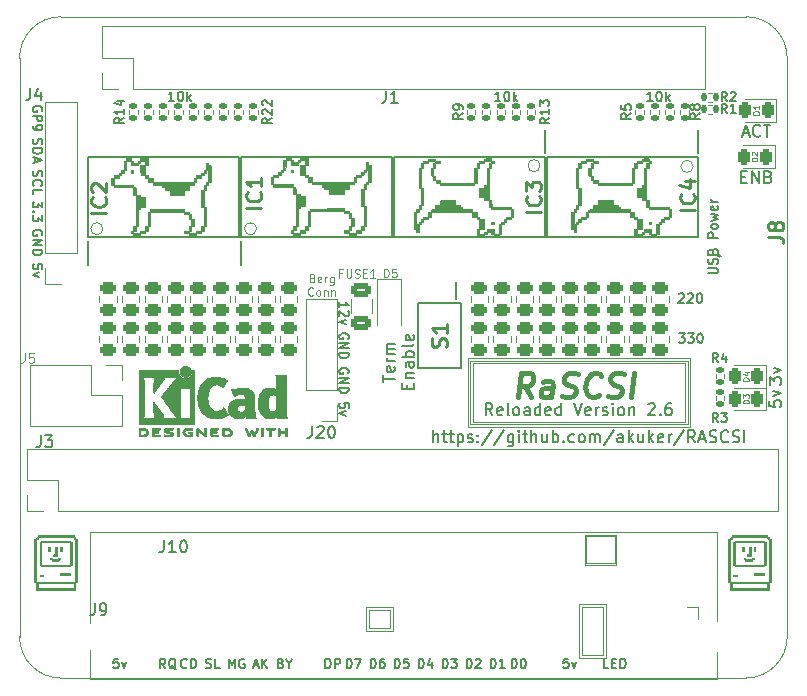
<source format=gto>
G04 #@! TF.GenerationSoftware,KiCad,Pcbnew,(6.0.0-0)*
G04 #@! TF.CreationDate,2022-04-03T23:47:37-05:00*
G04 #@! TF.ProjectId,rascsi_2p6,72617363-7369-45f3-9270-362e6b696361,rev?*
G04 #@! TF.SameCoordinates,Original*
G04 #@! TF.FileFunction,Legend,Top*
G04 #@! TF.FilePolarity,Positive*
%FSLAX46Y46*%
G04 Gerber Fmt 4.6, Leading zero omitted, Abs format (unit mm)*
G04 Created by KiCad (PCBNEW (6.0.0-0)) date 2022-04-03 23:47:37*
%MOMM*%
%LPD*%
G01*
G04 APERTURE LIST*
G04 Aperture macros list*
%AMRoundRect*
0 Rectangle with rounded corners*
0 $1 Rounding radius*
0 $2 $3 $4 $5 $6 $7 $8 $9 X,Y pos of 4 corners*
0 Add a 4 corners polygon primitive as box body*
4,1,4,$2,$3,$4,$5,$6,$7,$8,$9,$2,$3,0*
0 Add four circle primitives for the rounded corners*
1,1,$1+$1,$2,$3*
1,1,$1+$1,$4,$5*
1,1,$1+$1,$6,$7*
1,1,$1+$1,$8,$9*
0 Add four rect primitives between the rounded corners*
20,1,$1+$1,$2,$3,$4,$5,0*
20,1,$1+$1,$4,$5,$6,$7,0*
20,1,$1+$1,$6,$7,$8,$9,0*
20,1,$1+$1,$8,$9,$2,$3,0*%
G04 Aperture macros list end*
%ADD10C,0.120000*%
%ADD11C,0.150000*%
%ADD12C,0.400000*%
%ADD13C,0.100000*%
G04 #@! TA.AperFunction,Profile*
%ADD14C,0.050000*%
G04 #@! TD*
%ADD15C,0.254000*%
%ADD16C,0.125000*%
%ADD17C,0.010000*%
%ADD18C,0.200000*%
%ADD19R,1.700000X1.700000*%
%ADD20O,1.700000X1.700000*%
%ADD21RoundRect,0.250000X0.450000X-0.262500X0.450000X0.262500X-0.450000X0.262500X-0.450000X-0.262500X0*%
%ADD22RoundRect,0.250000X-0.450000X0.262500X-0.450000X-0.262500X0.450000X-0.262500X0.450000X0.262500X0*%
%ADD23RoundRect,0.243750X0.243750X0.456250X-0.243750X0.456250X-0.243750X-0.456250X0.243750X-0.456250X0*%
%ADD24C,0.800000*%
%ADD25C,5.400000*%
%ADD26RoundRect,0.250000X-0.625000X0.375000X-0.625000X-0.375000X0.625000X-0.375000X0.625000X0.375000X0*%
%ADD27R,0.650000X1.950000*%
%ADD28RoundRect,0.135000X-0.135000X-0.185000X0.135000X-0.185000X0.135000X0.185000X-0.135000X0.185000X0*%
%ADD29RoundRect,0.135000X-0.185000X0.135000X-0.185000X-0.135000X0.185000X-0.135000X0.185000X0.135000X0*%
%ADD30R,0.750000X1.425000*%
%ADD31R,1.100000X1.100000*%
%ADD32R,1.400000X0.400000*%
%ADD33C,2.000000*%
%ADD34R,1.350000X1.350000*%
%ADD35O,1.350000X1.350000*%
%ADD36C,1.545000*%
%ADD37C,4.845000*%
G04 APERTURE END LIST*
D10*
X212670000Y-71620000D02*
X231070000Y-71620000D01*
X231070000Y-71620000D02*
X231070000Y-77020000D01*
X231070000Y-77020000D02*
X212670000Y-77020000D01*
X212670000Y-77020000D02*
X212670000Y-71620000D01*
X212470000Y-71420000D02*
X231270000Y-71420000D01*
X231270000Y-71420000D02*
X231270000Y-77220000D01*
X231270000Y-77220000D02*
X212470000Y-77220000D01*
X212470000Y-77220000D02*
X212470000Y-71420000D01*
D11*
X214544285Y-76232380D02*
X214210952Y-75756190D01*
X213972857Y-76232380D02*
X213972857Y-75232380D01*
X214353809Y-75232380D01*
X214449047Y-75280000D01*
X214496666Y-75327619D01*
X214544285Y-75422857D01*
X214544285Y-75565714D01*
X214496666Y-75660952D01*
X214449047Y-75708571D01*
X214353809Y-75756190D01*
X213972857Y-75756190D01*
X215353809Y-76184761D02*
X215258571Y-76232380D01*
X215068095Y-76232380D01*
X214972857Y-76184761D01*
X214925238Y-76089523D01*
X214925238Y-75708571D01*
X214972857Y-75613333D01*
X215068095Y-75565714D01*
X215258571Y-75565714D01*
X215353809Y-75613333D01*
X215401428Y-75708571D01*
X215401428Y-75803809D01*
X214925238Y-75899047D01*
X215972857Y-76232380D02*
X215877619Y-76184761D01*
X215830000Y-76089523D01*
X215830000Y-75232380D01*
X216496666Y-76232380D02*
X216401428Y-76184761D01*
X216353809Y-76137142D01*
X216306190Y-76041904D01*
X216306190Y-75756190D01*
X216353809Y-75660952D01*
X216401428Y-75613333D01*
X216496666Y-75565714D01*
X216639523Y-75565714D01*
X216734761Y-75613333D01*
X216782380Y-75660952D01*
X216830000Y-75756190D01*
X216830000Y-76041904D01*
X216782380Y-76137142D01*
X216734761Y-76184761D01*
X216639523Y-76232380D01*
X216496666Y-76232380D01*
X217687142Y-76232380D02*
X217687142Y-75708571D01*
X217639523Y-75613333D01*
X217544285Y-75565714D01*
X217353809Y-75565714D01*
X217258571Y-75613333D01*
X217687142Y-76184761D02*
X217591904Y-76232380D01*
X217353809Y-76232380D01*
X217258571Y-76184761D01*
X217210952Y-76089523D01*
X217210952Y-75994285D01*
X217258571Y-75899047D01*
X217353809Y-75851428D01*
X217591904Y-75851428D01*
X217687142Y-75803809D01*
X218591904Y-76232380D02*
X218591904Y-75232380D01*
X218591904Y-76184761D02*
X218496666Y-76232380D01*
X218306190Y-76232380D01*
X218210952Y-76184761D01*
X218163333Y-76137142D01*
X218115714Y-76041904D01*
X218115714Y-75756190D01*
X218163333Y-75660952D01*
X218210952Y-75613333D01*
X218306190Y-75565714D01*
X218496666Y-75565714D01*
X218591904Y-75613333D01*
X219449047Y-76184761D02*
X219353809Y-76232380D01*
X219163333Y-76232380D01*
X219068095Y-76184761D01*
X219020476Y-76089523D01*
X219020476Y-75708571D01*
X219068095Y-75613333D01*
X219163333Y-75565714D01*
X219353809Y-75565714D01*
X219449047Y-75613333D01*
X219496666Y-75708571D01*
X219496666Y-75803809D01*
X219020476Y-75899047D01*
X220353809Y-76232380D02*
X220353809Y-75232380D01*
X220353809Y-76184761D02*
X220258571Y-76232380D01*
X220068095Y-76232380D01*
X219972857Y-76184761D01*
X219925238Y-76137142D01*
X219877619Y-76041904D01*
X219877619Y-75756190D01*
X219925238Y-75660952D01*
X219972857Y-75613333D01*
X220068095Y-75565714D01*
X220258571Y-75565714D01*
X220353809Y-75613333D01*
X221449047Y-75232380D02*
X221782380Y-76232380D01*
X222115714Y-75232380D01*
X222830000Y-76184761D02*
X222734761Y-76232380D01*
X222544285Y-76232380D01*
X222449047Y-76184761D01*
X222401428Y-76089523D01*
X222401428Y-75708571D01*
X222449047Y-75613333D01*
X222544285Y-75565714D01*
X222734761Y-75565714D01*
X222830000Y-75613333D01*
X222877619Y-75708571D01*
X222877619Y-75803809D01*
X222401428Y-75899047D01*
X223306190Y-76232380D02*
X223306190Y-75565714D01*
X223306190Y-75756190D02*
X223353809Y-75660952D01*
X223401428Y-75613333D01*
X223496666Y-75565714D01*
X223591904Y-75565714D01*
X223877619Y-76184761D02*
X223972857Y-76232380D01*
X224163333Y-76232380D01*
X224258571Y-76184761D01*
X224306190Y-76089523D01*
X224306190Y-76041904D01*
X224258571Y-75946666D01*
X224163333Y-75899047D01*
X224020476Y-75899047D01*
X223925238Y-75851428D01*
X223877619Y-75756190D01*
X223877619Y-75708571D01*
X223925238Y-75613333D01*
X224020476Y-75565714D01*
X224163333Y-75565714D01*
X224258571Y-75613333D01*
X224734761Y-76232380D02*
X224734761Y-75565714D01*
X224734761Y-75232380D02*
X224687142Y-75280000D01*
X224734761Y-75327619D01*
X224782380Y-75280000D01*
X224734761Y-75232380D01*
X224734761Y-75327619D01*
X225353809Y-76232380D02*
X225258571Y-76184761D01*
X225210952Y-76137142D01*
X225163333Y-76041904D01*
X225163333Y-75756190D01*
X225210952Y-75660952D01*
X225258571Y-75613333D01*
X225353809Y-75565714D01*
X225496666Y-75565714D01*
X225591904Y-75613333D01*
X225639523Y-75660952D01*
X225687142Y-75756190D01*
X225687142Y-76041904D01*
X225639523Y-76137142D01*
X225591904Y-76184761D01*
X225496666Y-76232380D01*
X225353809Y-76232380D01*
X226115714Y-75565714D02*
X226115714Y-76232380D01*
X226115714Y-75660952D02*
X226163333Y-75613333D01*
X226258571Y-75565714D01*
X226401428Y-75565714D01*
X226496666Y-75613333D01*
X226544285Y-75708571D01*
X226544285Y-76232380D01*
X227734761Y-75327619D02*
X227782380Y-75280000D01*
X227877619Y-75232380D01*
X228115714Y-75232380D01*
X228210952Y-75280000D01*
X228258571Y-75327619D01*
X228306190Y-75422857D01*
X228306190Y-75518095D01*
X228258571Y-75660952D01*
X227687142Y-76232380D01*
X228306190Y-76232380D01*
X228734761Y-76137142D02*
X228782380Y-76184761D01*
X228734761Y-76232380D01*
X228687142Y-76184761D01*
X228734761Y-76137142D01*
X228734761Y-76232380D01*
X229639523Y-75232380D02*
X229449047Y-75232380D01*
X229353809Y-75280000D01*
X229306190Y-75327619D01*
X229210952Y-75470476D01*
X229163333Y-75660952D01*
X229163333Y-76041904D01*
X229210952Y-76137142D01*
X229258571Y-76184761D01*
X229353809Y-76232380D01*
X229544285Y-76232380D01*
X229639523Y-76184761D01*
X229687142Y-76137142D01*
X229734761Y-76041904D01*
X229734761Y-75803809D01*
X229687142Y-75708571D01*
X229639523Y-75660952D01*
X229544285Y-75613333D01*
X229353809Y-75613333D01*
X229258571Y-75660952D01*
X229210952Y-75708571D01*
X229163333Y-75803809D01*
D12*
X217813988Y-74694761D02*
X217266369Y-73742380D01*
X216671130Y-74694761D02*
X216921130Y-72694761D01*
X217683035Y-72694761D01*
X217861607Y-72790000D01*
X217944940Y-72885238D01*
X218016369Y-73075714D01*
X217980654Y-73361428D01*
X217861607Y-73551904D01*
X217754464Y-73647142D01*
X217552083Y-73742380D01*
X216790178Y-73742380D01*
X219528273Y-74694761D02*
X219659226Y-73647142D01*
X219587797Y-73456666D01*
X219409226Y-73361428D01*
X219028273Y-73361428D01*
X218825892Y-73456666D01*
X219540178Y-74599523D02*
X219337797Y-74694761D01*
X218861607Y-74694761D01*
X218683035Y-74599523D01*
X218611607Y-74409047D01*
X218635416Y-74218571D01*
X218754464Y-74028095D01*
X218956845Y-73932857D01*
X219433035Y-73932857D01*
X219635416Y-73837619D01*
X220397321Y-74599523D02*
X220671130Y-74694761D01*
X221147321Y-74694761D01*
X221349702Y-74599523D01*
X221456845Y-74504285D01*
X221575892Y-74313809D01*
X221599702Y-74123333D01*
X221528273Y-73932857D01*
X221444940Y-73837619D01*
X221266369Y-73742380D01*
X220897321Y-73647142D01*
X220718750Y-73551904D01*
X220635416Y-73456666D01*
X220563988Y-73266190D01*
X220587797Y-73075714D01*
X220706845Y-72885238D01*
X220813988Y-72790000D01*
X221016369Y-72694761D01*
X221492559Y-72694761D01*
X221766369Y-72790000D01*
X223552083Y-74504285D02*
X223444940Y-74599523D01*
X223147321Y-74694761D01*
X222956845Y-74694761D01*
X222683035Y-74599523D01*
X222516369Y-74409047D01*
X222444940Y-74218571D01*
X222397321Y-73837619D01*
X222433035Y-73551904D01*
X222575892Y-73170952D01*
X222694940Y-72980476D01*
X222909226Y-72790000D01*
X223206845Y-72694761D01*
X223397321Y-72694761D01*
X223671130Y-72790000D01*
X223754464Y-72885238D01*
X224302083Y-74599523D02*
X224575892Y-74694761D01*
X225052083Y-74694761D01*
X225254464Y-74599523D01*
X225361607Y-74504285D01*
X225480654Y-74313809D01*
X225504464Y-74123333D01*
X225433035Y-73932857D01*
X225349702Y-73837619D01*
X225171130Y-73742380D01*
X224802083Y-73647142D01*
X224623511Y-73551904D01*
X224540178Y-73456666D01*
X224468750Y-73266190D01*
X224492559Y-73075714D01*
X224611607Y-72885238D01*
X224718750Y-72790000D01*
X224921130Y-72694761D01*
X225397321Y-72694761D01*
X225671130Y-72790000D01*
X226290178Y-74694761D02*
X226540178Y-72694761D01*
D10*
X212870000Y-71820000D02*
X230870000Y-71820000D01*
X230870000Y-71820000D02*
X230870000Y-76820000D01*
X230870000Y-76820000D02*
X212870000Y-76820000D01*
X212870000Y-76820000D02*
X212870000Y-71820000D01*
D13*
X199296666Y-64626500D02*
X199396666Y-64659833D01*
X199430000Y-64693166D01*
X199463333Y-64759833D01*
X199463333Y-64859833D01*
X199430000Y-64926500D01*
X199396666Y-64959833D01*
X199330000Y-64993166D01*
X199063333Y-64993166D01*
X199063333Y-64293166D01*
X199296666Y-64293166D01*
X199363333Y-64326500D01*
X199396666Y-64359833D01*
X199430000Y-64426500D01*
X199430000Y-64493166D01*
X199396666Y-64559833D01*
X199363333Y-64593166D01*
X199296666Y-64626500D01*
X199063333Y-64626500D01*
X200030000Y-64959833D02*
X199963333Y-64993166D01*
X199830000Y-64993166D01*
X199763333Y-64959833D01*
X199730000Y-64893166D01*
X199730000Y-64626500D01*
X199763333Y-64559833D01*
X199830000Y-64526500D01*
X199963333Y-64526500D01*
X200030000Y-64559833D01*
X200063333Y-64626500D01*
X200063333Y-64693166D01*
X199730000Y-64759833D01*
X200363333Y-64993166D02*
X200363333Y-64526500D01*
X200363333Y-64659833D02*
X200396666Y-64593166D01*
X200430000Y-64559833D01*
X200496666Y-64526500D01*
X200563333Y-64526500D01*
X201096666Y-64526500D02*
X201096666Y-65093166D01*
X201063333Y-65159833D01*
X201030000Y-65193166D01*
X200963333Y-65226500D01*
X200863333Y-65226500D01*
X200796666Y-65193166D01*
X201096666Y-64959833D02*
X201030000Y-64993166D01*
X200896666Y-64993166D01*
X200830000Y-64959833D01*
X200796666Y-64926500D01*
X200763333Y-64859833D01*
X200763333Y-64659833D01*
X200796666Y-64593166D01*
X200830000Y-64559833D01*
X200896666Y-64526500D01*
X201030000Y-64526500D01*
X201096666Y-64559833D01*
X199346666Y-66053500D02*
X199313333Y-66086833D01*
X199213333Y-66120166D01*
X199146666Y-66120166D01*
X199046666Y-66086833D01*
X198980000Y-66020166D01*
X198946666Y-65953500D01*
X198913333Y-65820166D01*
X198913333Y-65720166D01*
X198946666Y-65586833D01*
X198980000Y-65520166D01*
X199046666Y-65453500D01*
X199146666Y-65420166D01*
X199213333Y-65420166D01*
X199313333Y-65453500D01*
X199346666Y-65486833D01*
X199746666Y-66120166D02*
X199680000Y-66086833D01*
X199646666Y-66053500D01*
X199613333Y-65986833D01*
X199613333Y-65786833D01*
X199646666Y-65720166D01*
X199680000Y-65686833D01*
X199746666Y-65653500D01*
X199846666Y-65653500D01*
X199913333Y-65686833D01*
X199946666Y-65720166D01*
X199980000Y-65786833D01*
X199980000Y-65986833D01*
X199946666Y-66053500D01*
X199913333Y-66086833D01*
X199846666Y-66120166D01*
X199746666Y-66120166D01*
X200280000Y-65653500D02*
X200280000Y-66120166D01*
X200280000Y-65720166D02*
X200313333Y-65686833D01*
X200380000Y-65653500D01*
X200480000Y-65653500D01*
X200546666Y-65686833D01*
X200580000Y-65753500D01*
X200580000Y-66120166D01*
X200913333Y-65653500D02*
X200913333Y-66120166D01*
X200913333Y-65720166D02*
X200946666Y-65686833D01*
X201013333Y-65653500D01*
X201113333Y-65653500D01*
X201180000Y-65686833D01*
X201213333Y-65753500D01*
X201213333Y-66120166D01*
D11*
X201568095Y-67112857D02*
X201568095Y-66655714D01*
X201568095Y-66884285D02*
X202368095Y-66884285D01*
X202253809Y-66808095D01*
X202177619Y-66731904D01*
X202139523Y-66655714D01*
X202291904Y-67417619D02*
X202330000Y-67455714D01*
X202368095Y-67531904D01*
X202368095Y-67722380D01*
X202330000Y-67798571D01*
X202291904Y-67836666D01*
X202215714Y-67874761D01*
X202139523Y-67874761D01*
X202025238Y-67836666D01*
X201568095Y-67379523D01*
X201568095Y-67874761D01*
X202101428Y-68141428D02*
X201568095Y-68331904D01*
X202101428Y-68522380D01*
X202330000Y-69749999D02*
X202368095Y-69673808D01*
X202368095Y-69559523D01*
X202330000Y-69445237D01*
X202253809Y-69369046D01*
X202177619Y-69330951D01*
X202025238Y-69292856D01*
X201910952Y-69292856D01*
X201758571Y-69330951D01*
X201682380Y-69369046D01*
X201606190Y-69445237D01*
X201568095Y-69559523D01*
X201568095Y-69635713D01*
X201606190Y-69749999D01*
X201644285Y-69788094D01*
X201910952Y-69788094D01*
X201910952Y-69635713D01*
X201568095Y-70130951D02*
X202368095Y-70130951D01*
X201568095Y-70588094D01*
X202368095Y-70588094D01*
X201568095Y-70969046D02*
X202368095Y-70969046D01*
X202368095Y-71159523D01*
X202330000Y-71273808D01*
X202253809Y-71349999D01*
X202177619Y-71388094D01*
X202025238Y-71426189D01*
X201910952Y-71426189D01*
X201758571Y-71388094D01*
X201682380Y-71349999D01*
X201606190Y-71273808D01*
X201568095Y-71159523D01*
X201568095Y-70969046D01*
X202330000Y-72691903D02*
X202368095Y-72615712D01*
X202368095Y-72501427D01*
X202330000Y-72387141D01*
X202253809Y-72310950D01*
X202177619Y-72272855D01*
X202025238Y-72234760D01*
X201910952Y-72234760D01*
X201758571Y-72272855D01*
X201682380Y-72310950D01*
X201606190Y-72387141D01*
X201568095Y-72501427D01*
X201568095Y-72577617D01*
X201606190Y-72691903D01*
X201644285Y-72729998D01*
X201910952Y-72729998D01*
X201910952Y-72577617D01*
X201568095Y-73072855D02*
X202368095Y-73072855D01*
X201568095Y-73529998D01*
X202368095Y-73529998D01*
X201568095Y-73910950D02*
X202368095Y-73910950D01*
X202368095Y-74101427D01*
X202330000Y-74215712D01*
X202253809Y-74291903D01*
X202177619Y-74329998D01*
X202025238Y-74368093D01*
X201910952Y-74368093D01*
X201758571Y-74329998D01*
X201682380Y-74291903D01*
X201606190Y-74215712D01*
X201568095Y-74101427D01*
X201568095Y-73910950D01*
X202368095Y-75595714D02*
X202368095Y-75214761D01*
X201987142Y-75176666D01*
X202025238Y-75214761D01*
X202063333Y-75290952D01*
X202063333Y-75481428D01*
X202025238Y-75557619D01*
X201987142Y-75595714D01*
X201910952Y-75633809D01*
X201720476Y-75633809D01*
X201644285Y-75595714D01*
X201606190Y-75557619D01*
X201568095Y-75481428D01*
X201568095Y-75290952D01*
X201606190Y-75214761D01*
X201644285Y-75176666D01*
X202101428Y-75900476D02*
X201568095Y-76090952D01*
X202101428Y-76281428D01*
D10*
X180467000Y-86106000D02*
X233553000Y-86106000D01*
X233553000Y-86106000D02*
X233553000Y-98552000D01*
X233553000Y-98552000D02*
X180467000Y-98552000D01*
X180467000Y-98552000D02*
X180467000Y-86106000D01*
X222504000Y-86487000D02*
X224917000Y-86487000D01*
X224917000Y-86487000D02*
X224917000Y-88773000D01*
X224917000Y-88773000D02*
X222504000Y-88773000D01*
X222504000Y-88773000D02*
X222504000Y-86487000D01*
X221828000Y-92218000D02*
X224114000Y-92218000D01*
X224114000Y-92218000D02*
X224114000Y-96790000D01*
X224114000Y-96790000D02*
X221828000Y-96790000D01*
X221828000Y-96790000D02*
X221828000Y-92218000D01*
X222082000Y-92472000D02*
X223860000Y-92472000D01*
X223860000Y-92472000D02*
X223860000Y-96536000D01*
X223860000Y-96536000D02*
X222082000Y-96536000D01*
X222082000Y-96536000D02*
X222082000Y-92472000D01*
X204048000Y-92726000D02*
X205826000Y-92726000D01*
X205826000Y-92726000D02*
X205826000Y-94250000D01*
X205826000Y-94250000D02*
X204048000Y-94250000D01*
X204048000Y-94250000D02*
X204048000Y-92726000D01*
X203794000Y-92472000D02*
X206080000Y-92472000D01*
X206080000Y-92472000D02*
X206080000Y-94504000D01*
X206080000Y-94504000D02*
X203794000Y-94504000D01*
X203794000Y-94504000D02*
X203794000Y-92472000D01*
X222377000Y-86360000D02*
X225044000Y-86360000D01*
X225044000Y-86360000D02*
X225044000Y-88900000D01*
X225044000Y-88900000D02*
X222377000Y-88900000D01*
X222377000Y-88900000D02*
X222377000Y-86360000D01*
D11*
X176371200Y-50508571D02*
X176409295Y-50432380D01*
X176409295Y-50318095D01*
X176371200Y-50203809D01*
X176295009Y-50127619D01*
X176218819Y-50089523D01*
X176066438Y-50051428D01*
X175952152Y-50051428D01*
X175799771Y-50089523D01*
X175723580Y-50127619D01*
X175647390Y-50203809D01*
X175609295Y-50318095D01*
X175609295Y-50394285D01*
X175647390Y-50508571D01*
X175685485Y-50546666D01*
X175952152Y-50546666D01*
X175952152Y-50394285D01*
X175609295Y-50889523D02*
X176409295Y-50889523D01*
X176409295Y-51194285D01*
X176371200Y-51270476D01*
X176333104Y-51308571D01*
X176256914Y-51346666D01*
X176142628Y-51346666D01*
X176066438Y-51308571D01*
X176028342Y-51270476D01*
X175990247Y-51194285D01*
X175990247Y-50889523D01*
X175609295Y-51727619D02*
X175609295Y-51880000D01*
X175647390Y-51956190D01*
X175685485Y-51994285D01*
X175799771Y-52070476D01*
X175952152Y-52108571D01*
X176256914Y-52108571D01*
X176333104Y-52070476D01*
X176371200Y-52032380D01*
X176409295Y-51956190D01*
X176409295Y-51803809D01*
X176371200Y-51727619D01*
X176333104Y-51689523D01*
X176256914Y-51651428D01*
X176066438Y-51651428D01*
X175990247Y-51689523D01*
X175952152Y-51727619D01*
X175914057Y-51803809D01*
X175914057Y-51956190D01*
X175952152Y-52032380D01*
X175990247Y-52070476D01*
X176066438Y-52108571D01*
D10*
X181550453Y-60452000D02*
G75*
G03*
X181550453Y-60452000I-511953J0D01*
G01*
X184150000Y-45974000D02*
X181483000Y-45974000D01*
X231524953Y-55181500D02*
G75*
G03*
X231524953Y-55181500I-511953J0D01*
G01*
X182880000Y-48641000D02*
X181483000Y-48641000D01*
X218570953Y-55118000D02*
G75*
G03*
X218570953Y-55118000I-511953J0D01*
G01*
X232537000Y-48641000D02*
X184150000Y-48641000D01*
X181483000Y-43307000D02*
X232537000Y-43307000D01*
X181483000Y-48641000D02*
X181483000Y-47244000D01*
X184150000Y-48641000D02*
X184150000Y-45974000D01*
X232537000Y-43307000D02*
X232537000Y-48641000D01*
X181483000Y-45974000D02*
X181483000Y-43307000D01*
X194567953Y-60452000D02*
G75*
G03*
X194567953Y-60452000I-511953J0D01*
G01*
D14*
X178000000Y-42500000D02*
X236000000Y-42500000D01*
X178000000Y-98496000D02*
X236000000Y-98496000D01*
X236000000Y-98496000D02*
G75*
G03*
X239500000Y-94996000I1J3499999D01*
G01*
X174500000Y-46000000D02*
X174500000Y-94996000D01*
X239500000Y-46000000D02*
G75*
G03*
X236000000Y-42500000I-3499999J1D01*
G01*
X178000000Y-42500000D02*
G75*
G03*
X174500000Y-46000000I-1J-3499999D01*
G01*
X174500000Y-94996000D02*
G75*
G03*
X178000000Y-98496000I3499999J-1D01*
G01*
X239500000Y-46000000D02*
X239500000Y-94996000D01*
D11*
X230331428Y-69301904D02*
X230826666Y-69301904D01*
X230560000Y-69606666D01*
X230674285Y-69606666D01*
X230750476Y-69644761D01*
X230788571Y-69682857D01*
X230826666Y-69759047D01*
X230826666Y-69949523D01*
X230788571Y-70025714D01*
X230750476Y-70063809D01*
X230674285Y-70101904D01*
X230445714Y-70101904D01*
X230369523Y-70063809D01*
X230331428Y-70025714D01*
X231093333Y-69301904D02*
X231588571Y-69301904D01*
X231321904Y-69606666D01*
X231436190Y-69606666D01*
X231512380Y-69644761D01*
X231550476Y-69682857D01*
X231588571Y-69759047D01*
X231588571Y-69949523D01*
X231550476Y-70025714D01*
X231512380Y-70063809D01*
X231436190Y-70101904D01*
X231207619Y-70101904D01*
X231131428Y-70063809D01*
X231093333Y-70025714D01*
X232083809Y-69301904D02*
X232160000Y-69301904D01*
X232236190Y-69340000D01*
X232274285Y-69378095D01*
X232312380Y-69454285D01*
X232350476Y-69606666D01*
X232350476Y-69797142D01*
X232312380Y-69949523D01*
X232274285Y-70025714D01*
X232236190Y-70063809D01*
X232160000Y-70101904D01*
X232083809Y-70101904D01*
X232007619Y-70063809D01*
X231969523Y-70025714D01*
X231931428Y-69949523D01*
X231893333Y-69797142D01*
X231893333Y-69606666D01*
X231931428Y-69454285D01*
X231969523Y-69378095D01*
X232007619Y-69340000D01*
X232083809Y-69301904D01*
X175647390Y-52855439D02*
X175609295Y-52969725D01*
X175609295Y-53160201D01*
X175647390Y-53236391D01*
X175685485Y-53274487D01*
X175761676Y-53312582D01*
X175837866Y-53312582D01*
X175914057Y-53274487D01*
X175952152Y-53236391D01*
X175990247Y-53160201D01*
X176028342Y-53007820D01*
X176066438Y-52931629D01*
X176104533Y-52893534D01*
X176180723Y-52855439D01*
X176256914Y-52855439D01*
X176333104Y-52893534D01*
X176371200Y-52931629D01*
X176409295Y-53007820D01*
X176409295Y-53198296D01*
X176371200Y-53312582D01*
X175609295Y-53655439D02*
X176409295Y-53655439D01*
X176409295Y-53845915D01*
X176371200Y-53960201D01*
X176295009Y-54036391D01*
X176218819Y-54074487D01*
X176066438Y-54112582D01*
X175952152Y-54112582D01*
X175799771Y-54074487D01*
X175723580Y-54036391D01*
X175647390Y-53960201D01*
X175609295Y-53845915D01*
X175609295Y-53655439D01*
X175837866Y-54417344D02*
X175837866Y-54798296D01*
X175609295Y-54341153D02*
X176409295Y-54607820D01*
X175609295Y-54874487D01*
X175647390Y-55545165D02*
X175609295Y-55659450D01*
X175609295Y-55849926D01*
X175647390Y-55926117D01*
X175685485Y-55964212D01*
X175761676Y-56002307D01*
X175837866Y-56002307D01*
X175914057Y-55964212D01*
X175952152Y-55926117D01*
X175990247Y-55849926D01*
X176028342Y-55697546D01*
X176066438Y-55621355D01*
X176104533Y-55583260D01*
X176180723Y-55545165D01*
X176256914Y-55545165D01*
X176333104Y-55583260D01*
X176371200Y-55621355D01*
X176409295Y-55697546D01*
X176409295Y-55888022D01*
X176371200Y-56002307D01*
X175685485Y-56802307D02*
X175647390Y-56764212D01*
X175609295Y-56649926D01*
X175609295Y-56573736D01*
X175647390Y-56459450D01*
X175723580Y-56383260D01*
X175799771Y-56345165D01*
X175952152Y-56307069D01*
X176066438Y-56307069D01*
X176218819Y-56345165D01*
X176295009Y-56383260D01*
X176371200Y-56459450D01*
X176409295Y-56573736D01*
X176409295Y-56649926D01*
X176371200Y-56764212D01*
X176333104Y-56802307D01*
X175609295Y-57526117D02*
X175609295Y-57145165D01*
X176409295Y-57145165D01*
X228123809Y-49637904D02*
X227666666Y-49637904D01*
X227895238Y-49637904D02*
X227895238Y-48837904D01*
X227819047Y-48952190D01*
X227742857Y-49028380D01*
X227666666Y-49066476D01*
X228619047Y-48837904D02*
X228695238Y-48837904D01*
X228771428Y-48876000D01*
X228809523Y-48914095D01*
X228847619Y-48990285D01*
X228885714Y-49142666D01*
X228885714Y-49333142D01*
X228847619Y-49485523D01*
X228809523Y-49561714D01*
X228771428Y-49599809D01*
X228695238Y-49637904D01*
X228619047Y-49637904D01*
X228542857Y-49599809D01*
X228504761Y-49561714D01*
X228466666Y-49485523D01*
X228428571Y-49333142D01*
X228428571Y-49142666D01*
X228466666Y-48990285D01*
X228504761Y-48914095D01*
X228542857Y-48876000D01*
X228619047Y-48837904D01*
X229228571Y-49637904D02*
X229228571Y-48837904D01*
X229304761Y-49333142D02*
X229533333Y-49637904D01*
X229533333Y-49104571D02*
X229228571Y-49409333D01*
X238012380Y-73644285D02*
X238012380Y-73025238D01*
X238393333Y-73358571D01*
X238393333Y-73215714D01*
X238440952Y-73120476D01*
X238488571Y-73072857D01*
X238583809Y-73025238D01*
X238821904Y-73025238D01*
X238917142Y-73072857D01*
X238964761Y-73120476D01*
X239012380Y-73215714D01*
X239012380Y-73501428D01*
X238964761Y-73596666D01*
X238917142Y-73644285D01*
X238345714Y-72691904D02*
X239012380Y-72453809D01*
X238345714Y-72215714D01*
X209543333Y-78532380D02*
X209543333Y-77532380D01*
X209971904Y-78532380D02*
X209971904Y-78008571D01*
X209924285Y-77913333D01*
X209829047Y-77865714D01*
X209686190Y-77865714D01*
X209590952Y-77913333D01*
X209543333Y-77960952D01*
X210305238Y-77865714D02*
X210686190Y-77865714D01*
X210448095Y-77532380D02*
X210448095Y-78389523D01*
X210495714Y-78484761D01*
X210590952Y-78532380D01*
X210686190Y-78532380D01*
X210876666Y-77865714D02*
X211257619Y-77865714D01*
X211019523Y-77532380D02*
X211019523Y-78389523D01*
X211067142Y-78484761D01*
X211162380Y-78532380D01*
X211257619Y-78532380D01*
X211590952Y-77865714D02*
X211590952Y-78865714D01*
X211590952Y-77913333D02*
X211686190Y-77865714D01*
X211876666Y-77865714D01*
X211971904Y-77913333D01*
X212019523Y-77960952D01*
X212067142Y-78056190D01*
X212067142Y-78341904D01*
X212019523Y-78437142D01*
X211971904Y-78484761D01*
X211876666Y-78532380D01*
X211686190Y-78532380D01*
X211590952Y-78484761D01*
X212448095Y-78484761D02*
X212543333Y-78532380D01*
X212733809Y-78532380D01*
X212829047Y-78484761D01*
X212876666Y-78389523D01*
X212876666Y-78341904D01*
X212829047Y-78246666D01*
X212733809Y-78199047D01*
X212590952Y-78199047D01*
X212495714Y-78151428D01*
X212448095Y-78056190D01*
X212448095Y-78008571D01*
X212495714Y-77913333D01*
X212590952Y-77865714D01*
X212733809Y-77865714D01*
X212829047Y-77913333D01*
X213305238Y-78437142D02*
X213352857Y-78484761D01*
X213305238Y-78532380D01*
X213257619Y-78484761D01*
X213305238Y-78437142D01*
X213305238Y-78532380D01*
X213305238Y-77913333D02*
X213352857Y-77960952D01*
X213305238Y-78008571D01*
X213257619Y-77960952D01*
X213305238Y-77913333D01*
X213305238Y-78008571D01*
X214495714Y-77484761D02*
X213638571Y-78770476D01*
X215543333Y-77484761D02*
X214686190Y-78770476D01*
X216305238Y-77865714D02*
X216305238Y-78675238D01*
X216257619Y-78770476D01*
X216210000Y-78818095D01*
X216114761Y-78865714D01*
X215971904Y-78865714D01*
X215876666Y-78818095D01*
X216305238Y-78484761D02*
X216210000Y-78532380D01*
X216019523Y-78532380D01*
X215924285Y-78484761D01*
X215876666Y-78437142D01*
X215829047Y-78341904D01*
X215829047Y-78056190D01*
X215876666Y-77960952D01*
X215924285Y-77913333D01*
X216019523Y-77865714D01*
X216210000Y-77865714D01*
X216305238Y-77913333D01*
X216781428Y-78532380D02*
X216781428Y-77865714D01*
X216781428Y-77532380D02*
X216733809Y-77580000D01*
X216781428Y-77627619D01*
X216829047Y-77580000D01*
X216781428Y-77532380D01*
X216781428Y-77627619D01*
X217114761Y-77865714D02*
X217495714Y-77865714D01*
X217257619Y-77532380D02*
X217257619Y-78389523D01*
X217305238Y-78484761D01*
X217400476Y-78532380D01*
X217495714Y-78532380D01*
X217829047Y-78532380D02*
X217829047Y-77532380D01*
X218257619Y-78532380D02*
X218257619Y-78008571D01*
X218210000Y-77913333D01*
X218114761Y-77865714D01*
X217971904Y-77865714D01*
X217876666Y-77913333D01*
X217829047Y-77960952D01*
X219162380Y-77865714D02*
X219162380Y-78532380D01*
X218733809Y-77865714D02*
X218733809Y-78389523D01*
X218781428Y-78484761D01*
X218876666Y-78532380D01*
X219019523Y-78532380D01*
X219114761Y-78484761D01*
X219162380Y-78437142D01*
X219638571Y-78532380D02*
X219638571Y-77532380D01*
X219638571Y-77913333D02*
X219733809Y-77865714D01*
X219924285Y-77865714D01*
X220019523Y-77913333D01*
X220067142Y-77960952D01*
X220114761Y-78056190D01*
X220114761Y-78341904D01*
X220067142Y-78437142D01*
X220019523Y-78484761D01*
X219924285Y-78532380D01*
X219733809Y-78532380D01*
X219638571Y-78484761D01*
X220543333Y-78437142D02*
X220590952Y-78484761D01*
X220543333Y-78532380D01*
X220495714Y-78484761D01*
X220543333Y-78437142D01*
X220543333Y-78532380D01*
X221448095Y-78484761D02*
X221352857Y-78532380D01*
X221162380Y-78532380D01*
X221067142Y-78484761D01*
X221019523Y-78437142D01*
X220971904Y-78341904D01*
X220971904Y-78056190D01*
X221019523Y-77960952D01*
X221067142Y-77913333D01*
X221162380Y-77865714D01*
X221352857Y-77865714D01*
X221448095Y-77913333D01*
X222019523Y-78532380D02*
X221924285Y-78484761D01*
X221876666Y-78437142D01*
X221829047Y-78341904D01*
X221829047Y-78056190D01*
X221876666Y-77960952D01*
X221924285Y-77913333D01*
X222019523Y-77865714D01*
X222162380Y-77865714D01*
X222257619Y-77913333D01*
X222305238Y-77960952D01*
X222352857Y-78056190D01*
X222352857Y-78341904D01*
X222305238Y-78437142D01*
X222257619Y-78484761D01*
X222162380Y-78532380D01*
X222019523Y-78532380D01*
X222781428Y-78532380D02*
X222781428Y-77865714D01*
X222781428Y-77960952D02*
X222829047Y-77913333D01*
X222924285Y-77865714D01*
X223067142Y-77865714D01*
X223162380Y-77913333D01*
X223210000Y-78008571D01*
X223210000Y-78532380D01*
X223210000Y-78008571D02*
X223257619Y-77913333D01*
X223352857Y-77865714D01*
X223495714Y-77865714D01*
X223590952Y-77913333D01*
X223638571Y-78008571D01*
X223638571Y-78532380D01*
X224829047Y-77484761D02*
X223971904Y-78770476D01*
X225590952Y-78532380D02*
X225590952Y-78008571D01*
X225543333Y-77913333D01*
X225448095Y-77865714D01*
X225257619Y-77865714D01*
X225162380Y-77913333D01*
X225590952Y-78484761D02*
X225495714Y-78532380D01*
X225257619Y-78532380D01*
X225162380Y-78484761D01*
X225114761Y-78389523D01*
X225114761Y-78294285D01*
X225162380Y-78199047D01*
X225257619Y-78151428D01*
X225495714Y-78151428D01*
X225590952Y-78103809D01*
X226067142Y-78532380D02*
X226067142Y-77532380D01*
X226162380Y-78151428D02*
X226448095Y-78532380D01*
X226448095Y-77865714D02*
X226067142Y-78246666D01*
X227305238Y-77865714D02*
X227305238Y-78532380D01*
X226876666Y-77865714D02*
X226876666Y-78389523D01*
X226924285Y-78484761D01*
X227019523Y-78532380D01*
X227162380Y-78532380D01*
X227257619Y-78484761D01*
X227305238Y-78437142D01*
X227781428Y-78532380D02*
X227781428Y-77532380D01*
X227876666Y-78151428D02*
X228162380Y-78532380D01*
X228162380Y-77865714D02*
X227781428Y-78246666D01*
X228971904Y-78484761D02*
X228876666Y-78532380D01*
X228686190Y-78532380D01*
X228590952Y-78484761D01*
X228543333Y-78389523D01*
X228543333Y-78008571D01*
X228590952Y-77913333D01*
X228686190Y-77865714D01*
X228876666Y-77865714D01*
X228971904Y-77913333D01*
X229019523Y-78008571D01*
X229019523Y-78103809D01*
X228543333Y-78199047D01*
X229448095Y-78532380D02*
X229448095Y-77865714D01*
X229448095Y-78056190D02*
X229495714Y-77960952D01*
X229543333Y-77913333D01*
X229638571Y-77865714D01*
X229733809Y-77865714D01*
X230781428Y-77484761D02*
X229924285Y-78770476D01*
X231686190Y-78532380D02*
X231352857Y-78056190D01*
X231114761Y-78532380D02*
X231114761Y-77532380D01*
X231495714Y-77532380D01*
X231590952Y-77580000D01*
X231638571Y-77627619D01*
X231686190Y-77722857D01*
X231686190Y-77865714D01*
X231638571Y-77960952D01*
X231590952Y-78008571D01*
X231495714Y-78056190D01*
X231114761Y-78056190D01*
X232067142Y-78246666D02*
X232543333Y-78246666D01*
X231971904Y-78532380D02*
X232305238Y-77532380D01*
X232638571Y-78532380D01*
X232924285Y-78484761D02*
X233067142Y-78532380D01*
X233305238Y-78532380D01*
X233400476Y-78484761D01*
X233448095Y-78437142D01*
X233495714Y-78341904D01*
X233495714Y-78246666D01*
X233448095Y-78151428D01*
X233400476Y-78103809D01*
X233305238Y-78056190D01*
X233114761Y-78008571D01*
X233019523Y-77960952D01*
X232971904Y-77913333D01*
X232924285Y-77818095D01*
X232924285Y-77722857D01*
X232971904Y-77627619D01*
X233019523Y-77580000D01*
X233114761Y-77532380D01*
X233352857Y-77532380D01*
X233495714Y-77580000D01*
X234495714Y-78437142D02*
X234448095Y-78484761D01*
X234305238Y-78532380D01*
X234210000Y-78532380D01*
X234067142Y-78484761D01*
X233971904Y-78389523D01*
X233924285Y-78294285D01*
X233876666Y-78103809D01*
X233876666Y-77960952D01*
X233924285Y-77770476D01*
X233971904Y-77675238D01*
X234067142Y-77580000D01*
X234210000Y-77532380D01*
X234305238Y-77532380D01*
X234448095Y-77580000D01*
X234495714Y-77627619D01*
X234876666Y-78484761D02*
X235019523Y-78532380D01*
X235257619Y-78532380D01*
X235352857Y-78484761D01*
X235400476Y-78437142D01*
X235448095Y-78341904D01*
X235448095Y-78246666D01*
X235400476Y-78151428D01*
X235352857Y-78103809D01*
X235257619Y-78056190D01*
X235067142Y-78008571D01*
X234971904Y-77960952D01*
X234924285Y-77913333D01*
X234876666Y-77818095D01*
X234876666Y-77722857D01*
X234924285Y-77627619D01*
X234971904Y-77580000D01*
X235067142Y-77532380D01*
X235305238Y-77532380D01*
X235448095Y-77580000D01*
X235876666Y-78532380D02*
X235876666Y-77532380D01*
X235735952Y-52363666D02*
X236212142Y-52363666D01*
X235640714Y-52649380D02*
X235974047Y-51649380D01*
X236307380Y-52649380D01*
X237212142Y-52554142D02*
X237164523Y-52601761D01*
X237021666Y-52649380D01*
X236926428Y-52649380D01*
X236783571Y-52601761D01*
X236688333Y-52506523D01*
X236640714Y-52411285D01*
X236593095Y-52220809D01*
X236593095Y-52077952D01*
X236640714Y-51887476D01*
X236688333Y-51792238D01*
X236783571Y-51697000D01*
X236926428Y-51649380D01*
X237021666Y-51649380D01*
X237164523Y-51697000D01*
X237212142Y-51744619D01*
X237497857Y-51649380D02*
X238069285Y-51649380D01*
X237783571Y-52649380D02*
X237783571Y-51649380D01*
X235616904Y-56062571D02*
X235950238Y-56062571D01*
X236093095Y-56586380D02*
X235616904Y-56586380D01*
X235616904Y-55586380D01*
X236093095Y-55586380D01*
X236521666Y-56586380D02*
X236521666Y-55586380D01*
X237093095Y-56586380D01*
X237093095Y-55586380D01*
X237902619Y-56062571D02*
X238045476Y-56110190D01*
X238093095Y-56157809D01*
X238140714Y-56253047D01*
X238140714Y-56395904D01*
X238093095Y-56491142D01*
X238045476Y-56538761D01*
X237950238Y-56586380D01*
X237569285Y-56586380D01*
X237569285Y-55586380D01*
X237902619Y-55586380D01*
X237997857Y-55634000D01*
X238045476Y-55681619D01*
X238093095Y-55776857D01*
X238093095Y-55872095D01*
X238045476Y-55967333D01*
X237997857Y-56014952D01*
X237902619Y-56062571D01*
X237569285Y-56062571D01*
X205533666Y-48791880D02*
X205533666Y-49506166D01*
X205486047Y-49649023D01*
X205390809Y-49744261D01*
X205247952Y-49791880D01*
X205152714Y-49791880D01*
X206533666Y-49791880D02*
X205962238Y-49791880D01*
X206247952Y-49791880D02*
X206247952Y-48791880D01*
X206152714Y-48934738D01*
X206057476Y-49029976D01*
X205962238Y-49077595D01*
X232797404Y-64236214D02*
X233445023Y-64236214D01*
X233521214Y-64198119D01*
X233559309Y-64160023D01*
X233597404Y-64083833D01*
X233597404Y-63931452D01*
X233559309Y-63855261D01*
X233521214Y-63817166D01*
X233445023Y-63779071D01*
X232797404Y-63779071D01*
X233559309Y-63436214D02*
X233597404Y-63321928D01*
X233597404Y-63131452D01*
X233559309Y-63055261D01*
X233521214Y-63017166D01*
X233445023Y-62979071D01*
X233368833Y-62979071D01*
X233292642Y-63017166D01*
X233254547Y-63055261D01*
X233216452Y-63131452D01*
X233178357Y-63283833D01*
X233140261Y-63360023D01*
X233102166Y-63398119D01*
X233025976Y-63436214D01*
X232949785Y-63436214D01*
X232873595Y-63398119D01*
X232835500Y-63360023D01*
X232797404Y-63283833D01*
X232797404Y-63093357D01*
X232835500Y-62979071D01*
X233178357Y-62369547D02*
X233216452Y-62255261D01*
X233254547Y-62217166D01*
X233330738Y-62179071D01*
X233445023Y-62179071D01*
X233521214Y-62217166D01*
X233559309Y-62255261D01*
X233597404Y-62331452D01*
X233597404Y-62636214D01*
X232797404Y-62636214D01*
X232797404Y-62369547D01*
X232835500Y-62293357D01*
X232873595Y-62255261D01*
X232949785Y-62217166D01*
X233025976Y-62217166D01*
X233102166Y-62255261D01*
X233140261Y-62293357D01*
X233178357Y-62369547D01*
X233178357Y-62636214D01*
X233597404Y-61226690D02*
X232797404Y-61226690D01*
X232797404Y-60921928D01*
X232835500Y-60845738D01*
X232873595Y-60807642D01*
X232949785Y-60769547D01*
X233064071Y-60769547D01*
X233140261Y-60807642D01*
X233178357Y-60845738D01*
X233216452Y-60921928D01*
X233216452Y-61226690D01*
X233597404Y-60312404D02*
X233559309Y-60388595D01*
X233521214Y-60426690D01*
X233445023Y-60464785D01*
X233216452Y-60464785D01*
X233140261Y-60426690D01*
X233102166Y-60388595D01*
X233064071Y-60312404D01*
X233064071Y-60198119D01*
X233102166Y-60121928D01*
X233140261Y-60083833D01*
X233216452Y-60045738D01*
X233445023Y-60045738D01*
X233521214Y-60083833D01*
X233559309Y-60121928D01*
X233597404Y-60198119D01*
X233597404Y-60312404D01*
X233064071Y-59779071D02*
X233597404Y-59626690D01*
X233216452Y-59474309D01*
X233597404Y-59321928D01*
X233064071Y-59169547D01*
X233559309Y-58560023D02*
X233597404Y-58636214D01*
X233597404Y-58788595D01*
X233559309Y-58864785D01*
X233483119Y-58902880D01*
X233178357Y-58902880D01*
X233102166Y-58864785D01*
X233064071Y-58788595D01*
X233064071Y-58636214D01*
X233102166Y-58560023D01*
X233178357Y-58521928D01*
X233254547Y-58521928D01*
X233330738Y-58902880D01*
X233597404Y-58179071D02*
X233064071Y-58179071D01*
X233216452Y-58179071D02*
X233140261Y-58140976D01*
X233102166Y-58102880D01*
X233064071Y-58026690D01*
X233064071Y-57950500D01*
X190287619Y-97621809D02*
X190401904Y-97659904D01*
X190592380Y-97659904D01*
X190668571Y-97621809D01*
X190706666Y-97583714D01*
X190744761Y-97507523D01*
X190744761Y-97431333D01*
X190706666Y-97355142D01*
X190668571Y-97317047D01*
X190592380Y-97278952D01*
X190440000Y-97240857D01*
X190363809Y-97202761D01*
X190325714Y-97164666D01*
X190287619Y-97088476D01*
X190287619Y-97012285D01*
X190325714Y-96936095D01*
X190363809Y-96898000D01*
X190440000Y-96859904D01*
X190630476Y-96859904D01*
X190744761Y-96898000D01*
X191468571Y-97659904D02*
X191087619Y-97659904D01*
X191087619Y-96859904D01*
X186858571Y-97659904D02*
X186591904Y-97278952D01*
X186401428Y-97659904D02*
X186401428Y-96859904D01*
X186706190Y-96859904D01*
X186782380Y-96898000D01*
X186820476Y-96936095D01*
X186858571Y-97012285D01*
X186858571Y-97126571D01*
X186820476Y-97202761D01*
X186782380Y-97240857D01*
X186706190Y-97278952D01*
X186401428Y-97278952D01*
X187734761Y-97736095D02*
X187658571Y-97698000D01*
X187582380Y-97621809D01*
X187468095Y-97507523D01*
X187391904Y-97469428D01*
X187315714Y-97469428D01*
X187353809Y-97659904D02*
X187277619Y-97621809D01*
X187201428Y-97545619D01*
X187163333Y-97393238D01*
X187163333Y-97126571D01*
X187201428Y-96974190D01*
X187277619Y-96898000D01*
X187353809Y-96859904D01*
X187506190Y-96859904D01*
X187582380Y-96898000D01*
X187658571Y-96974190D01*
X187696666Y-97126571D01*
X187696666Y-97393238D01*
X187658571Y-97545619D01*
X187582380Y-97621809D01*
X187506190Y-97659904D01*
X187353809Y-97659904D01*
X188655619Y-97583714D02*
X188617523Y-97621809D01*
X188503238Y-97659904D01*
X188427047Y-97659904D01*
X188312761Y-97621809D01*
X188236571Y-97545619D01*
X188198476Y-97469428D01*
X188160380Y-97317047D01*
X188160380Y-97202761D01*
X188198476Y-97050380D01*
X188236571Y-96974190D01*
X188312761Y-96898000D01*
X188427047Y-96859904D01*
X188503238Y-96859904D01*
X188617523Y-96898000D01*
X188655619Y-96936095D01*
X188998476Y-97659904D02*
X188998476Y-96859904D01*
X189188952Y-96859904D01*
X189303238Y-96898000D01*
X189379428Y-96974190D01*
X189417523Y-97050380D01*
X189455619Y-97202761D01*
X189455619Y-97317047D01*
X189417523Y-97469428D01*
X189379428Y-97545619D01*
X189303238Y-97621809D01*
X189188952Y-97659904D01*
X188998476Y-97659904D01*
X182851714Y-96859904D02*
X182470761Y-96859904D01*
X182432666Y-97240857D01*
X182470761Y-97202761D01*
X182546952Y-97164666D01*
X182737428Y-97164666D01*
X182813619Y-97202761D01*
X182851714Y-97240857D01*
X182889809Y-97317047D01*
X182889809Y-97507523D01*
X182851714Y-97583714D01*
X182813619Y-97621809D01*
X182737428Y-97659904D01*
X182546952Y-97659904D01*
X182470761Y-97621809D01*
X182432666Y-97583714D01*
X183156476Y-97126571D02*
X183346952Y-97659904D01*
X183537428Y-97126571D01*
X192205333Y-97659904D02*
X192205333Y-96859904D01*
X192472000Y-97431333D01*
X192738666Y-96859904D01*
X192738666Y-97659904D01*
X193538666Y-96898000D02*
X193462476Y-96859904D01*
X193348190Y-96859904D01*
X193233904Y-96898000D01*
X193157714Y-96974190D01*
X193119619Y-97050380D01*
X193081523Y-97202761D01*
X193081523Y-97317047D01*
X193119619Y-97469428D01*
X193157714Y-97545619D01*
X193233904Y-97621809D01*
X193348190Y-97659904D01*
X193424380Y-97659904D01*
X193538666Y-97621809D01*
X193576761Y-97583714D01*
X193576761Y-97317047D01*
X193424380Y-97317047D01*
X220951714Y-96859904D02*
X220570761Y-96859904D01*
X220532666Y-97240857D01*
X220570761Y-97202761D01*
X220646952Y-97164666D01*
X220837428Y-97164666D01*
X220913619Y-97202761D01*
X220951714Y-97240857D01*
X220989809Y-97317047D01*
X220989809Y-97507523D01*
X220951714Y-97583714D01*
X220913619Y-97621809D01*
X220837428Y-97659904D01*
X220646952Y-97659904D01*
X220570761Y-97621809D01*
X220532666Y-97583714D01*
X221256476Y-97126571D02*
X221446952Y-97659904D01*
X221637428Y-97126571D01*
X194313523Y-97431333D02*
X194694476Y-97431333D01*
X194237333Y-97659904D02*
X194504000Y-96859904D01*
X194770666Y-97659904D01*
X195037333Y-97659904D02*
X195037333Y-96859904D01*
X195494476Y-97659904D02*
X195151619Y-97202761D01*
X195494476Y-96859904D02*
X195037333Y-97317047D01*
X196650285Y-97240857D02*
X196764571Y-97278952D01*
X196802666Y-97317047D01*
X196840761Y-97393238D01*
X196840761Y-97507523D01*
X196802666Y-97583714D01*
X196764571Y-97621809D01*
X196688380Y-97659904D01*
X196383619Y-97659904D01*
X196383619Y-96859904D01*
X196650285Y-96859904D01*
X196726476Y-96898000D01*
X196764571Y-96936095D01*
X196802666Y-97012285D01*
X196802666Y-97088476D01*
X196764571Y-97164666D01*
X196726476Y-97202761D01*
X196650285Y-97240857D01*
X196383619Y-97240857D01*
X197336000Y-97278952D02*
X197336000Y-97659904D01*
X197069333Y-96859904D02*
X197336000Y-97278952D01*
X197602666Y-96859904D01*
X204219523Y-97659904D02*
X204219523Y-96859904D01*
X204410000Y-96859904D01*
X204524285Y-96898000D01*
X204600476Y-96974190D01*
X204638571Y-97050380D01*
X204676666Y-97202761D01*
X204676666Y-97317047D01*
X204638571Y-97469428D01*
X204600476Y-97545619D01*
X204524285Y-97621809D01*
X204410000Y-97659904D01*
X204219523Y-97659904D01*
X205362380Y-96859904D02*
X205210000Y-96859904D01*
X205133809Y-96898000D01*
X205095714Y-96936095D01*
X205019523Y-97050380D01*
X204981428Y-97202761D01*
X204981428Y-97507523D01*
X205019523Y-97583714D01*
X205057619Y-97621809D01*
X205133809Y-97659904D01*
X205286190Y-97659904D01*
X205362380Y-97621809D01*
X205400476Y-97583714D01*
X205438571Y-97507523D01*
X205438571Y-97317047D01*
X205400476Y-97240857D01*
X205362380Y-97202761D01*
X205286190Y-97164666D01*
X205133809Y-97164666D01*
X205057619Y-97202761D01*
X205019523Y-97240857D01*
X204981428Y-97317047D01*
X202187523Y-97659904D02*
X202187523Y-96859904D01*
X202378000Y-96859904D01*
X202492285Y-96898000D01*
X202568476Y-96974190D01*
X202606571Y-97050380D01*
X202644666Y-97202761D01*
X202644666Y-97317047D01*
X202606571Y-97469428D01*
X202568476Y-97545619D01*
X202492285Y-97621809D01*
X202378000Y-97659904D01*
X202187523Y-97659904D01*
X202911333Y-96859904D02*
X203444666Y-96859904D01*
X203101809Y-97659904D01*
X208283523Y-97659904D02*
X208283523Y-96859904D01*
X208474000Y-96859904D01*
X208588285Y-96898000D01*
X208664476Y-96974190D01*
X208702571Y-97050380D01*
X208740666Y-97202761D01*
X208740666Y-97317047D01*
X208702571Y-97469428D01*
X208664476Y-97545619D01*
X208588285Y-97621809D01*
X208474000Y-97659904D01*
X208283523Y-97659904D01*
X209426380Y-97126571D02*
X209426380Y-97659904D01*
X209235904Y-96821809D02*
X209045428Y-97393238D01*
X209540666Y-97393238D01*
X210315523Y-97659904D02*
X210315523Y-96859904D01*
X210506000Y-96859904D01*
X210620285Y-96898000D01*
X210696476Y-96974190D01*
X210734571Y-97050380D01*
X210772666Y-97202761D01*
X210772666Y-97317047D01*
X210734571Y-97469428D01*
X210696476Y-97545619D01*
X210620285Y-97621809D01*
X210506000Y-97659904D01*
X210315523Y-97659904D01*
X211039333Y-96859904D02*
X211534571Y-96859904D01*
X211267904Y-97164666D01*
X211382190Y-97164666D01*
X211458380Y-97202761D01*
X211496476Y-97240857D01*
X211534571Y-97317047D01*
X211534571Y-97507523D01*
X211496476Y-97583714D01*
X211458380Y-97621809D01*
X211382190Y-97659904D01*
X211153619Y-97659904D01*
X211077428Y-97621809D01*
X211039333Y-97583714D01*
X212347523Y-97659904D02*
X212347523Y-96859904D01*
X212538000Y-96859904D01*
X212652285Y-96898000D01*
X212728476Y-96974190D01*
X212766571Y-97050380D01*
X212804666Y-97202761D01*
X212804666Y-97317047D01*
X212766571Y-97469428D01*
X212728476Y-97545619D01*
X212652285Y-97621809D01*
X212538000Y-97659904D01*
X212347523Y-97659904D01*
X213109428Y-96936095D02*
X213147523Y-96898000D01*
X213223714Y-96859904D01*
X213414190Y-96859904D01*
X213490380Y-96898000D01*
X213528476Y-96936095D01*
X213566571Y-97012285D01*
X213566571Y-97088476D01*
X213528476Y-97202761D01*
X213071333Y-97659904D01*
X213566571Y-97659904D01*
X216157523Y-97659904D02*
X216157523Y-96859904D01*
X216348000Y-96859904D01*
X216462285Y-96898000D01*
X216538476Y-96974190D01*
X216576571Y-97050380D01*
X216614666Y-97202761D01*
X216614666Y-97317047D01*
X216576571Y-97469428D01*
X216538476Y-97545619D01*
X216462285Y-97621809D01*
X216348000Y-97659904D01*
X216157523Y-97659904D01*
X217109904Y-96859904D02*
X217186095Y-96859904D01*
X217262285Y-96898000D01*
X217300380Y-96936095D01*
X217338476Y-97012285D01*
X217376571Y-97164666D01*
X217376571Y-97355142D01*
X217338476Y-97507523D01*
X217300380Y-97583714D01*
X217262285Y-97621809D01*
X217186095Y-97659904D01*
X217109904Y-97659904D01*
X217033714Y-97621809D01*
X216995619Y-97583714D01*
X216957523Y-97507523D01*
X216919428Y-97355142D01*
X216919428Y-97164666D01*
X216957523Y-97012285D01*
X216995619Y-96936095D01*
X217033714Y-96898000D01*
X217109904Y-96859904D01*
X214379523Y-97659904D02*
X214379523Y-96859904D01*
X214570000Y-96859904D01*
X214684285Y-96898000D01*
X214760476Y-96974190D01*
X214798571Y-97050380D01*
X214836666Y-97202761D01*
X214836666Y-97317047D01*
X214798571Y-97469428D01*
X214760476Y-97545619D01*
X214684285Y-97621809D01*
X214570000Y-97659904D01*
X214379523Y-97659904D01*
X215598571Y-97659904D02*
X215141428Y-97659904D01*
X215370000Y-97659904D02*
X215370000Y-96859904D01*
X215293809Y-96974190D01*
X215217619Y-97050380D01*
X215141428Y-97088476D01*
X206251523Y-97659904D02*
X206251523Y-96859904D01*
X206442000Y-96859904D01*
X206556285Y-96898000D01*
X206632476Y-96974190D01*
X206670571Y-97050380D01*
X206708666Y-97202761D01*
X206708666Y-97317047D01*
X206670571Y-97469428D01*
X206632476Y-97545619D01*
X206556285Y-97621809D01*
X206442000Y-97659904D01*
X206251523Y-97659904D01*
X207432476Y-96859904D02*
X207051523Y-96859904D01*
X207013428Y-97240857D01*
X207051523Y-97202761D01*
X207127714Y-97164666D01*
X207318190Y-97164666D01*
X207394380Y-97202761D01*
X207432476Y-97240857D01*
X207470571Y-97317047D01*
X207470571Y-97507523D01*
X207432476Y-97583714D01*
X207394380Y-97621809D01*
X207318190Y-97659904D01*
X207127714Y-97659904D01*
X207051523Y-97621809D01*
X207013428Y-97583714D01*
X200390476Y-97659904D02*
X200390476Y-96859904D01*
X200580952Y-96859904D01*
X200695238Y-96898000D01*
X200771428Y-96974190D01*
X200809523Y-97050380D01*
X200847619Y-97202761D01*
X200847619Y-97317047D01*
X200809523Y-97469428D01*
X200771428Y-97545619D01*
X200695238Y-97621809D01*
X200580952Y-97659904D01*
X200390476Y-97659904D01*
X201190476Y-97659904D02*
X201190476Y-96859904D01*
X201495238Y-96859904D01*
X201571428Y-96898000D01*
X201609523Y-96936095D01*
X201647619Y-97012285D01*
X201647619Y-97126571D01*
X201609523Y-97202761D01*
X201571428Y-97240857D01*
X201495238Y-97278952D01*
X201190476Y-97278952D01*
X224361714Y-97659904D02*
X223980761Y-97659904D01*
X223980761Y-96859904D01*
X224628380Y-97240857D02*
X224895047Y-97240857D01*
X225009333Y-97659904D02*
X224628380Y-97659904D01*
X224628380Y-96859904D01*
X225009333Y-96859904D01*
X225352190Y-97659904D02*
X225352190Y-96859904D01*
X225542666Y-96859904D01*
X225656952Y-96898000D01*
X225733142Y-96974190D01*
X225771238Y-97050380D01*
X225809333Y-97202761D01*
X225809333Y-97317047D01*
X225771238Y-97469428D01*
X225733142Y-97545619D01*
X225656952Y-97621809D01*
X225542666Y-97659904D01*
X225352190Y-97659904D01*
X186728476Y-86844380D02*
X186728476Y-87558666D01*
X186680857Y-87701523D01*
X186585619Y-87796761D01*
X186442761Y-87844380D01*
X186347523Y-87844380D01*
X187728476Y-87844380D02*
X187157047Y-87844380D01*
X187442761Y-87844380D02*
X187442761Y-86844380D01*
X187347523Y-86987238D01*
X187252285Y-87082476D01*
X187157047Y-87130095D01*
X188347523Y-86844380D02*
X188442761Y-86844380D01*
X188538000Y-86892000D01*
X188585619Y-86939619D01*
X188633238Y-87034857D01*
X188680857Y-87225333D01*
X188680857Y-87463428D01*
X188633238Y-87653904D01*
X188585619Y-87749142D01*
X188538000Y-87796761D01*
X188442761Y-87844380D01*
X188347523Y-87844380D01*
X188252285Y-87796761D01*
X188204666Y-87749142D01*
X188157047Y-87653904D01*
X188109428Y-87463428D01*
X188109428Y-87225333D01*
X188157047Y-87034857D01*
X188204666Y-86939619D01*
X188252285Y-86892000D01*
X188347523Y-86844380D01*
X176409295Y-58158699D02*
X176409295Y-58653937D01*
X176104533Y-58387271D01*
X176104533Y-58501556D01*
X176066438Y-58577747D01*
X176028342Y-58615842D01*
X175952152Y-58653937D01*
X175761676Y-58653937D01*
X175685485Y-58615842D01*
X175647390Y-58577747D01*
X175609295Y-58501556D01*
X175609295Y-58272985D01*
X175647390Y-58196795D01*
X175685485Y-58158699D01*
X175685485Y-58996795D02*
X175647390Y-59034890D01*
X175609295Y-58996795D01*
X175647390Y-58958699D01*
X175685485Y-58996795D01*
X175609295Y-58996795D01*
X176409295Y-59301556D02*
X176409295Y-59796795D01*
X176104533Y-59530128D01*
X176104533Y-59644414D01*
X176066438Y-59720604D01*
X176028342Y-59758699D01*
X175952152Y-59796795D01*
X175761676Y-59796795D01*
X175685485Y-59758699D01*
X175647390Y-59720604D01*
X175609295Y-59644414D01*
X175609295Y-59415842D01*
X175647390Y-59339652D01*
X175685485Y-59301556D01*
X187585409Y-49637904D02*
X187128266Y-49637904D01*
X187356838Y-49637904D02*
X187356838Y-48837904D01*
X187280647Y-48952190D01*
X187204457Y-49028380D01*
X187128266Y-49066476D01*
X188080647Y-48837904D02*
X188156838Y-48837904D01*
X188233028Y-48876000D01*
X188271123Y-48914095D01*
X188309219Y-48990285D01*
X188347314Y-49142666D01*
X188347314Y-49333142D01*
X188309219Y-49485523D01*
X188271123Y-49561714D01*
X188233028Y-49599809D01*
X188156838Y-49637904D01*
X188080647Y-49637904D01*
X188004457Y-49599809D01*
X187966361Y-49561714D01*
X187928266Y-49485523D01*
X187890171Y-49333142D01*
X187890171Y-49142666D01*
X187928266Y-48990285D01*
X187966361Y-48914095D01*
X188004457Y-48876000D01*
X188080647Y-48837904D01*
X188690171Y-49637904D02*
X188690171Y-48837904D01*
X188766361Y-49333142D02*
X188994933Y-49637904D01*
X188994933Y-49104571D02*
X188690171Y-49409333D01*
X176409295Y-63842914D02*
X176409295Y-63461961D01*
X176028342Y-63423866D01*
X176066438Y-63461961D01*
X176104533Y-63538152D01*
X176104533Y-63728628D01*
X176066438Y-63804819D01*
X176028342Y-63842914D01*
X175952152Y-63881009D01*
X175761676Y-63881009D01*
X175685485Y-63842914D01*
X175647390Y-63804819D01*
X175609295Y-63728628D01*
X175609295Y-63538152D01*
X175647390Y-63461961D01*
X175685485Y-63423866D01*
X176142628Y-64147676D02*
X175609295Y-64338152D01*
X176142628Y-64528628D01*
X180854666Y-92178380D02*
X180854666Y-92892666D01*
X180807047Y-93035523D01*
X180711809Y-93130761D01*
X180568952Y-93178380D01*
X180473714Y-93178380D01*
X181378476Y-93178380D02*
X181568952Y-93178380D01*
X181664190Y-93130761D01*
X181711809Y-93083142D01*
X181807047Y-92940285D01*
X181854666Y-92749809D01*
X181854666Y-92368857D01*
X181807047Y-92273619D01*
X181759428Y-92226000D01*
X181664190Y-92178380D01*
X181473714Y-92178380D01*
X181378476Y-92226000D01*
X181330857Y-92273619D01*
X181283238Y-92368857D01*
X181283238Y-92606952D01*
X181330857Y-92702190D01*
X181378476Y-92749809D01*
X181473714Y-92797428D01*
X181664190Y-92797428D01*
X181759428Y-92749809D01*
X181807047Y-92702190D01*
X181854666Y-92606952D01*
X205257380Y-73420476D02*
X205257380Y-72849047D01*
X206257380Y-73134761D02*
X205257380Y-73134761D01*
X206209761Y-72134761D02*
X206257380Y-72230000D01*
X206257380Y-72420476D01*
X206209761Y-72515714D01*
X206114523Y-72563333D01*
X205733571Y-72563333D01*
X205638333Y-72515714D01*
X205590714Y-72420476D01*
X205590714Y-72230000D01*
X205638333Y-72134761D01*
X205733571Y-72087142D01*
X205828809Y-72087142D01*
X205924047Y-72563333D01*
X206257380Y-71658571D02*
X205590714Y-71658571D01*
X205781190Y-71658571D02*
X205685952Y-71610952D01*
X205638333Y-71563333D01*
X205590714Y-71468095D01*
X205590714Y-71372857D01*
X206257380Y-71039523D02*
X205590714Y-71039523D01*
X205685952Y-71039523D02*
X205638333Y-70991904D01*
X205590714Y-70896666D01*
X205590714Y-70753809D01*
X205638333Y-70658571D01*
X205733571Y-70610952D01*
X206257380Y-70610952D01*
X205733571Y-70610952D02*
X205638333Y-70563333D01*
X205590714Y-70468095D01*
X205590714Y-70325238D01*
X205638333Y-70230000D01*
X205733571Y-70182380D01*
X206257380Y-70182380D01*
X207343571Y-73991904D02*
X207343571Y-73658571D01*
X207867380Y-73515714D02*
X207867380Y-73991904D01*
X206867380Y-73991904D01*
X206867380Y-73515714D01*
X207200714Y-73087142D02*
X207867380Y-73087142D01*
X207295952Y-73087142D02*
X207248333Y-73039523D01*
X207200714Y-72944285D01*
X207200714Y-72801428D01*
X207248333Y-72706190D01*
X207343571Y-72658571D01*
X207867380Y-72658571D01*
X207867380Y-71753809D02*
X207343571Y-71753809D01*
X207248333Y-71801428D01*
X207200714Y-71896666D01*
X207200714Y-72087142D01*
X207248333Y-72182380D01*
X207819761Y-71753809D02*
X207867380Y-71849047D01*
X207867380Y-72087142D01*
X207819761Y-72182380D01*
X207724523Y-72230000D01*
X207629285Y-72230000D01*
X207534047Y-72182380D01*
X207486428Y-72087142D01*
X207486428Y-71849047D01*
X207438809Y-71753809D01*
X207867380Y-71277619D02*
X206867380Y-71277619D01*
X207248333Y-71277619D02*
X207200714Y-71182380D01*
X207200714Y-70991904D01*
X207248333Y-70896666D01*
X207295952Y-70849047D01*
X207391190Y-70801428D01*
X207676904Y-70801428D01*
X207772142Y-70849047D01*
X207819761Y-70896666D01*
X207867380Y-70991904D01*
X207867380Y-71182380D01*
X207819761Y-71277619D01*
X207867380Y-70230000D02*
X207819761Y-70325238D01*
X207724523Y-70372857D01*
X206867380Y-70372857D01*
X207819761Y-69468095D02*
X207867380Y-69563333D01*
X207867380Y-69753809D01*
X207819761Y-69849047D01*
X207724523Y-69896666D01*
X207343571Y-69896666D01*
X207248333Y-69849047D01*
X207200714Y-69753809D01*
X207200714Y-69563333D01*
X207248333Y-69468095D01*
X207343571Y-69420476D01*
X207438809Y-69420476D01*
X207534047Y-69896666D01*
X176371200Y-61000805D02*
X176409295Y-60924614D01*
X176409295Y-60810329D01*
X176371200Y-60696043D01*
X176295009Y-60619852D01*
X176218819Y-60581757D01*
X176066438Y-60543662D01*
X175952152Y-60543662D01*
X175799771Y-60581757D01*
X175723580Y-60619852D01*
X175647390Y-60696043D01*
X175609295Y-60810329D01*
X175609295Y-60886519D01*
X175647390Y-61000805D01*
X175685485Y-61038900D01*
X175952152Y-61038900D01*
X175952152Y-60886519D01*
X175609295Y-61381757D02*
X176409295Y-61381757D01*
X175609295Y-61838900D01*
X176409295Y-61838900D01*
X175609295Y-62219852D02*
X176409295Y-62219852D01*
X176409295Y-62410329D01*
X176371200Y-62524614D01*
X176295009Y-62600805D01*
X176218819Y-62638900D01*
X176066438Y-62676995D01*
X175952152Y-62676995D01*
X175799771Y-62638900D01*
X175723580Y-62600805D01*
X175647390Y-62524614D01*
X175609295Y-62410329D01*
X175609295Y-62219852D01*
X215220609Y-49637904D02*
X214763466Y-49637904D01*
X214992038Y-49637904D02*
X214992038Y-48837904D01*
X214915847Y-48952190D01*
X214839657Y-49028380D01*
X214763466Y-49066476D01*
X215715847Y-48837904D02*
X215792038Y-48837904D01*
X215868228Y-48876000D01*
X215906323Y-48914095D01*
X215944419Y-48990285D01*
X215982514Y-49142666D01*
X215982514Y-49333142D01*
X215944419Y-49485523D01*
X215906323Y-49561714D01*
X215868228Y-49599809D01*
X215792038Y-49637904D01*
X215715847Y-49637904D01*
X215639657Y-49599809D01*
X215601561Y-49561714D01*
X215563466Y-49485523D01*
X215525371Y-49333142D01*
X215525371Y-49142666D01*
X215563466Y-48990285D01*
X215601561Y-48914095D01*
X215639657Y-48876000D01*
X215715847Y-48837904D01*
X216325371Y-49637904D02*
X216325371Y-48837904D01*
X216401561Y-49333142D02*
X216630133Y-49637904D01*
X216630133Y-49104571D02*
X216325371Y-49409333D01*
X237982380Y-75012857D02*
X237982380Y-75489047D01*
X238458571Y-75536666D01*
X238410952Y-75489047D01*
X238363333Y-75393809D01*
X238363333Y-75155714D01*
X238410952Y-75060476D01*
X238458571Y-75012857D01*
X238553809Y-74965238D01*
X238791904Y-74965238D01*
X238887142Y-75012857D01*
X238934761Y-75060476D01*
X238982380Y-75155714D01*
X238982380Y-75393809D01*
X238934761Y-75489047D01*
X238887142Y-75536666D01*
X238315714Y-74631904D02*
X238982380Y-74393809D01*
X238315714Y-74155714D01*
X230319523Y-65988095D02*
X230357619Y-65950000D01*
X230433809Y-65911904D01*
X230624285Y-65911904D01*
X230700476Y-65950000D01*
X230738571Y-65988095D01*
X230776666Y-66064285D01*
X230776666Y-66140476D01*
X230738571Y-66254761D01*
X230281428Y-66711904D01*
X230776666Y-66711904D01*
X231081428Y-65988095D02*
X231119523Y-65950000D01*
X231195714Y-65911904D01*
X231386190Y-65911904D01*
X231462380Y-65950000D01*
X231500476Y-65988095D01*
X231538571Y-66064285D01*
X231538571Y-66140476D01*
X231500476Y-66254761D01*
X231043333Y-66711904D01*
X231538571Y-66711904D01*
X232033809Y-65911904D02*
X232110000Y-65911904D01*
X232186190Y-65950000D01*
X232224285Y-65988095D01*
X232262380Y-66064285D01*
X232300476Y-66216666D01*
X232300476Y-66407142D01*
X232262380Y-66559523D01*
X232224285Y-66635714D01*
X232186190Y-66673809D01*
X232110000Y-66711904D01*
X232033809Y-66711904D01*
X231957619Y-66673809D01*
X231919523Y-66635714D01*
X231881428Y-66559523D01*
X231843333Y-66407142D01*
X231843333Y-66216666D01*
X231881428Y-66064285D01*
X231919523Y-65988095D01*
X231957619Y-65950000D01*
X232033809Y-65911904D01*
X199260476Y-77162380D02*
X199260476Y-77876666D01*
X199212857Y-78019523D01*
X199117619Y-78114761D01*
X198974761Y-78162380D01*
X198879523Y-78162380D01*
X199689047Y-77257619D02*
X199736666Y-77210000D01*
X199831904Y-77162380D01*
X200070000Y-77162380D01*
X200165238Y-77210000D01*
X200212857Y-77257619D01*
X200260476Y-77352857D01*
X200260476Y-77448095D01*
X200212857Y-77590952D01*
X199641428Y-78162380D01*
X200260476Y-78162380D01*
X200879523Y-77162380D02*
X200974761Y-77162380D01*
X201070000Y-77210000D01*
X201117619Y-77257619D01*
X201165238Y-77352857D01*
X201212857Y-77543333D01*
X201212857Y-77781428D01*
X201165238Y-77971904D01*
X201117619Y-78067142D01*
X201070000Y-78114761D01*
X200974761Y-78162380D01*
X200879523Y-78162380D01*
X200784285Y-78114761D01*
X200736666Y-78067142D01*
X200689047Y-77971904D01*
X200641428Y-77781428D01*
X200641428Y-77543333D01*
X200689047Y-77352857D01*
X200736666Y-77257619D01*
X200784285Y-77210000D01*
X200879523Y-77162380D01*
X175396666Y-48562380D02*
X175396666Y-49276666D01*
X175349047Y-49419523D01*
X175253809Y-49514761D01*
X175110952Y-49562380D01*
X175015714Y-49562380D01*
X176301428Y-48895714D02*
X176301428Y-49562380D01*
X176063333Y-48514761D02*
X175825238Y-49229047D01*
X176444285Y-49229047D01*
D13*
X236261856Y-75235547D02*
X235761856Y-75235547D01*
X235761856Y-75116500D01*
X235785666Y-75045071D01*
X235833285Y-74997452D01*
X235880904Y-74973642D01*
X235976142Y-74949833D01*
X236047570Y-74949833D01*
X236142808Y-74973642D01*
X236190427Y-74997452D01*
X236238046Y-75045071D01*
X236261856Y-75116500D01*
X236261856Y-75235547D01*
X235761856Y-74783166D02*
X235761856Y-74473642D01*
X235952332Y-74640309D01*
X235952332Y-74568880D01*
X235976142Y-74521261D01*
X235999951Y-74497452D01*
X236047570Y-74473642D01*
X236166618Y-74473642D01*
X236214237Y-74497452D01*
X236238046Y-74521261D01*
X236261856Y-74568880D01*
X236261856Y-74711738D01*
X236238046Y-74759357D01*
X236214237Y-74783166D01*
X237114690Y-50788047D02*
X236614690Y-50788047D01*
X236614690Y-50669000D01*
X236638500Y-50597571D01*
X236686119Y-50549952D01*
X236733738Y-50526142D01*
X236828976Y-50502333D01*
X236900404Y-50502333D01*
X236995642Y-50526142D01*
X237043261Y-50549952D01*
X237090880Y-50597571D01*
X237114690Y-50669000D01*
X237114690Y-50788047D01*
X237114690Y-50026142D02*
X237114690Y-50311857D01*
X237114690Y-50169000D02*
X236614690Y-50169000D01*
X236686119Y-50216619D01*
X236733738Y-50264238D01*
X236757547Y-50311857D01*
X236981523Y-54725047D02*
X236481523Y-54725047D01*
X236481523Y-54606000D01*
X236505333Y-54534571D01*
X236552952Y-54486952D01*
X236600571Y-54463142D01*
X236695809Y-54439333D01*
X236767237Y-54439333D01*
X236862475Y-54463142D01*
X236910094Y-54486952D01*
X236957713Y-54534571D01*
X236981523Y-54606000D01*
X236981523Y-54725047D01*
X236529142Y-54248857D02*
X236505333Y-54225047D01*
X236481523Y-54177428D01*
X236481523Y-54058380D01*
X236505333Y-54010761D01*
X236529142Y-53986952D01*
X236576761Y-53963142D01*
X236624380Y-53963142D01*
X236695809Y-53986952D01*
X236981523Y-54272666D01*
X236981523Y-53963142D01*
X201820000Y-64220000D02*
X201586666Y-64220000D01*
X201586666Y-64586666D02*
X201586666Y-63886666D01*
X201920000Y-63886666D01*
X202186666Y-63886666D02*
X202186666Y-64453333D01*
X202220000Y-64520000D01*
X202253333Y-64553333D01*
X202320000Y-64586666D01*
X202453333Y-64586666D01*
X202520000Y-64553333D01*
X202553333Y-64520000D01*
X202586666Y-64453333D01*
X202586666Y-63886666D01*
X202886666Y-64553333D02*
X202986666Y-64586666D01*
X203153333Y-64586666D01*
X203220000Y-64553333D01*
X203253333Y-64520000D01*
X203286666Y-64453333D01*
X203286666Y-64386666D01*
X203253333Y-64320000D01*
X203220000Y-64286666D01*
X203153333Y-64253333D01*
X203020000Y-64220000D01*
X202953333Y-64186666D01*
X202920000Y-64153333D01*
X202886666Y-64086666D01*
X202886666Y-64020000D01*
X202920000Y-63953333D01*
X202953333Y-63920000D01*
X203020000Y-63886666D01*
X203186666Y-63886666D01*
X203286666Y-63920000D01*
X203586666Y-64220000D02*
X203820000Y-64220000D01*
X203920000Y-64586666D02*
X203586666Y-64586666D01*
X203586666Y-63886666D01*
X203920000Y-63886666D01*
X204586666Y-64586666D02*
X204186666Y-64586666D01*
X204386666Y-64586666D02*
X204386666Y-63886666D01*
X204320000Y-63986666D01*
X204253333Y-64053333D01*
X204186666Y-64086666D01*
D15*
X194964523Y-58689761D02*
X193694523Y-58689761D01*
X194843571Y-57359285D02*
X194904047Y-57419761D01*
X194964523Y-57601190D01*
X194964523Y-57722142D01*
X194904047Y-57903571D01*
X194783095Y-58024523D01*
X194662142Y-58085000D01*
X194420238Y-58145476D01*
X194238809Y-58145476D01*
X193996904Y-58085000D01*
X193875952Y-58024523D01*
X193755000Y-57903571D01*
X193694523Y-57722142D01*
X193694523Y-57601190D01*
X193755000Y-57419761D01*
X193815476Y-57359285D01*
X194964523Y-56149761D02*
X194964523Y-56875476D01*
X194964523Y-56512619D02*
X193694523Y-56512619D01*
X193875952Y-56633571D01*
X193996904Y-56754523D01*
X194057380Y-56875476D01*
X218634523Y-59009761D02*
X217364523Y-59009761D01*
X218513571Y-57679285D02*
X218574047Y-57739761D01*
X218634523Y-57921190D01*
X218634523Y-58042142D01*
X218574047Y-58223571D01*
X218453095Y-58344523D01*
X218332142Y-58405000D01*
X218090238Y-58465476D01*
X217908809Y-58465476D01*
X217666904Y-58405000D01*
X217545952Y-58344523D01*
X217425000Y-58223571D01*
X217364523Y-58042142D01*
X217364523Y-57921190D01*
X217425000Y-57739761D01*
X217485476Y-57679285D01*
X217364523Y-57255952D02*
X217364523Y-56469761D01*
X217848333Y-56893095D01*
X217848333Y-56711666D01*
X217908809Y-56590714D01*
X217969285Y-56530238D01*
X218090238Y-56469761D01*
X218392619Y-56469761D01*
X218513571Y-56530238D01*
X218574047Y-56590714D01*
X218634523Y-56711666D01*
X218634523Y-57074523D01*
X218574047Y-57195476D01*
X218513571Y-57255952D01*
D11*
X234394666Y-49653904D02*
X234128000Y-49272952D01*
X233937523Y-49653904D02*
X233937523Y-48853904D01*
X234242285Y-48853904D01*
X234318476Y-48892000D01*
X234356571Y-48930095D01*
X234394666Y-49006285D01*
X234394666Y-49120571D01*
X234356571Y-49196761D01*
X234318476Y-49234857D01*
X234242285Y-49272952D01*
X233937523Y-49272952D01*
X234699428Y-48930095D02*
X234737523Y-48892000D01*
X234813714Y-48853904D01*
X235004190Y-48853904D01*
X235080380Y-48892000D01*
X235118476Y-48930095D01*
X235156571Y-49006285D01*
X235156571Y-49082476D01*
X235118476Y-49196761D01*
X234661333Y-49653904D01*
X235156571Y-49653904D01*
X233632666Y-76831904D02*
X233366000Y-76450952D01*
X233175523Y-76831904D02*
X233175523Y-76031904D01*
X233480285Y-76031904D01*
X233556476Y-76070000D01*
X233594571Y-76108095D01*
X233632666Y-76184285D01*
X233632666Y-76298571D01*
X233594571Y-76374761D01*
X233556476Y-76412857D01*
X233480285Y-76450952D01*
X233175523Y-76450952D01*
X233899333Y-76031904D02*
X234394571Y-76031904D01*
X234127904Y-76336666D01*
X234242190Y-76336666D01*
X234318380Y-76374761D01*
X234356476Y-76412857D01*
X234394571Y-76489047D01*
X234394571Y-76679523D01*
X234356476Y-76755714D01*
X234318380Y-76793809D01*
X234242190Y-76831904D01*
X234013619Y-76831904D01*
X233937428Y-76793809D01*
X233899333Y-76755714D01*
X226253904Y-50695333D02*
X225872952Y-50962000D01*
X226253904Y-51152476D02*
X225453904Y-51152476D01*
X225453904Y-50847714D01*
X225492000Y-50771523D01*
X225530095Y-50733428D01*
X225606285Y-50695333D01*
X225720571Y-50695333D01*
X225796761Y-50733428D01*
X225834857Y-50771523D01*
X225872952Y-50847714D01*
X225872952Y-51152476D01*
X225453904Y-49971523D02*
X225453904Y-50352476D01*
X225834857Y-50390571D01*
X225796761Y-50352476D01*
X225758666Y-50276285D01*
X225758666Y-50085809D01*
X225796761Y-50009619D01*
X225834857Y-49971523D01*
X225911047Y-49933428D01*
X226101523Y-49933428D01*
X226177714Y-49971523D01*
X226215809Y-50009619D01*
X226253904Y-50085809D01*
X226253904Y-50276285D01*
X226215809Y-50352476D01*
X226177714Y-50390571D01*
X212029904Y-50695333D02*
X211648952Y-50962000D01*
X212029904Y-51152476D02*
X211229904Y-51152476D01*
X211229904Y-50847714D01*
X211268000Y-50771523D01*
X211306095Y-50733428D01*
X211382285Y-50695333D01*
X211496571Y-50695333D01*
X211572761Y-50733428D01*
X211610857Y-50771523D01*
X211648952Y-50847714D01*
X211648952Y-51152476D01*
X212029904Y-50314380D02*
X212029904Y-50162000D01*
X211991809Y-50085809D01*
X211953714Y-50047714D01*
X211839428Y-49971523D01*
X211687047Y-49933428D01*
X211382285Y-49933428D01*
X211306095Y-49971523D01*
X211268000Y-50009619D01*
X211229904Y-50085809D01*
X211229904Y-50238190D01*
X211268000Y-50314380D01*
X211306095Y-50352476D01*
X211382285Y-50390571D01*
X211572761Y-50390571D01*
X211648952Y-50352476D01*
X211687047Y-50314380D01*
X211725142Y-50238190D01*
X211725142Y-50085809D01*
X211687047Y-50009619D01*
X211648952Y-49971523D01*
X211572761Y-49933428D01*
X219336904Y-51083285D02*
X218955952Y-51349952D01*
X219336904Y-51540428D02*
X218536904Y-51540428D01*
X218536904Y-51235666D01*
X218575000Y-51159476D01*
X218613095Y-51121380D01*
X218689285Y-51083285D01*
X218803571Y-51083285D01*
X218879761Y-51121380D01*
X218917857Y-51159476D01*
X218955952Y-51235666D01*
X218955952Y-51540428D01*
X219336904Y-50321380D02*
X219336904Y-50778523D01*
X219336904Y-50549952D02*
X218536904Y-50549952D01*
X218651190Y-50626142D01*
X218727380Y-50702333D01*
X218765476Y-50778523D01*
X218536904Y-50054714D02*
X218536904Y-49559476D01*
X218841666Y-49826142D01*
X218841666Y-49711857D01*
X218879761Y-49635666D01*
X218917857Y-49597571D01*
X218994047Y-49559476D01*
X219184523Y-49559476D01*
X219260714Y-49597571D01*
X219298809Y-49635666D01*
X219336904Y-49711857D01*
X219336904Y-49940428D01*
X219298809Y-50016619D01*
X219260714Y-50054714D01*
X195841904Y-51083285D02*
X195460952Y-51349952D01*
X195841904Y-51540428D02*
X195041904Y-51540428D01*
X195041904Y-51235666D01*
X195080000Y-51159476D01*
X195118095Y-51121380D01*
X195194285Y-51083285D01*
X195308571Y-51083285D01*
X195384761Y-51121380D01*
X195422857Y-51159476D01*
X195460952Y-51235666D01*
X195460952Y-51540428D01*
X195118095Y-50778523D02*
X195080000Y-50740428D01*
X195041904Y-50664238D01*
X195041904Y-50473761D01*
X195080000Y-50397571D01*
X195118095Y-50359476D01*
X195194285Y-50321380D01*
X195270476Y-50321380D01*
X195384761Y-50359476D01*
X195841904Y-50816619D01*
X195841904Y-50321380D01*
X195118095Y-50016619D02*
X195080000Y-49978523D01*
X195041904Y-49902333D01*
X195041904Y-49711857D01*
X195080000Y-49635666D01*
X195118095Y-49597571D01*
X195194285Y-49559476D01*
X195270476Y-49559476D01*
X195384761Y-49597571D01*
X195841904Y-50054714D01*
X195841904Y-49559476D01*
X183327904Y-51076285D02*
X182946952Y-51342952D01*
X183327904Y-51533428D02*
X182527904Y-51533428D01*
X182527904Y-51228666D01*
X182566000Y-51152476D01*
X182604095Y-51114380D01*
X182680285Y-51076285D01*
X182794571Y-51076285D01*
X182870761Y-51114380D01*
X182908857Y-51152476D01*
X182946952Y-51228666D01*
X182946952Y-51533428D01*
X183327904Y-50314380D02*
X183327904Y-50771523D01*
X183327904Y-50542952D02*
X182527904Y-50542952D01*
X182642190Y-50619142D01*
X182718380Y-50695333D01*
X182756476Y-50771523D01*
X182794571Y-49628666D02*
X183327904Y-49628666D01*
X182489809Y-49819142D02*
X183061238Y-50009619D01*
X183061238Y-49514380D01*
D15*
X231674523Y-58839761D02*
X230404523Y-58839761D01*
X231553571Y-57509285D02*
X231614047Y-57569761D01*
X231674523Y-57751190D01*
X231674523Y-57872142D01*
X231614047Y-58053571D01*
X231493095Y-58174523D01*
X231372142Y-58235000D01*
X231130238Y-58295476D01*
X230948809Y-58295476D01*
X230706904Y-58235000D01*
X230585952Y-58174523D01*
X230465000Y-58053571D01*
X230404523Y-57872142D01*
X230404523Y-57751190D01*
X230465000Y-57569761D01*
X230525476Y-57509285D01*
X230827857Y-56420714D02*
X231674523Y-56420714D01*
X230344047Y-56723095D02*
X231251190Y-57025476D01*
X231251190Y-56239285D01*
D11*
X233632666Y-71751904D02*
X233366000Y-71370952D01*
X233175523Y-71751904D02*
X233175523Y-70951904D01*
X233480285Y-70951904D01*
X233556476Y-70990000D01*
X233594571Y-71028095D01*
X233632666Y-71104285D01*
X233632666Y-71218571D01*
X233594571Y-71294761D01*
X233556476Y-71332857D01*
X233480285Y-71370952D01*
X233175523Y-71370952D01*
X234318380Y-71218571D02*
X234318380Y-71751904D01*
X234127904Y-70913809D02*
X233937428Y-71485238D01*
X234432666Y-71485238D01*
D15*
X210594047Y-70467119D02*
X210654523Y-70285690D01*
X210654523Y-69983309D01*
X210594047Y-69862357D01*
X210533571Y-69801880D01*
X210412619Y-69741404D01*
X210291666Y-69741404D01*
X210170714Y-69801880D01*
X210110238Y-69862357D01*
X210049761Y-69983309D01*
X209989285Y-70225214D01*
X209928809Y-70346166D01*
X209868333Y-70406642D01*
X209747380Y-70467119D01*
X209626428Y-70467119D01*
X209505476Y-70406642D01*
X209445000Y-70346166D01*
X209384523Y-70225214D01*
X209384523Y-69922833D01*
X209445000Y-69741404D01*
X210654523Y-68531880D02*
X210654523Y-69257595D01*
X210654523Y-68894738D02*
X209384523Y-68894738D01*
X209565952Y-69015690D01*
X209686904Y-69136642D01*
X209747380Y-69257595D01*
D13*
X205353333Y-64556666D02*
X205353333Y-63856666D01*
X205520000Y-63856666D01*
X205620000Y-63890000D01*
X205686666Y-63956666D01*
X205720000Y-64023333D01*
X205753333Y-64156666D01*
X205753333Y-64256666D01*
X205720000Y-64390000D01*
X205686666Y-64456666D01*
X205620000Y-64523333D01*
X205520000Y-64556666D01*
X205353333Y-64556666D01*
X206386666Y-63856666D02*
X206053333Y-63856666D01*
X206020000Y-64190000D01*
X206053333Y-64156666D01*
X206120000Y-64123333D01*
X206286666Y-64123333D01*
X206353333Y-64156666D01*
X206386666Y-64190000D01*
X206420000Y-64256666D01*
X206420000Y-64423333D01*
X206386666Y-64490000D01*
X206353333Y-64523333D01*
X206286666Y-64556666D01*
X206120000Y-64556666D01*
X206053333Y-64523333D01*
X206020000Y-64490000D01*
D15*
X181854523Y-59139761D02*
X180584523Y-59139761D01*
X181733571Y-57809285D02*
X181794047Y-57869761D01*
X181854523Y-58051190D01*
X181854523Y-58172142D01*
X181794047Y-58353571D01*
X181673095Y-58474523D01*
X181552142Y-58535000D01*
X181310238Y-58595476D01*
X181128809Y-58595476D01*
X180886904Y-58535000D01*
X180765952Y-58474523D01*
X180645000Y-58353571D01*
X180584523Y-58172142D01*
X180584523Y-58051190D01*
X180645000Y-57869761D01*
X180705476Y-57809285D01*
X180705476Y-57325476D02*
X180645000Y-57265000D01*
X180584523Y-57144047D01*
X180584523Y-56841666D01*
X180645000Y-56720714D01*
X180705476Y-56660238D01*
X180826428Y-56599761D01*
X180947380Y-56599761D01*
X181128809Y-56660238D01*
X181854523Y-57385952D01*
X181854523Y-56599761D01*
D13*
X236240690Y-73330547D02*
X235740690Y-73330547D01*
X235740690Y-73211500D01*
X235764500Y-73140071D01*
X235812119Y-73092452D01*
X235859738Y-73068642D01*
X235954976Y-73044833D01*
X236026404Y-73044833D01*
X236121642Y-73068642D01*
X236169261Y-73092452D01*
X236216880Y-73140071D01*
X236240690Y-73211500D01*
X236240690Y-73330547D01*
X235907357Y-72616261D02*
X236240690Y-72616261D01*
X235716880Y-72735309D02*
X236074023Y-72854357D01*
X236074023Y-72544833D01*
D11*
X234394666Y-50669904D02*
X234128000Y-50288952D01*
X233937523Y-50669904D02*
X233937523Y-49869904D01*
X234242285Y-49869904D01*
X234318476Y-49908000D01*
X234356571Y-49946095D01*
X234394666Y-50022285D01*
X234394666Y-50136571D01*
X234356571Y-50212761D01*
X234318476Y-50250857D01*
X234242285Y-50288952D01*
X233937523Y-50288952D01*
X235156571Y-50669904D02*
X234699428Y-50669904D01*
X234928000Y-50669904D02*
X234928000Y-49869904D01*
X234851809Y-49984190D01*
X234775619Y-50060380D01*
X234699428Y-50098476D01*
D15*
X237896523Y-61145333D02*
X238803666Y-61145333D01*
X238985095Y-61205809D01*
X239106047Y-61326761D01*
X239166523Y-61508190D01*
X239166523Y-61629142D01*
X238440809Y-60359142D02*
X238380333Y-60480095D01*
X238319857Y-60540571D01*
X238198904Y-60601047D01*
X238138428Y-60601047D01*
X238017476Y-60540571D01*
X237957000Y-60480095D01*
X237896523Y-60359142D01*
X237896523Y-60117238D01*
X237957000Y-59996285D01*
X238017476Y-59935809D01*
X238138428Y-59875333D01*
X238198904Y-59875333D01*
X238319857Y-59935809D01*
X238380333Y-59996285D01*
X238440809Y-60117238D01*
X238440809Y-60359142D01*
X238501285Y-60480095D01*
X238561761Y-60540571D01*
X238682714Y-60601047D01*
X238924619Y-60601047D01*
X239045571Y-60540571D01*
X239106047Y-60480095D01*
X239166523Y-60359142D01*
X239166523Y-60117238D01*
X239106047Y-59996285D01*
X239045571Y-59935809D01*
X238924619Y-59875333D01*
X238682714Y-59875333D01*
X238561761Y-59935809D01*
X238501285Y-59996285D01*
X238440809Y-60117238D01*
D11*
X176282666Y-77954380D02*
X176282666Y-78668666D01*
X176235047Y-78811523D01*
X176139809Y-78906761D01*
X175996952Y-78954380D01*
X175901714Y-78954380D01*
X176663619Y-77954380D02*
X177282666Y-77954380D01*
X176949333Y-78335333D01*
X177092190Y-78335333D01*
X177187428Y-78382952D01*
X177235047Y-78430571D01*
X177282666Y-78525809D01*
X177282666Y-78763904D01*
X177235047Y-78859142D01*
X177187428Y-78906761D01*
X177092190Y-78954380D01*
X176806476Y-78954380D01*
X176711238Y-78906761D01*
X176663619Y-78859142D01*
X232095904Y-50695333D02*
X231714952Y-50962000D01*
X232095904Y-51152476D02*
X231295904Y-51152476D01*
X231295904Y-50847714D01*
X231334000Y-50771523D01*
X231372095Y-50733428D01*
X231448285Y-50695333D01*
X231562571Y-50695333D01*
X231638761Y-50733428D01*
X231676857Y-50771523D01*
X231714952Y-50847714D01*
X231714952Y-51152476D01*
X231638761Y-50238190D02*
X231600666Y-50314380D01*
X231562571Y-50352476D01*
X231486380Y-50390571D01*
X231448285Y-50390571D01*
X231372095Y-50352476D01*
X231334000Y-50314380D01*
X231295904Y-50238190D01*
X231295904Y-50085809D01*
X231334000Y-50009619D01*
X231372095Y-49971523D01*
X231448285Y-49933428D01*
X231486380Y-49933428D01*
X231562571Y-49971523D01*
X231600666Y-50009619D01*
X231638761Y-50085809D01*
X231638761Y-50238190D01*
X231676857Y-50314380D01*
X231714952Y-50352476D01*
X231791142Y-50390571D01*
X231943523Y-50390571D01*
X232019714Y-50352476D01*
X232057809Y-50314380D01*
X232095904Y-50238190D01*
X232095904Y-50085809D01*
X232057809Y-50009619D01*
X232019714Y-49971523D01*
X231943523Y-49933428D01*
X231791142Y-49933428D01*
X231714952Y-49971523D01*
X231676857Y-50009619D01*
X231638761Y-50085809D01*
D16*
X174923333Y-71001904D02*
X174923333Y-71573333D01*
X174885238Y-71687619D01*
X174809047Y-71763809D01*
X174694761Y-71801904D01*
X174618571Y-71801904D01*
X175685238Y-71001904D02*
X175304285Y-71001904D01*
X175266190Y-71382857D01*
X175304285Y-71344761D01*
X175380476Y-71306666D01*
X175570952Y-71306666D01*
X175647142Y-71344761D01*
X175685238Y-71382857D01*
X175723333Y-71459047D01*
X175723333Y-71649523D01*
X175685238Y-71725714D01*
X175647142Y-71763809D01*
X175570952Y-71801904D01*
X175380476Y-71801904D01*
X175304285Y-71763809D01*
X175266190Y-71725714D01*
D17*
X236811818Y-87739682D02*
X236673273Y-87739682D01*
X236673273Y-87739682D02*
X236673273Y-87439500D01*
X236673273Y-87439500D02*
X236811818Y-87439500D01*
X236811818Y-87439500D02*
X236811818Y-87739682D01*
X236811818Y-87739682D02*
X236811818Y-87739682D01*
G36*
X236811818Y-87739682D02*
G01*
X236673273Y-87739682D01*
X236673273Y-87439500D01*
X236811818Y-87439500D01*
X236811818Y-87739682D01*
G37*
X236811818Y-87739682D02*
X236673273Y-87739682D01*
X236673273Y-87439500D01*
X236811818Y-87439500D01*
X236811818Y-87739682D01*
X235818909Y-87739682D02*
X235657273Y-87739682D01*
X235657273Y-87739682D02*
X235657273Y-87439500D01*
X235657273Y-87439500D02*
X235818909Y-87439500D01*
X235818909Y-87439500D02*
X235818909Y-87739682D01*
X235818909Y-87739682D02*
X235818909Y-87739682D01*
G36*
X235818909Y-87739682D02*
G01*
X235657273Y-87739682D01*
X235657273Y-87439500D01*
X235818909Y-87439500D01*
X235818909Y-87739682D01*
G37*
X235818909Y-87739682D02*
X235657273Y-87739682D01*
X235657273Y-87439500D01*
X235818909Y-87439500D01*
X235818909Y-87739682D01*
X236396182Y-88155318D02*
X236096000Y-88155318D01*
X236096000Y-88155318D02*
X236096000Y-88086046D01*
X236096000Y-88086046D02*
X236101722Y-88036980D01*
X236101722Y-88036980D02*
X236128711Y-88018895D01*
X236128711Y-88018895D02*
X236165273Y-88016773D01*
X236165273Y-88016773D02*
X236234546Y-88016773D01*
X236234546Y-88016773D02*
X236234546Y-87439500D01*
X236234546Y-87439500D02*
X236396182Y-87439500D01*
X236396182Y-87439500D02*
X236396182Y-88155318D01*
X236396182Y-88155318D02*
X236396182Y-88155318D01*
G36*
X236396182Y-88155318D02*
G01*
X236096000Y-88155318D01*
X236096000Y-88086046D01*
X236101722Y-88036980D01*
X236128711Y-88018895D01*
X236165273Y-88016773D01*
X236234546Y-88016773D01*
X236234546Y-87439500D01*
X236396182Y-87439500D01*
X236396182Y-88155318D01*
G37*
X236396182Y-88155318D02*
X236096000Y-88155318D01*
X236096000Y-88086046D01*
X236101722Y-88036980D01*
X236128711Y-88018895D01*
X236165273Y-88016773D01*
X236234546Y-88016773D01*
X236234546Y-87439500D01*
X236396182Y-87439500D01*
X236396182Y-88155318D01*
X236653066Y-88322676D02*
X236671151Y-88349665D01*
X236671151Y-88349665D02*
X236673273Y-88386227D01*
X236673273Y-88386227D02*
X236667551Y-88435293D01*
X236667551Y-88435293D02*
X236640562Y-88453378D01*
X236640562Y-88453378D02*
X236604000Y-88455500D01*
X236604000Y-88455500D02*
X236554934Y-88461222D01*
X236554934Y-88461222D02*
X236536850Y-88488211D01*
X236536850Y-88488211D02*
X236534727Y-88524773D01*
X236534727Y-88524773D02*
X236534727Y-88594046D01*
X236534727Y-88594046D02*
X235957455Y-88594046D01*
X235957455Y-88594046D02*
X235957455Y-88524773D01*
X235957455Y-88524773D02*
X235951733Y-88475707D01*
X235951733Y-88475707D02*
X235924744Y-88457622D01*
X235924744Y-88457622D02*
X235888182Y-88455500D01*
X235888182Y-88455500D02*
X235839116Y-88449778D01*
X235839116Y-88449778D02*
X235821031Y-88422789D01*
X235821031Y-88422789D02*
X235818909Y-88386227D01*
X235818909Y-88386227D02*
X235824631Y-88337161D01*
X235824631Y-88337161D02*
X235851620Y-88319077D01*
X235851620Y-88319077D02*
X235888182Y-88316955D01*
X235888182Y-88316955D02*
X235937248Y-88322676D01*
X235937248Y-88322676D02*
X235955332Y-88349665D01*
X235955332Y-88349665D02*
X235957455Y-88386227D01*
X235957455Y-88386227D02*
X235957455Y-88455500D01*
X235957455Y-88455500D02*
X236534727Y-88455500D01*
X236534727Y-88455500D02*
X236534727Y-88386227D01*
X236534727Y-88386227D02*
X236540449Y-88337161D01*
X236540449Y-88337161D02*
X236567438Y-88319077D01*
X236567438Y-88319077D02*
X236604000Y-88316955D01*
X236604000Y-88316955D02*
X236653066Y-88322676D01*
X236653066Y-88322676D02*
X236653066Y-88322676D01*
G36*
X236653066Y-88322676D02*
G01*
X236671151Y-88349665D01*
X236673273Y-88386227D01*
X236667551Y-88435293D01*
X236640562Y-88453378D01*
X236604000Y-88455500D01*
X236554934Y-88461222D01*
X236536850Y-88488211D01*
X236534727Y-88524773D01*
X236534727Y-88594046D01*
X235957455Y-88594046D01*
X235957455Y-88524773D01*
X235951733Y-88475707D01*
X235924744Y-88457622D01*
X235888182Y-88455500D01*
X235839116Y-88449778D01*
X235821031Y-88422789D01*
X235818909Y-88386227D01*
X235824631Y-88337161D01*
X235851620Y-88319077D01*
X235888182Y-88316955D01*
X235937248Y-88322676D01*
X235955332Y-88349665D01*
X235957455Y-88386227D01*
X235957455Y-88455500D01*
X236534727Y-88455500D01*
X236534727Y-88386227D01*
X236540449Y-88337161D01*
X236567438Y-88319077D01*
X236604000Y-88316955D01*
X236653066Y-88322676D01*
G37*
X236653066Y-88322676D02*
X236671151Y-88349665D01*
X236673273Y-88386227D01*
X236667551Y-88435293D01*
X236640562Y-88453378D01*
X236604000Y-88455500D01*
X236554934Y-88461222D01*
X236536850Y-88488211D01*
X236534727Y-88524773D01*
X236534727Y-88594046D01*
X235957455Y-88594046D01*
X235957455Y-88524773D01*
X235951733Y-88475707D01*
X235924744Y-88457622D01*
X235888182Y-88455500D01*
X235839116Y-88449778D01*
X235821031Y-88422789D01*
X235818909Y-88386227D01*
X235824631Y-88337161D01*
X235851620Y-88319077D01*
X235888182Y-88316955D01*
X235937248Y-88322676D01*
X235955332Y-88349665D01*
X235957455Y-88386227D01*
X235957455Y-88455500D01*
X236534727Y-88455500D01*
X236534727Y-88386227D01*
X236540449Y-88337161D01*
X236567438Y-88319077D01*
X236604000Y-88316955D01*
X236653066Y-88322676D01*
X237550727Y-86931500D02*
X237556449Y-86980566D01*
X237556449Y-86980566D02*
X237583438Y-86998651D01*
X237583438Y-86998651D02*
X237620000Y-87000773D01*
X237620000Y-87000773D02*
X237689273Y-87000773D01*
X237689273Y-87000773D02*
X237689273Y-88894227D01*
X237689273Y-88894227D02*
X237620000Y-88894227D01*
X237620000Y-88894227D02*
X237570934Y-88899949D01*
X237570934Y-88899949D02*
X237552850Y-88926938D01*
X237552850Y-88926938D02*
X237550727Y-88963500D01*
X237550727Y-88963500D02*
X237550727Y-89032773D01*
X237550727Y-89032773D02*
X235080000Y-89032773D01*
X235080000Y-89032773D02*
X235080000Y-88963500D01*
X235080000Y-88963500D02*
X235074278Y-88914434D01*
X235074278Y-88914434D02*
X235047289Y-88896350D01*
X235047289Y-88896350D02*
X235010727Y-88894227D01*
X235010727Y-88894227D02*
X234941455Y-88894227D01*
X234941455Y-88894227D02*
X234941455Y-87000773D01*
X234941455Y-87000773D02*
X235010727Y-87000773D01*
X235010727Y-87000773D02*
X235080000Y-87000773D01*
X235080000Y-87000773D02*
X235080000Y-88894227D01*
X235080000Y-88894227D02*
X237550727Y-88894227D01*
X237550727Y-88894227D02*
X237550727Y-87000773D01*
X237550727Y-87000773D02*
X235080000Y-87000773D01*
X235080000Y-87000773D02*
X235010727Y-87000773D01*
X235010727Y-87000773D02*
X235059793Y-86995051D01*
X235059793Y-86995051D02*
X235077878Y-86968062D01*
X235077878Y-86968062D02*
X235080000Y-86931500D01*
X235080000Y-86931500D02*
X235080000Y-86862227D01*
X235080000Y-86862227D02*
X237550727Y-86862227D01*
X237550727Y-86862227D02*
X237550727Y-86931500D01*
X237550727Y-86931500D02*
X237550727Y-86931500D01*
G36*
X237550727Y-86931500D02*
G01*
X237556449Y-86980566D01*
X237583438Y-86998651D01*
X237620000Y-87000773D01*
X237689273Y-87000773D01*
X237689273Y-88894227D01*
X237620000Y-88894227D01*
X237570934Y-88899949D01*
X237552850Y-88926938D01*
X237550727Y-88963500D01*
X237550727Y-89032773D01*
X235080000Y-89032773D01*
X235080000Y-88963500D01*
X235074278Y-88914434D01*
X235047289Y-88896350D01*
X235010727Y-88894227D01*
X235080000Y-88894227D01*
X237550727Y-88894227D01*
X237550727Y-87000773D01*
X235080000Y-87000773D01*
X235080000Y-88894227D01*
X235010727Y-88894227D01*
X234941455Y-88894227D01*
X234941455Y-87000773D01*
X235010727Y-87000773D01*
X235059793Y-86995051D01*
X235077878Y-86968062D01*
X235080000Y-86931500D01*
X235080000Y-86862227D01*
X237550727Y-86862227D01*
X237550727Y-86931500D01*
G37*
X237550727Y-86931500D02*
X237556449Y-86980566D01*
X237583438Y-86998651D01*
X237620000Y-87000773D01*
X237689273Y-87000773D01*
X237689273Y-88894227D01*
X237620000Y-88894227D01*
X237570934Y-88899949D01*
X237552850Y-88926938D01*
X237550727Y-88963500D01*
X237550727Y-89032773D01*
X235080000Y-89032773D01*
X235080000Y-88963500D01*
X235074278Y-88914434D01*
X235047289Y-88896350D01*
X235010727Y-88894227D01*
X235080000Y-88894227D01*
X237550727Y-88894227D01*
X237550727Y-87000773D01*
X235080000Y-87000773D01*
X235080000Y-88894227D01*
X235010727Y-88894227D01*
X234941455Y-88894227D01*
X234941455Y-87000773D01*
X235010727Y-87000773D01*
X235059793Y-86995051D01*
X235077878Y-86968062D01*
X235080000Y-86931500D01*
X235080000Y-86862227D01*
X237550727Y-86862227D01*
X237550727Y-86931500D01*
X237550727Y-89748591D02*
X236673273Y-89748591D01*
X236673273Y-89748591D02*
X236673273Y-89610046D01*
X236673273Y-89610046D02*
X237550727Y-89610046D01*
X237550727Y-89610046D02*
X237550727Y-89748591D01*
X237550727Y-89748591D02*
X237550727Y-89748591D01*
G36*
X237550727Y-89748591D02*
G01*
X236673273Y-89748591D01*
X236673273Y-89610046D01*
X237550727Y-89610046D01*
X237550727Y-89748591D01*
G37*
X237550727Y-89748591D02*
X236673273Y-89748591D01*
X236673273Y-89610046D01*
X237550727Y-89610046D01*
X237550727Y-89748591D01*
X235241636Y-89887136D02*
X234941455Y-89887136D01*
X234941455Y-89887136D02*
X234941455Y-89748591D01*
X234941455Y-89748591D02*
X235241636Y-89748591D01*
X235241636Y-89748591D02*
X235241636Y-89887136D01*
X235241636Y-89887136D02*
X235241636Y-89887136D01*
G36*
X235241636Y-89887136D02*
G01*
X234941455Y-89887136D01*
X234941455Y-89748591D01*
X235241636Y-89748591D01*
X235241636Y-89887136D01*
G37*
X235241636Y-89887136D02*
X234941455Y-89887136D01*
X234941455Y-89748591D01*
X235241636Y-89748591D01*
X235241636Y-89887136D01*
X237827818Y-86504318D02*
X237831680Y-86558617D01*
X237831680Y-86558617D02*
X237851267Y-86580888D01*
X237851267Y-86580888D02*
X237897091Y-86585136D01*
X237897091Y-86585136D02*
X237946157Y-86590858D01*
X237946157Y-86590858D02*
X237964241Y-86617847D01*
X237964241Y-86617847D02*
X237966364Y-86654409D01*
X237966364Y-86654409D02*
X237970869Y-86700951D01*
X237970869Y-86700951D02*
X237993721Y-86720040D01*
X237993721Y-86720040D02*
X238047182Y-86723682D01*
X238047182Y-86723682D02*
X238128000Y-86723682D01*
X238128000Y-86723682D02*
X238128000Y-90325864D01*
X238128000Y-90325864D02*
X237966364Y-90325864D01*
X237966364Y-90325864D02*
X237966364Y-91041682D01*
X237966364Y-91041682D02*
X234664364Y-91041682D01*
X234664364Y-91041682D02*
X234664364Y-90464409D01*
X234664364Y-90464409D02*
X234802909Y-90464409D01*
X234802909Y-90464409D02*
X234802909Y-90903136D01*
X234802909Y-90903136D02*
X237827818Y-90903136D01*
X237827818Y-90903136D02*
X237827818Y-90464409D01*
X237827818Y-90464409D02*
X234802909Y-90464409D01*
X234802909Y-90464409D02*
X234664364Y-90464409D01*
X234664364Y-90464409D02*
X234664364Y-90325864D01*
X234664364Y-90325864D02*
X234502727Y-90325864D01*
X234502727Y-90325864D02*
X234502727Y-86723682D01*
X234502727Y-86723682D02*
X234583546Y-86723682D01*
X234583546Y-86723682D02*
X234664364Y-86723682D01*
X234664364Y-86723682D02*
X234664364Y-90325864D01*
X234664364Y-90325864D02*
X237966364Y-90325864D01*
X237966364Y-90325864D02*
X237966364Y-86723682D01*
X237966364Y-86723682D02*
X237897091Y-86723682D01*
X237897091Y-86723682D02*
X237848025Y-86717960D01*
X237848025Y-86717960D02*
X237829940Y-86690971D01*
X237829940Y-86690971D02*
X237827818Y-86654409D01*
X237827818Y-86654409D02*
X237827818Y-86585136D01*
X237827818Y-86585136D02*
X234802909Y-86585136D01*
X234802909Y-86585136D02*
X234802909Y-86654409D01*
X234802909Y-86654409D02*
X234797188Y-86703475D01*
X234797188Y-86703475D02*
X234770198Y-86721560D01*
X234770198Y-86721560D02*
X234733636Y-86723682D01*
X234733636Y-86723682D02*
X234664364Y-86723682D01*
X234664364Y-86723682D02*
X234583546Y-86723682D01*
X234583546Y-86723682D02*
X234637844Y-86719820D01*
X234637844Y-86719820D02*
X234660115Y-86700233D01*
X234660115Y-86700233D02*
X234664364Y-86654409D01*
X234664364Y-86654409D02*
X234670085Y-86605343D01*
X234670085Y-86605343D02*
X234697075Y-86587259D01*
X234697075Y-86587259D02*
X234733636Y-86585136D01*
X234733636Y-86585136D02*
X234780178Y-86580631D01*
X234780178Y-86580631D02*
X234799268Y-86557779D01*
X234799268Y-86557779D02*
X234802909Y-86504318D01*
X234802909Y-86504318D02*
X234802909Y-86423500D01*
X234802909Y-86423500D02*
X237827818Y-86423500D01*
X237827818Y-86423500D02*
X237827818Y-86504318D01*
X237827818Y-86504318D02*
X237827818Y-86504318D01*
G36*
X234502727Y-90325864D02*
G01*
X234502727Y-86723682D01*
X234583546Y-86723682D01*
X234637844Y-86719820D01*
X234660115Y-86700233D01*
X234664364Y-86654409D01*
X234670085Y-86605343D01*
X234697075Y-86587259D01*
X234733636Y-86585136D01*
X234780178Y-86580631D01*
X234799268Y-86557779D01*
X234802909Y-86504318D01*
X234802909Y-86423500D01*
X237827818Y-86423500D01*
X237827818Y-86504318D01*
X237831680Y-86558617D01*
X237851267Y-86580888D01*
X237897091Y-86585136D01*
X237946157Y-86590858D01*
X237964241Y-86617847D01*
X237966364Y-86654409D01*
X237970869Y-86700951D01*
X237993721Y-86720040D01*
X238047182Y-86723682D01*
X238128000Y-86723682D01*
X238128000Y-90325864D01*
X237966364Y-90325864D01*
X237966364Y-91041682D01*
X234664364Y-91041682D01*
X234664364Y-90903136D01*
X234802909Y-90903136D01*
X237827818Y-90903136D01*
X237827818Y-90464409D01*
X234802909Y-90464409D01*
X234802909Y-90903136D01*
X234664364Y-90903136D01*
X234664364Y-90325864D01*
X237966364Y-90325864D01*
X237966364Y-86723682D01*
X237897091Y-86723682D01*
X237848025Y-86717960D01*
X237829940Y-86690971D01*
X237827818Y-86654409D01*
X237827818Y-86585136D01*
X234802909Y-86585136D01*
X234802909Y-86654409D01*
X234797188Y-86703475D01*
X234770198Y-86721560D01*
X234733636Y-86723682D01*
X234664364Y-86723682D01*
X234664364Y-90325864D01*
X234502727Y-90325864D01*
G37*
X234502727Y-90325864D02*
X234502727Y-86723682D01*
X234583546Y-86723682D01*
X234637844Y-86719820D01*
X234660115Y-86700233D01*
X234664364Y-86654409D01*
X234670085Y-86605343D01*
X234697075Y-86587259D01*
X234733636Y-86585136D01*
X234780178Y-86580631D01*
X234799268Y-86557779D01*
X234802909Y-86504318D01*
X234802909Y-86423500D01*
X237827818Y-86423500D01*
X237827818Y-86504318D01*
X237831680Y-86558617D01*
X237851267Y-86580888D01*
X237897091Y-86585136D01*
X237946157Y-86590858D01*
X237964241Y-86617847D01*
X237966364Y-86654409D01*
X237970869Y-86700951D01*
X237993721Y-86720040D01*
X238047182Y-86723682D01*
X238128000Y-86723682D01*
X238128000Y-90325864D01*
X237966364Y-90325864D01*
X237966364Y-91041682D01*
X234664364Y-91041682D01*
X234664364Y-90903136D01*
X234802909Y-90903136D01*
X237827818Y-90903136D01*
X237827818Y-90464409D01*
X234802909Y-90464409D01*
X234802909Y-90903136D01*
X234664364Y-90903136D01*
X234664364Y-90325864D01*
X237966364Y-90325864D01*
X237966364Y-86723682D01*
X237897091Y-86723682D01*
X237848025Y-86717960D01*
X237829940Y-86690971D01*
X237827818Y-86654409D01*
X237827818Y-86585136D01*
X234802909Y-86585136D01*
X234802909Y-86654409D01*
X234797188Y-86703475D01*
X234770198Y-86721560D01*
X234733636Y-86723682D01*
X234664364Y-86723682D01*
X234664364Y-90325864D01*
X234502727Y-90325864D01*
X187923600Y-72529054D02*
X187934465Y-72642993D01*
X187934465Y-72642993D02*
X187966082Y-72750616D01*
X187966082Y-72750616D02*
X188016985Y-72849615D01*
X188016985Y-72849615D02*
X188085707Y-72937684D01*
X188085707Y-72937684D02*
X188170781Y-73012516D01*
X188170781Y-73012516D02*
X188267768Y-73070384D01*
X188267768Y-73070384D02*
X188374036Y-73110005D01*
X188374036Y-73110005D02*
X188481050Y-73128573D01*
X188481050Y-73128573D02*
X188586700Y-73127434D01*
X188586700Y-73127434D02*
X188688875Y-73107930D01*
X188688875Y-73107930D02*
X188785466Y-73071406D01*
X188785466Y-73071406D02*
X188874362Y-73019205D01*
X188874362Y-73019205D02*
X188953454Y-72952673D01*
X188953454Y-72952673D02*
X189020631Y-72873152D01*
X189020631Y-72873152D02*
X189073783Y-72781987D01*
X189073783Y-72781987D02*
X189110801Y-72680523D01*
X189110801Y-72680523D02*
X189129573Y-72570102D01*
X189129573Y-72570102D02*
X189131511Y-72520206D01*
X189131511Y-72520206D02*
X189131511Y-72432267D01*
X189131511Y-72432267D02*
X189183440Y-72432267D01*
X189183440Y-72432267D02*
X189219747Y-72435111D01*
X189219747Y-72435111D02*
X189246645Y-72446911D01*
X189246645Y-72446911D02*
X189273751Y-72470649D01*
X189273751Y-72470649D02*
X189312133Y-72509031D01*
X189312133Y-72509031D02*
X189312133Y-74700602D01*
X189312133Y-74700602D02*
X189312124Y-74962739D01*
X189312124Y-74962739D02*
X189312092Y-75203241D01*
X189312092Y-75203241D02*
X189312028Y-75423048D01*
X189312028Y-75423048D02*
X189311924Y-75623101D01*
X189311924Y-75623101D02*
X189311773Y-75804344D01*
X189311773Y-75804344D02*
X189311566Y-75967716D01*
X189311566Y-75967716D02*
X189311294Y-76114160D01*
X189311294Y-76114160D02*
X189310950Y-76244617D01*
X189310950Y-76244617D02*
X189310526Y-76360029D01*
X189310526Y-76360029D02*
X189310013Y-76461338D01*
X189310013Y-76461338D02*
X189309403Y-76549484D01*
X189309403Y-76549484D02*
X189308688Y-76625410D01*
X189308688Y-76625410D02*
X189307860Y-76690057D01*
X189307860Y-76690057D02*
X189306911Y-76744367D01*
X189306911Y-76744367D02*
X189305833Y-76789280D01*
X189305833Y-76789280D02*
X189304617Y-76825740D01*
X189304617Y-76825740D02*
X189303255Y-76854687D01*
X189303255Y-76854687D02*
X189301739Y-76877063D01*
X189301739Y-76877063D02*
X189300062Y-76893809D01*
X189300062Y-76893809D02*
X189298214Y-76905868D01*
X189298214Y-76905868D02*
X189296187Y-76914180D01*
X189296187Y-76914180D02*
X189293975Y-76919687D01*
X189293975Y-76919687D02*
X189292892Y-76921537D01*
X189292892Y-76921537D02*
X189288729Y-76928549D01*
X189288729Y-76928549D02*
X189285195Y-76934996D01*
X189285195Y-76934996D02*
X189281365Y-76940900D01*
X189281365Y-76940900D02*
X189276318Y-76946286D01*
X189276318Y-76946286D02*
X189269129Y-76951178D01*
X189269129Y-76951178D02*
X189258877Y-76955598D01*
X189258877Y-76955598D02*
X189244636Y-76959572D01*
X189244636Y-76959572D02*
X189225486Y-76963121D01*
X189225486Y-76963121D02*
X189200501Y-76966270D01*
X189200501Y-76966270D02*
X189168760Y-76969042D01*
X189168760Y-76969042D02*
X189129338Y-76971461D01*
X189129338Y-76971461D02*
X189081314Y-76973551D01*
X189081314Y-76973551D02*
X189023763Y-76975335D01*
X189023763Y-76975335D02*
X188955763Y-76976837D01*
X188955763Y-76976837D02*
X188876390Y-76978080D01*
X188876390Y-76978080D02*
X188784721Y-76979089D01*
X188784721Y-76979089D02*
X188679834Y-76979885D01*
X188679834Y-76979885D02*
X188560804Y-76980494D01*
X188560804Y-76980494D02*
X188426710Y-76980939D01*
X188426710Y-76980939D02*
X188276627Y-76981243D01*
X188276627Y-76981243D02*
X188109633Y-76981430D01*
X188109633Y-76981430D02*
X187924804Y-76981524D01*
X187924804Y-76981524D02*
X187721217Y-76981548D01*
X187721217Y-76981548D02*
X187497950Y-76981525D01*
X187497950Y-76981525D02*
X187254078Y-76981480D01*
X187254078Y-76981480D02*
X186988679Y-76981437D01*
X186988679Y-76981437D02*
X186950296Y-76981432D01*
X186950296Y-76981432D02*
X186683318Y-76981389D01*
X186683318Y-76981389D02*
X186437998Y-76981318D01*
X186437998Y-76981318D02*
X186213417Y-76981213D01*
X186213417Y-76981213D02*
X186008655Y-76981066D01*
X186008655Y-76981066D02*
X185822794Y-76980869D01*
X185822794Y-76980869D02*
X185654912Y-76980616D01*
X185654912Y-76980616D02*
X185504092Y-76980300D01*
X185504092Y-76980300D02*
X185369413Y-76979913D01*
X185369413Y-76979913D02*
X185249956Y-76979447D01*
X185249956Y-76979447D02*
X185144801Y-76978897D01*
X185144801Y-76978897D02*
X185053029Y-76978253D01*
X185053029Y-76978253D02*
X184973721Y-76977511D01*
X184973721Y-76977511D02*
X184905957Y-76976661D01*
X184905957Y-76976661D02*
X184848818Y-76975697D01*
X184848818Y-76975697D02*
X184801383Y-76974611D01*
X184801383Y-76974611D02*
X184762734Y-76973397D01*
X184762734Y-76973397D02*
X184731951Y-76972047D01*
X184731951Y-76972047D02*
X184708115Y-76970555D01*
X184708115Y-76970555D02*
X184690306Y-76968911D01*
X184690306Y-76968911D02*
X184677605Y-76967111D01*
X184677605Y-76967111D02*
X184669092Y-76965145D01*
X184669092Y-76965145D02*
X184664734Y-76963477D01*
X184664734Y-76963477D02*
X184656272Y-76959906D01*
X184656272Y-76959906D02*
X184648503Y-76957270D01*
X184648503Y-76957270D02*
X184641398Y-76954634D01*
X184641398Y-76954634D02*
X184634927Y-76951062D01*
X184634927Y-76951062D02*
X184629061Y-76945621D01*
X184629061Y-76945621D02*
X184623771Y-76937375D01*
X184623771Y-76937375D02*
X184619026Y-76925390D01*
X184619026Y-76925390D02*
X184614798Y-76908731D01*
X184614798Y-76908731D02*
X184611057Y-76886463D01*
X184611057Y-76886463D02*
X184607773Y-76857652D01*
X184607773Y-76857652D02*
X184604917Y-76821363D01*
X184604917Y-76821363D02*
X184602460Y-76776661D01*
X184602460Y-76776661D02*
X184600371Y-76722611D01*
X184600371Y-76722611D02*
X184598622Y-76658279D01*
X184598622Y-76658279D02*
X184597183Y-76582730D01*
X184597183Y-76582730D02*
X184596024Y-76495030D01*
X184596024Y-76495030D02*
X184595117Y-76394243D01*
X184595117Y-76394243D02*
X184594431Y-76279434D01*
X184594431Y-76279434D02*
X184593937Y-76149670D01*
X184593937Y-76149670D02*
X184593605Y-76004015D01*
X184593605Y-76004015D02*
X184593407Y-75841535D01*
X184593407Y-75841535D02*
X184593313Y-75661295D01*
X184593313Y-75661295D02*
X184593292Y-75462360D01*
X184593292Y-75462360D02*
X184593315Y-75243796D01*
X184593315Y-75243796D02*
X184593354Y-75004668D01*
X184593354Y-75004668D02*
X184593378Y-74744040D01*
X184593378Y-74744040D02*
X184593378Y-74701889D01*
X184593378Y-74701889D02*
X184593364Y-74438992D01*
X184593364Y-74438992D02*
X184593339Y-74197732D01*
X184593339Y-74197732D02*
X184593329Y-73977165D01*
X184593329Y-73977165D02*
X184593358Y-73776352D01*
X184593358Y-73776352D02*
X184593452Y-73594349D01*
X184593452Y-73594349D02*
X184593638Y-73430216D01*
X184593638Y-73430216D02*
X184593941Y-73283011D01*
X184593941Y-73283011D02*
X184594386Y-73151792D01*
X184594386Y-73151792D02*
X184594966Y-73041867D01*
X184594966Y-73041867D02*
X184897803Y-73041867D01*
X184897803Y-73041867D02*
X184937593Y-73099711D01*
X184937593Y-73099711D02*
X184948764Y-73115479D01*
X184948764Y-73115479D02*
X184958834Y-73129441D01*
X184958834Y-73129441D02*
X184967862Y-73142784D01*
X184967862Y-73142784D02*
X184975903Y-73156693D01*
X184975903Y-73156693D02*
X184983014Y-73172356D01*
X184983014Y-73172356D02*
X184989253Y-73190958D01*
X184989253Y-73190958D02*
X184994675Y-73213686D01*
X184994675Y-73213686D02*
X184999338Y-73241727D01*
X184999338Y-73241727D02*
X185003299Y-73276267D01*
X185003299Y-73276267D02*
X185006615Y-73318492D01*
X185006615Y-73318492D02*
X185009341Y-73369589D01*
X185009341Y-73369589D02*
X185011536Y-73430744D01*
X185011536Y-73430744D02*
X185013255Y-73503144D01*
X185013255Y-73503144D02*
X185014556Y-73587975D01*
X185014556Y-73587975D02*
X185015495Y-73686422D01*
X185015495Y-73686422D02*
X185016130Y-73799674D01*
X185016130Y-73799674D02*
X185016516Y-73928916D01*
X185016516Y-73928916D02*
X185016712Y-74075334D01*
X185016712Y-74075334D02*
X185016773Y-74240116D01*
X185016773Y-74240116D02*
X185016757Y-74424447D01*
X185016757Y-74424447D02*
X185016720Y-74629513D01*
X185016720Y-74629513D02*
X185016711Y-74752133D01*
X185016711Y-74752133D02*
X185016735Y-74969082D01*
X185016735Y-74969082D02*
X185016769Y-75164642D01*
X185016769Y-75164642D02*
X185016757Y-75339999D01*
X185016757Y-75339999D02*
X185016642Y-75496341D01*
X185016642Y-75496341D02*
X185016370Y-75634857D01*
X185016370Y-75634857D02*
X185015882Y-75756734D01*
X185015882Y-75756734D02*
X185015124Y-75863160D01*
X185015124Y-75863160D02*
X185014038Y-75955322D01*
X185014038Y-75955322D02*
X185012569Y-76034409D01*
X185012569Y-76034409D02*
X185010660Y-76101608D01*
X185010660Y-76101608D02*
X185008256Y-76158107D01*
X185008256Y-76158107D02*
X185005299Y-76205093D01*
X185005299Y-76205093D02*
X185001734Y-76243755D01*
X185001734Y-76243755D02*
X184997505Y-76275280D01*
X184997505Y-76275280D02*
X184992554Y-76300855D01*
X184992554Y-76300855D02*
X184986827Y-76321670D01*
X184986827Y-76321670D02*
X184980267Y-76338911D01*
X184980267Y-76338911D02*
X184972817Y-76353765D01*
X184972817Y-76353765D02*
X184964421Y-76367422D01*
X184964421Y-76367422D02*
X184955024Y-76381069D01*
X184955024Y-76381069D02*
X184944568Y-76395893D01*
X184944568Y-76395893D02*
X184938477Y-76404783D01*
X184938477Y-76404783D02*
X184899704Y-76462400D01*
X184899704Y-76462400D02*
X185431268Y-76462400D01*
X185431268Y-76462400D02*
X185554517Y-76462365D01*
X185554517Y-76462365D02*
X185657013Y-76462215D01*
X185657013Y-76462215D02*
X185740580Y-76461878D01*
X185740580Y-76461878D02*
X185807044Y-76461286D01*
X185807044Y-76461286D02*
X185858229Y-76460367D01*
X185858229Y-76460367D02*
X185895959Y-76459051D01*
X185895959Y-76459051D02*
X185922060Y-76457269D01*
X185922060Y-76457269D02*
X185938356Y-76454951D01*
X185938356Y-76454951D02*
X185946672Y-76452026D01*
X185946672Y-76452026D02*
X185948832Y-76448424D01*
X185948832Y-76448424D02*
X185946661Y-76444075D01*
X185946661Y-76444075D02*
X185945465Y-76442645D01*
X185945465Y-76442645D02*
X185920315Y-76405573D01*
X185920315Y-76405573D02*
X185894417Y-76352772D01*
X185894417Y-76352772D02*
X185870808Y-76290770D01*
X185870808Y-76290770D02*
X185862539Y-76264357D01*
X185862539Y-76264357D02*
X185857922Y-76246416D01*
X185857922Y-76246416D02*
X185854021Y-76225355D01*
X185854021Y-76225355D02*
X185850752Y-76199089D01*
X185850752Y-76199089D02*
X185848034Y-76165532D01*
X185848034Y-76165532D02*
X185845785Y-76122599D01*
X185845785Y-76122599D02*
X185843923Y-76068204D01*
X185843923Y-76068204D02*
X185842364Y-76000262D01*
X185842364Y-76000262D02*
X185841028Y-75916688D01*
X185841028Y-75916688D02*
X185839831Y-75815395D01*
X185839831Y-75815395D02*
X185838692Y-75694300D01*
X185838692Y-75694300D02*
X185838315Y-75649600D01*
X185838315Y-75649600D02*
X185837298Y-75524449D01*
X185837298Y-75524449D02*
X185836540Y-75420082D01*
X185836540Y-75420082D02*
X185836097Y-75334707D01*
X185836097Y-75334707D02*
X185836030Y-75266533D01*
X185836030Y-75266533D02*
X185836395Y-75213765D01*
X185836395Y-75213765D02*
X185837252Y-75174614D01*
X185837252Y-75174614D02*
X185838659Y-75147285D01*
X185838659Y-75147285D02*
X185840675Y-75129986D01*
X185840675Y-75129986D02*
X185843357Y-75120926D01*
X185843357Y-75120926D02*
X185846764Y-75118312D01*
X185846764Y-75118312D02*
X185850956Y-75120351D01*
X185850956Y-75120351D02*
X185855429Y-75124667D01*
X185855429Y-75124667D02*
X185865784Y-75137602D01*
X185865784Y-75137602D02*
X185887842Y-75166676D01*
X185887842Y-75166676D02*
X185920043Y-75209759D01*
X185920043Y-75209759D02*
X185960826Y-75264718D01*
X185960826Y-75264718D02*
X186008630Y-75329423D01*
X186008630Y-75329423D02*
X186061895Y-75401742D01*
X186061895Y-75401742D02*
X186119060Y-75479544D01*
X186119060Y-75479544D02*
X186178563Y-75560698D01*
X186178563Y-75560698D02*
X186238845Y-75643072D01*
X186238845Y-75643072D02*
X186298345Y-75724536D01*
X186298345Y-75724536D02*
X186355502Y-75802957D01*
X186355502Y-75802957D02*
X186408755Y-75876204D01*
X186408755Y-75876204D02*
X186456543Y-75942147D01*
X186456543Y-75942147D02*
X186497307Y-75998654D01*
X186497307Y-75998654D02*
X186529484Y-76043593D01*
X186529484Y-76043593D02*
X186551515Y-76074834D01*
X186551515Y-76074834D02*
X186556083Y-76081466D01*
X186556083Y-76081466D02*
X186579004Y-76118369D01*
X186579004Y-76118369D02*
X186605812Y-76166359D01*
X186605812Y-76166359D02*
X186631211Y-76215897D01*
X186631211Y-76215897D02*
X186634432Y-76222577D01*
X186634432Y-76222577D02*
X186656110Y-76270772D01*
X186656110Y-76270772D02*
X186668696Y-76308334D01*
X186668696Y-76308334D02*
X186674426Y-76344160D01*
X186674426Y-76344160D02*
X186675544Y-76386200D01*
X186675544Y-76386200D02*
X186674910Y-76462400D01*
X186674910Y-76462400D02*
X187829349Y-76462400D01*
X187829349Y-76462400D02*
X187738185Y-76368669D01*
X187738185Y-76368669D02*
X187691388Y-76318775D01*
X187691388Y-76318775D02*
X187641101Y-76262295D01*
X187641101Y-76262295D02*
X187595056Y-76208026D01*
X187595056Y-76208026D02*
X187574631Y-76182673D01*
X187574631Y-76182673D02*
X187544193Y-76143128D01*
X187544193Y-76143128D02*
X187504138Y-76089916D01*
X187504138Y-76089916D02*
X187455639Y-76024667D01*
X187455639Y-76024667D02*
X187399865Y-75949011D01*
X187399865Y-75949011D02*
X187337989Y-75864577D01*
X187337989Y-75864577D02*
X187271181Y-75772994D01*
X187271181Y-75772994D02*
X187200613Y-75675892D01*
X187200613Y-75675892D02*
X187127455Y-75574901D01*
X187127455Y-75574901D02*
X187052879Y-75471650D01*
X187052879Y-75471650D02*
X186978056Y-75367768D01*
X186978056Y-75367768D02*
X186904157Y-75264885D01*
X186904157Y-75264885D02*
X186832354Y-75164631D01*
X186832354Y-75164631D02*
X186763816Y-75068636D01*
X186763816Y-75068636D02*
X186699716Y-74978527D01*
X186699716Y-74978527D02*
X186641225Y-74895936D01*
X186641225Y-74895936D02*
X186589514Y-74822492D01*
X186589514Y-74822492D02*
X186545753Y-74759824D01*
X186545753Y-74759824D02*
X186511115Y-74709561D01*
X186511115Y-74709561D02*
X186486770Y-74673334D01*
X186486770Y-74673334D02*
X186473889Y-74652771D01*
X186473889Y-74652771D02*
X186472131Y-74648668D01*
X186472131Y-74648668D02*
X186480090Y-74637342D01*
X186480090Y-74637342D02*
X186500885Y-74610162D01*
X186500885Y-74610162D02*
X186533153Y-74568829D01*
X186533153Y-74568829D02*
X186575530Y-74515044D01*
X186575530Y-74515044D02*
X186626653Y-74450506D01*
X186626653Y-74450506D02*
X186685159Y-74376918D01*
X186685159Y-74376918D02*
X186749686Y-74295978D01*
X186749686Y-74295978D02*
X186818869Y-74209388D01*
X186818869Y-74209388D02*
X186891347Y-74118848D01*
X186891347Y-74118848D02*
X186965754Y-74026060D01*
X186965754Y-74026060D02*
X187025483Y-73951702D01*
X187025483Y-73951702D02*
X188036489Y-73951702D01*
X188036489Y-73951702D02*
X188042398Y-73964659D01*
X188042398Y-73964659D02*
X188056728Y-73986908D01*
X188056728Y-73986908D02*
X188057775Y-73988391D01*
X188057775Y-73988391D02*
X188076562Y-74018544D01*
X188076562Y-74018544D02*
X188096209Y-74055375D01*
X188096209Y-74055375D02*
X188100108Y-74063511D01*
X188100108Y-74063511D02*
X188103644Y-74071940D01*
X188103644Y-74071940D02*
X188106770Y-74082059D01*
X188106770Y-74082059D02*
X188109514Y-74095260D01*
X188109514Y-74095260D02*
X188111908Y-74112938D01*
X188111908Y-74112938D02*
X188113981Y-74136484D01*
X188113981Y-74136484D02*
X188115765Y-74167293D01*
X188115765Y-74167293D02*
X188117288Y-74206757D01*
X188117288Y-74206757D02*
X188118581Y-74256269D01*
X188118581Y-74256269D02*
X188119674Y-74317223D01*
X188119674Y-74317223D02*
X188120597Y-74391011D01*
X188120597Y-74391011D02*
X188121381Y-74479028D01*
X188121381Y-74479028D02*
X188122055Y-74582665D01*
X188122055Y-74582665D02*
X188122650Y-74703316D01*
X188122650Y-74703316D02*
X188123195Y-74842374D01*
X188123195Y-74842374D02*
X188123721Y-75001232D01*
X188123721Y-75001232D02*
X188124255Y-75180089D01*
X188124255Y-75180089D02*
X188124794Y-75365207D01*
X188124794Y-75365207D02*
X188125228Y-75529145D01*
X188125228Y-75529145D02*
X188125491Y-75673303D01*
X188125491Y-75673303D02*
X188125516Y-75799079D01*
X188125516Y-75799079D02*
X188125235Y-75907871D01*
X188125235Y-75907871D02*
X188124581Y-76001077D01*
X188124581Y-76001077D02*
X188123486Y-76080097D01*
X188123486Y-76080097D02*
X188121882Y-76146328D01*
X188121882Y-76146328D02*
X188119703Y-76201170D01*
X188119703Y-76201170D02*
X188116881Y-76246021D01*
X188116881Y-76246021D02*
X188113349Y-76282278D01*
X188113349Y-76282278D02*
X188109039Y-76311341D01*
X188109039Y-76311341D02*
X188103883Y-76334609D01*
X188103883Y-76334609D02*
X188097815Y-76353479D01*
X188097815Y-76353479D02*
X188090767Y-76369351D01*
X188090767Y-76369351D02*
X188082671Y-76383622D01*
X188082671Y-76383622D02*
X188073460Y-76397691D01*
X188073460Y-76397691D02*
X188064960Y-76410158D01*
X188064960Y-76410158D02*
X188047824Y-76436452D01*
X188047824Y-76436452D02*
X188037678Y-76454037D01*
X188037678Y-76454037D02*
X188036489Y-76457257D01*
X188036489Y-76457257D02*
X188047396Y-76458334D01*
X188047396Y-76458334D02*
X188078589Y-76459335D01*
X188078589Y-76459335D02*
X188127777Y-76460235D01*
X188127777Y-76460235D02*
X188192667Y-76461010D01*
X188192667Y-76461010D02*
X188270970Y-76461637D01*
X188270970Y-76461637D02*
X188360393Y-76462091D01*
X188360393Y-76462091D02*
X188458644Y-76462349D01*
X188458644Y-76462349D02*
X188527555Y-76462400D01*
X188527555Y-76462400D02*
X188632548Y-76462180D01*
X188632548Y-76462180D02*
X188729390Y-76461548D01*
X188729390Y-76461548D02*
X188815893Y-76460549D01*
X188815893Y-76460549D02*
X188889868Y-76459227D01*
X188889868Y-76459227D02*
X188949126Y-76457626D01*
X188949126Y-76457626D02*
X188991480Y-76455791D01*
X188991480Y-76455791D02*
X189014740Y-76453765D01*
X189014740Y-76453765D02*
X189018622Y-76452493D01*
X189018622Y-76452493D02*
X189010924Y-76437591D01*
X189010924Y-76437591D02*
X189002926Y-76429560D01*
X189002926Y-76429560D02*
X188989754Y-76412434D01*
X188989754Y-76412434D02*
X188972515Y-76382183D01*
X188972515Y-76382183D02*
X188960593Y-76357622D01*
X188960593Y-76357622D02*
X188933955Y-76298711D01*
X188933955Y-76298711D02*
X188930880Y-75121845D01*
X188930880Y-75121845D02*
X188927805Y-73944978D01*
X188927805Y-73944978D02*
X188482147Y-73944978D01*
X188482147Y-73944978D02*
X188384330Y-73945142D01*
X188384330Y-73945142D02*
X188293936Y-73945611D01*
X188293936Y-73945611D02*
X188213370Y-73946347D01*
X188213370Y-73946347D02*
X188145038Y-73947316D01*
X188145038Y-73947316D02*
X188091344Y-73948480D01*
X188091344Y-73948480D02*
X188054695Y-73949803D01*
X188054695Y-73949803D02*
X188037496Y-73951249D01*
X188037496Y-73951249D02*
X188036489Y-73951702D01*
X188036489Y-73951702D02*
X187025483Y-73951702D01*
X187025483Y-73951702D02*
X187040730Y-73932722D01*
X187040730Y-73932722D02*
X187114910Y-73840537D01*
X187114910Y-73840537D02*
X187186931Y-73751204D01*
X187186931Y-73751204D02*
X187255431Y-73666424D01*
X187255431Y-73666424D02*
X187319045Y-73587898D01*
X187319045Y-73587898D02*
X187376412Y-73517326D01*
X187376412Y-73517326D02*
X187426167Y-73456409D01*
X187426167Y-73456409D02*
X187466948Y-73406847D01*
X187466948Y-73406847D02*
X187484112Y-73386178D01*
X187484112Y-73386178D02*
X187570404Y-73285516D01*
X187570404Y-73285516D02*
X187647003Y-73202259D01*
X187647003Y-73202259D02*
X187715817Y-73134438D01*
X187715817Y-73134438D02*
X187778752Y-73080089D01*
X187778752Y-73080089D02*
X187788133Y-73072722D01*
X187788133Y-73072722D02*
X187827644Y-73042117D01*
X187827644Y-73042117D02*
X186695884Y-73041867D01*
X186695884Y-73041867D02*
X186701173Y-73089844D01*
X186701173Y-73089844D02*
X186697870Y-73147188D01*
X186697870Y-73147188D02*
X186676339Y-73215463D01*
X186676339Y-73215463D02*
X186636365Y-73295212D01*
X186636365Y-73295212D02*
X186591057Y-73367495D01*
X186591057Y-73367495D02*
X186574839Y-73390140D01*
X186574839Y-73390140D02*
X186546786Y-73427696D01*
X186546786Y-73427696D02*
X186508570Y-73478021D01*
X186508570Y-73478021D02*
X186461863Y-73538973D01*
X186461863Y-73538973D02*
X186408339Y-73608411D01*
X186408339Y-73608411D02*
X186349669Y-73684194D01*
X186349669Y-73684194D02*
X186287525Y-73764180D01*
X186287525Y-73764180D02*
X186223579Y-73846228D01*
X186223579Y-73846228D02*
X186159505Y-73928196D01*
X186159505Y-73928196D02*
X186096973Y-74007943D01*
X186096973Y-74007943D02*
X186037657Y-74083327D01*
X186037657Y-74083327D02*
X185983229Y-74152207D01*
X185983229Y-74152207D02*
X185935361Y-74212442D01*
X185935361Y-74212442D02*
X185895725Y-74261889D01*
X185895725Y-74261889D02*
X185865994Y-74298408D01*
X185865994Y-74298408D02*
X185847839Y-74319858D01*
X185847839Y-74319858D02*
X185844780Y-74323156D01*
X185844780Y-74323156D02*
X185841921Y-74315149D01*
X185841921Y-74315149D02*
X185839707Y-74284855D01*
X185839707Y-74284855D02*
X185838143Y-74232556D01*
X185838143Y-74232556D02*
X185837233Y-74158531D01*
X185837233Y-74158531D02*
X185836980Y-74063063D01*
X185836980Y-74063063D02*
X185837387Y-73946434D01*
X185837387Y-73946434D02*
X185838296Y-73826445D01*
X185838296Y-73826445D02*
X185839618Y-73694333D01*
X185839618Y-73694333D02*
X185841143Y-73582594D01*
X185841143Y-73582594D02*
X185843119Y-73489025D01*
X185843119Y-73489025D02*
X185845794Y-73411419D01*
X185845794Y-73411419D02*
X185849418Y-73347574D01*
X185849418Y-73347574D02*
X185854239Y-73295283D01*
X185854239Y-73295283D02*
X185860506Y-73252344D01*
X185860506Y-73252344D02*
X185868468Y-73216551D01*
X185868468Y-73216551D02*
X185878373Y-73185700D01*
X185878373Y-73185700D02*
X185890469Y-73157586D01*
X185890469Y-73157586D02*
X185905007Y-73130005D01*
X185905007Y-73130005D02*
X185919689Y-73104966D01*
X185919689Y-73104966D02*
X185957686Y-73041867D01*
X185957686Y-73041867D02*
X184897803Y-73041867D01*
X184897803Y-73041867D02*
X184594966Y-73041867D01*
X184594966Y-73041867D02*
X184594999Y-73035617D01*
X184594999Y-73035617D02*
X184595805Y-72933544D01*
X184595805Y-72933544D02*
X184596830Y-72844633D01*
X184596830Y-72844633D02*
X184598100Y-72767941D01*
X184598100Y-72767941D02*
X184599640Y-72702527D01*
X184599640Y-72702527D02*
X184601476Y-72647449D01*
X184601476Y-72647449D02*
X184603633Y-72601765D01*
X184603633Y-72601765D02*
X184606137Y-72564534D01*
X184606137Y-72564534D02*
X184609013Y-72534813D01*
X184609013Y-72534813D02*
X184612287Y-72511662D01*
X184612287Y-72511662D02*
X184615985Y-72494139D01*
X184615985Y-72494139D02*
X184620131Y-72481301D01*
X184620131Y-72481301D02*
X184624753Y-72472208D01*
X184624753Y-72472208D02*
X184629874Y-72465918D01*
X184629874Y-72465918D02*
X184635522Y-72461488D01*
X184635522Y-72461488D02*
X184641721Y-72457978D01*
X184641721Y-72457978D02*
X184648496Y-72454445D01*
X184648496Y-72454445D02*
X184654492Y-72450876D01*
X184654492Y-72450876D02*
X184659725Y-72448300D01*
X184659725Y-72448300D02*
X184667901Y-72445972D01*
X184667901Y-72445972D02*
X184680114Y-72443878D01*
X184680114Y-72443878D02*
X184697459Y-72442007D01*
X184697459Y-72442007D02*
X184721031Y-72440347D01*
X184721031Y-72440347D02*
X184751923Y-72438884D01*
X184751923Y-72438884D02*
X184791232Y-72437608D01*
X184791232Y-72437608D02*
X184840050Y-72436504D01*
X184840050Y-72436504D02*
X184899473Y-72435561D01*
X184899473Y-72435561D02*
X184970596Y-72434767D01*
X184970596Y-72434767D02*
X185054512Y-72434109D01*
X185054512Y-72434109D02*
X185152317Y-72433575D01*
X185152317Y-72433575D02*
X185265106Y-72433153D01*
X185265106Y-72433153D02*
X185393971Y-72432829D01*
X185393971Y-72432829D02*
X185540009Y-72432592D01*
X185540009Y-72432592D02*
X185704314Y-72432430D01*
X185704314Y-72432430D02*
X185887980Y-72432330D01*
X185887980Y-72432330D02*
X186092103Y-72432280D01*
X186092103Y-72432280D02*
X186303247Y-72432267D01*
X186303247Y-72432267D02*
X187923600Y-72432267D01*
X187923600Y-72432267D02*
X187923600Y-72529054D01*
X187923600Y-72529054D02*
X187923600Y-72529054D01*
G36*
X187923600Y-72529054D02*
G01*
X187934465Y-72642993D01*
X187966082Y-72750616D01*
X188016985Y-72849615D01*
X188085707Y-72937684D01*
X188170781Y-73012516D01*
X188267768Y-73070384D01*
X188374036Y-73110005D01*
X188481050Y-73128573D01*
X188586700Y-73127434D01*
X188688875Y-73107930D01*
X188785466Y-73071406D01*
X188874362Y-73019205D01*
X188953454Y-72952673D01*
X189020631Y-72873152D01*
X189073783Y-72781987D01*
X189110801Y-72680523D01*
X189129573Y-72570102D01*
X189131511Y-72520206D01*
X189131511Y-72432267D01*
X189183440Y-72432267D01*
X189219747Y-72435111D01*
X189246645Y-72446911D01*
X189273751Y-72470649D01*
X189312133Y-72509031D01*
X189312133Y-74700602D01*
X189312124Y-74962739D01*
X189312092Y-75203241D01*
X189312028Y-75423048D01*
X189311924Y-75623101D01*
X189311773Y-75804344D01*
X189311566Y-75967716D01*
X189311294Y-76114160D01*
X189310950Y-76244617D01*
X189310526Y-76360029D01*
X189310013Y-76461338D01*
X189309403Y-76549484D01*
X189308688Y-76625410D01*
X189307860Y-76690057D01*
X189306911Y-76744367D01*
X189305833Y-76789280D01*
X189304617Y-76825740D01*
X189303255Y-76854687D01*
X189301739Y-76877063D01*
X189300062Y-76893809D01*
X189298214Y-76905868D01*
X189296187Y-76914180D01*
X189293975Y-76919687D01*
X189292892Y-76921537D01*
X189288729Y-76928549D01*
X189285195Y-76934996D01*
X189281365Y-76940900D01*
X189276318Y-76946286D01*
X189269129Y-76951178D01*
X189258877Y-76955598D01*
X189244636Y-76959572D01*
X189225486Y-76963121D01*
X189200501Y-76966270D01*
X189168760Y-76969042D01*
X189129338Y-76971461D01*
X189081314Y-76973551D01*
X189023763Y-76975335D01*
X188955763Y-76976837D01*
X188876390Y-76978080D01*
X188784721Y-76979089D01*
X188679834Y-76979885D01*
X188560804Y-76980494D01*
X188426710Y-76980939D01*
X188276627Y-76981243D01*
X188109633Y-76981430D01*
X187924804Y-76981524D01*
X187721217Y-76981548D01*
X187497950Y-76981525D01*
X187254078Y-76981480D01*
X186988679Y-76981437D01*
X186950296Y-76981432D01*
X186683318Y-76981389D01*
X186437998Y-76981318D01*
X186213417Y-76981213D01*
X186008655Y-76981066D01*
X185822794Y-76980869D01*
X185654912Y-76980616D01*
X185504092Y-76980300D01*
X185369413Y-76979913D01*
X185249956Y-76979447D01*
X185144801Y-76978897D01*
X185053029Y-76978253D01*
X184973721Y-76977511D01*
X184905957Y-76976661D01*
X184848818Y-76975697D01*
X184801383Y-76974611D01*
X184762734Y-76973397D01*
X184731951Y-76972047D01*
X184708115Y-76970555D01*
X184690306Y-76968911D01*
X184677605Y-76967111D01*
X184669092Y-76965145D01*
X184664734Y-76963477D01*
X184656272Y-76959906D01*
X184648503Y-76957270D01*
X184641398Y-76954634D01*
X184634927Y-76951062D01*
X184629061Y-76945621D01*
X184623771Y-76937375D01*
X184619026Y-76925390D01*
X184614798Y-76908731D01*
X184611057Y-76886463D01*
X184607773Y-76857652D01*
X184604917Y-76821363D01*
X184602460Y-76776661D01*
X184600371Y-76722611D01*
X184598622Y-76658279D01*
X184597183Y-76582730D01*
X184596024Y-76495030D01*
X184595117Y-76394243D01*
X184594431Y-76279434D01*
X184593937Y-76149670D01*
X184593605Y-76004015D01*
X184593407Y-75841535D01*
X184593313Y-75661295D01*
X184593292Y-75462360D01*
X184593315Y-75243796D01*
X184593354Y-75004668D01*
X184593378Y-74744040D01*
X184593378Y-74701889D01*
X184593364Y-74438992D01*
X184593339Y-74197732D01*
X184593329Y-73977165D01*
X184593358Y-73776352D01*
X184593452Y-73594349D01*
X184593638Y-73430216D01*
X184593941Y-73283011D01*
X184594386Y-73151792D01*
X184594966Y-73041867D01*
X184897803Y-73041867D01*
X184937593Y-73099711D01*
X184948764Y-73115479D01*
X184958834Y-73129441D01*
X184967862Y-73142784D01*
X184975903Y-73156693D01*
X184983014Y-73172356D01*
X184989253Y-73190958D01*
X184994675Y-73213686D01*
X184999338Y-73241727D01*
X185003299Y-73276267D01*
X185006615Y-73318492D01*
X185009341Y-73369589D01*
X185011536Y-73430744D01*
X185013255Y-73503144D01*
X185014556Y-73587975D01*
X185015495Y-73686422D01*
X185016130Y-73799674D01*
X185016516Y-73928916D01*
X185016712Y-74075334D01*
X185016773Y-74240116D01*
X185016757Y-74424447D01*
X185016720Y-74629513D01*
X185016711Y-74752133D01*
X185016735Y-74969082D01*
X185016769Y-75164642D01*
X185016757Y-75339999D01*
X185016642Y-75496341D01*
X185016370Y-75634857D01*
X185015882Y-75756734D01*
X185015124Y-75863160D01*
X185014038Y-75955322D01*
X185012569Y-76034409D01*
X185010660Y-76101608D01*
X185008256Y-76158107D01*
X185005299Y-76205093D01*
X185001734Y-76243755D01*
X184997505Y-76275280D01*
X184992554Y-76300855D01*
X184986827Y-76321670D01*
X184980267Y-76338911D01*
X184972817Y-76353765D01*
X184964421Y-76367422D01*
X184955024Y-76381069D01*
X184944568Y-76395893D01*
X184938477Y-76404783D01*
X184899704Y-76462400D01*
X185431268Y-76462400D01*
X185554517Y-76462365D01*
X185657013Y-76462215D01*
X185740580Y-76461878D01*
X185807044Y-76461286D01*
X185858229Y-76460367D01*
X185895959Y-76459051D01*
X185922060Y-76457269D01*
X185938356Y-76454951D01*
X185946672Y-76452026D01*
X185948832Y-76448424D01*
X185946661Y-76444075D01*
X185945465Y-76442645D01*
X185920315Y-76405573D01*
X185894417Y-76352772D01*
X185870808Y-76290770D01*
X185862539Y-76264357D01*
X185857922Y-76246416D01*
X185854021Y-76225355D01*
X185850752Y-76199089D01*
X185848034Y-76165532D01*
X185845785Y-76122599D01*
X185843923Y-76068204D01*
X185842364Y-76000262D01*
X185841028Y-75916688D01*
X185839831Y-75815395D01*
X185838692Y-75694300D01*
X185838315Y-75649600D01*
X185837298Y-75524449D01*
X185836540Y-75420082D01*
X185836097Y-75334707D01*
X185836030Y-75266533D01*
X185836395Y-75213765D01*
X185837252Y-75174614D01*
X185838659Y-75147285D01*
X185840675Y-75129986D01*
X185843357Y-75120926D01*
X185846764Y-75118312D01*
X185850956Y-75120351D01*
X185855429Y-75124667D01*
X185865784Y-75137602D01*
X185887842Y-75166676D01*
X185920043Y-75209759D01*
X185960826Y-75264718D01*
X186008630Y-75329423D01*
X186061895Y-75401742D01*
X186119060Y-75479544D01*
X186178563Y-75560698D01*
X186238845Y-75643072D01*
X186298345Y-75724536D01*
X186355502Y-75802957D01*
X186408755Y-75876204D01*
X186456543Y-75942147D01*
X186497307Y-75998654D01*
X186529484Y-76043593D01*
X186551515Y-76074834D01*
X186556083Y-76081466D01*
X186579004Y-76118369D01*
X186605812Y-76166359D01*
X186631211Y-76215897D01*
X186634432Y-76222577D01*
X186656110Y-76270772D01*
X186668696Y-76308334D01*
X186674426Y-76344160D01*
X186675544Y-76386200D01*
X186674910Y-76462400D01*
X187829349Y-76462400D01*
X187738185Y-76368669D01*
X187691388Y-76318775D01*
X187641101Y-76262295D01*
X187595056Y-76208026D01*
X187574631Y-76182673D01*
X187544193Y-76143128D01*
X187504138Y-76089916D01*
X187455639Y-76024667D01*
X187399865Y-75949011D01*
X187337989Y-75864577D01*
X187271181Y-75772994D01*
X187200613Y-75675892D01*
X187127455Y-75574901D01*
X187052879Y-75471650D01*
X186978056Y-75367768D01*
X186904157Y-75264885D01*
X186832354Y-75164631D01*
X186763816Y-75068636D01*
X186699716Y-74978527D01*
X186641225Y-74895936D01*
X186589514Y-74822492D01*
X186545753Y-74759824D01*
X186511115Y-74709561D01*
X186486770Y-74673334D01*
X186473889Y-74652771D01*
X186472131Y-74648668D01*
X186480090Y-74637342D01*
X186500885Y-74610162D01*
X186533153Y-74568829D01*
X186575530Y-74515044D01*
X186626653Y-74450506D01*
X186685159Y-74376918D01*
X186749686Y-74295978D01*
X186818869Y-74209388D01*
X186891347Y-74118848D01*
X186965754Y-74026060D01*
X187025483Y-73951702D01*
X188036489Y-73951702D01*
X188042398Y-73964659D01*
X188056728Y-73986908D01*
X188057775Y-73988391D01*
X188076562Y-74018544D01*
X188096209Y-74055375D01*
X188100108Y-74063511D01*
X188103644Y-74071940D01*
X188106770Y-74082059D01*
X188109514Y-74095260D01*
X188111908Y-74112938D01*
X188113981Y-74136484D01*
X188115765Y-74167293D01*
X188117288Y-74206757D01*
X188118581Y-74256269D01*
X188119674Y-74317223D01*
X188120597Y-74391011D01*
X188121381Y-74479028D01*
X188122055Y-74582665D01*
X188122650Y-74703316D01*
X188123195Y-74842374D01*
X188123721Y-75001232D01*
X188124255Y-75180089D01*
X188124794Y-75365207D01*
X188125228Y-75529145D01*
X188125491Y-75673303D01*
X188125516Y-75799079D01*
X188125235Y-75907871D01*
X188124581Y-76001077D01*
X188123486Y-76080097D01*
X188121882Y-76146328D01*
X188119703Y-76201170D01*
X188116881Y-76246021D01*
X188113349Y-76282278D01*
X188109039Y-76311341D01*
X188103883Y-76334609D01*
X188097815Y-76353479D01*
X188090767Y-76369351D01*
X188082671Y-76383622D01*
X188073460Y-76397691D01*
X188064960Y-76410158D01*
X188047824Y-76436452D01*
X188037678Y-76454037D01*
X188036489Y-76457257D01*
X188047396Y-76458334D01*
X188078589Y-76459335D01*
X188127777Y-76460235D01*
X188192667Y-76461010D01*
X188270970Y-76461637D01*
X188360393Y-76462091D01*
X188458644Y-76462349D01*
X188527555Y-76462400D01*
X188632548Y-76462180D01*
X188729390Y-76461548D01*
X188815893Y-76460549D01*
X188889868Y-76459227D01*
X188949126Y-76457626D01*
X188991480Y-76455791D01*
X189014740Y-76453765D01*
X189018622Y-76452493D01*
X189010924Y-76437591D01*
X189002926Y-76429560D01*
X188989754Y-76412434D01*
X188972515Y-76382183D01*
X188960593Y-76357622D01*
X188933955Y-76298711D01*
X188930880Y-75121845D01*
X188927805Y-73944978D01*
X188482147Y-73944978D01*
X188384330Y-73945142D01*
X188293936Y-73945611D01*
X188213370Y-73946347D01*
X188145038Y-73947316D01*
X188091344Y-73948480D01*
X188054695Y-73949803D01*
X188037496Y-73951249D01*
X188036489Y-73951702D01*
X187025483Y-73951702D01*
X187040730Y-73932722D01*
X187114910Y-73840537D01*
X187186931Y-73751204D01*
X187255431Y-73666424D01*
X187319045Y-73587898D01*
X187376412Y-73517326D01*
X187426167Y-73456409D01*
X187466948Y-73406847D01*
X187484112Y-73386178D01*
X187570404Y-73285516D01*
X187647003Y-73202259D01*
X187715817Y-73134438D01*
X187778752Y-73080089D01*
X187788133Y-73072722D01*
X187827644Y-73042117D01*
X186695884Y-73041867D01*
X186701173Y-73089844D01*
X186697870Y-73147188D01*
X186676339Y-73215463D01*
X186636365Y-73295212D01*
X186591057Y-73367495D01*
X186574839Y-73390140D01*
X186546786Y-73427696D01*
X186508570Y-73478021D01*
X186461863Y-73538973D01*
X186408339Y-73608411D01*
X186349669Y-73684194D01*
X186287525Y-73764180D01*
X186223579Y-73846228D01*
X186159505Y-73928196D01*
X186096973Y-74007943D01*
X186037657Y-74083327D01*
X185983229Y-74152207D01*
X185935361Y-74212442D01*
X185895725Y-74261889D01*
X185865994Y-74298408D01*
X185847839Y-74319858D01*
X185844780Y-74323156D01*
X185841921Y-74315149D01*
X185839707Y-74284855D01*
X185838143Y-74232556D01*
X185837233Y-74158531D01*
X185836980Y-74063063D01*
X185837387Y-73946434D01*
X185838296Y-73826445D01*
X185839618Y-73694333D01*
X185841143Y-73582594D01*
X185843119Y-73489025D01*
X185845794Y-73411419D01*
X185849418Y-73347574D01*
X185854239Y-73295283D01*
X185860506Y-73252344D01*
X185868468Y-73216551D01*
X185878373Y-73185700D01*
X185890469Y-73157586D01*
X185905007Y-73130005D01*
X185919689Y-73104966D01*
X185957686Y-73041867D01*
X184897803Y-73041867D01*
X184594966Y-73041867D01*
X184594999Y-73035617D01*
X184595805Y-72933544D01*
X184596830Y-72844633D01*
X184598100Y-72767941D01*
X184599640Y-72702527D01*
X184601476Y-72647449D01*
X184603633Y-72601765D01*
X184606137Y-72564534D01*
X184609013Y-72534813D01*
X184612287Y-72511662D01*
X184615985Y-72494139D01*
X184620131Y-72481301D01*
X184624753Y-72472208D01*
X184629874Y-72465918D01*
X184635522Y-72461488D01*
X184641721Y-72457978D01*
X184648496Y-72454445D01*
X184654492Y-72450876D01*
X184659725Y-72448300D01*
X184667901Y-72445972D01*
X184680114Y-72443878D01*
X184697459Y-72442007D01*
X184721031Y-72440347D01*
X184751923Y-72438884D01*
X184791232Y-72437608D01*
X184840050Y-72436504D01*
X184899473Y-72435561D01*
X184970596Y-72434767D01*
X185054512Y-72434109D01*
X185152317Y-72433575D01*
X185265106Y-72433153D01*
X185393971Y-72432829D01*
X185540009Y-72432592D01*
X185704314Y-72432430D01*
X185887980Y-72432330D01*
X186092103Y-72432280D01*
X186303247Y-72432267D01*
X187923600Y-72432267D01*
X187923600Y-72529054D01*
G37*
X187923600Y-72529054D02*
X187934465Y-72642993D01*
X187966082Y-72750616D01*
X188016985Y-72849615D01*
X188085707Y-72937684D01*
X188170781Y-73012516D01*
X188267768Y-73070384D01*
X188374036Y-73110005D01*
X188481050Y-73128573D01*
X188586700Y-73127434D01*
X188688875Y-73107930D01*
X188785466Y-73071406D01*
X188874362Y-73019205D01*
X188953454Y-72952673D01*
X189020631Y-72873152D01*
X189073783Y-72781987D01*
X189110801Y-72680523D01*
X189129573Y-72570102D01*
X189131511Y-72520206D01*
X189131511Y-72432267D01*
X189183440Y-72432267D01*
X189219747Y-72435111D01*
X189246645Y-72446911D01*
X189273751Y-72470649D01*
X189312133Y-72509031D01*
X189312133Y-74700602D01*
X189312124Y-74962739D01*
X189312092Y-75203241D01*
X189312028Y-75423048D01*
X189311924Y-75623101D01*
X189311773Y-75804344D01*
X189311566Y-75967716D01*
X189311294Y-76114160D01*
X189310950Y-76244617D01*
X189310526Y-76360029D01*
X189310013Y-76461338D01*
X189309403Y-76549484D01*
X189308688Y-76625410D01*
X189307860Y-76690057D01*
X189306911Y-76744367D01*
X189305833Y-76789280D01*
X189304617Y-76825740D01*
X189303255Y-76854687D01*
X189301739Y-76877063D01*
X189300062Y-76893809D01*
X189298214Y-76905868D01*
X189296187Y-76914180D01*
X189293975Y-76919687D01*
X189292892Y-76921537D01*
X189288729Y-76928549D01*
X189285195Y-76934996D01*
X189281365Y-76940900D01*
X189276318Y-76946286D01*
X189269129Y-76951178D01*
X189258877Y-76955598D01*
X189244636Y-76959572D01*
X189225486Y-76963121D01*
X189200501Y-76966270D01*
X189168760Y-76969042D01*
X189129338Y-76971461D01*
X189081314Y-76973551D01*
X189023763Y-76975335D01*
X188955763Y-76976837D01*
X188876390Y-76978080D01*
X188784721Y-76979089D01*
X188679834Y-76979885D01*
X188560804Y-76980494D01*
X188426710Y-76980939D01*
X188276627Y-76981243D01*
X188109633Y-76981430D01*
X187924804Y-76981524D01*
X187721217Y-76981548D01*
X187497950Y-76981525D01*
X187254078Y-76981480D01*
X186988679Y-76981437D01*
X186950296Y-76981432D01*
X186683318Y-76981389D01*
X186437998Y-76981318D01*
X186213417Y-76981213D01*
X186008655Y-76981066D01*
X185822794Y-76980869D01*
X185654912Y-76980616D01*
X185504092Y-76980300D01*
X185369413Y-76979913D01*
X185249956Y-76979447D01*
X185144801Y-76978897D01*
X185053029Y-76978253D01*
X184973721Y-76977511D01*
X184905957Y-76976661D01*
X184848818Y-76975697D01*
X184801383Y-76974611D01*
X184762734Y-76973397D01*
X184731951Y-76972047D01*
X184708115Y-76970555D01*
X184690306Y-76968911D01*
X184677605Y-76967111D01*
X184669092Y-76965145D01*
X184664734Y-76963477D01*
X184656272Y-76959906D01*
X184648503Y-76957270D01*
X184641398Y-76954634D01*
X184634927Y-76951062D01*
X184629061Y-76945621D01*
X184623771Y-76937375D01*
X184619026Y-76925390D01*
X184614798Y-76908731D01*
X184611057Y-76886463D01*
X184607773Y-76857652D01*
X184604917Y-76821363D01*
X184602460Y-76776661D01*
X184600371Y-76722611D01*
X184598622Y-76658279D01*
X184597183Y-76582730D01*
X184596024Y-76495030D01*
X184595117Y-76394243D01*
X184594431Y-76279434D01*
X184593937Y-76149670D01*
X184593605Y-76004015D01*
X184593407Y-75841535D01*
X184593313Y-75661295D01*
X184593292Y-75462360D01*
X184593315Y-75243796D01*
X184593354Y-75004668D01*
X184593378Y-74744040D01*
X184593378Y-74701889D01*
X184593364Y-74438992D01*
X184593339Y-74197732D01*
X184593329Y-73977165D01*
X184593358Y-73776352D01*
X184593452Y-73594349D01*
X184593638Y-73430216D01*
X184593941Y-73283011D01*
X184594386Y-73151792D01*
X184594966Y-73041867D01*
X184897803Y-73041867D01*
X184937593Y-73099711D01*
X184948764Y-73115479D01*
X184958834Y-73129441D01*
X184967862Y-73142784D01*
X184975903Y-73156693D01*
X184983014Y-73172356D01*
X184989253Y-73190958D01*
X184994675Y-73213686D01*
X184999338Y-73241727D01*
X185003299Y-73276267D01*
X185006615Y-73318492D01*
X185009341Y-73369589D01*
X185011536Y-73430744D01*
X185013255Y-73503144D01*
X185014556Y-73587975D01*
X185015495Y-73686422D01*
X185016130Y-73799674D01*
X185016516Y-73928916D01*
X185016712Y-74075334D01*
X185016773Y-74240116D01*
X185016757Y-74424447D01*
X185016720Y-74629513D01*
X185016711Y-74752133D01*
X185016735Y-74969082D01*
X185016769Y-75164642D01*
X185016757Y-75339999D01*
X185016642Y-75496341D01*
X185016370Y-75634857D01*
X185015882Y-75756734D01*
X185015124Y-75863160D01*
X185014038Y-75955322D01*
X185012569Y-76034409D01*
X185010660Y-76101608D01*
X185008256Y-76158107D01*
X185005299Y-76205093D01*
X185001734Y-76243755D01*
X184997505Y-76275280D01*
X184992554Y-76300855D01*
X184986827Y-76321670D01*
X184980267Y-76338911D01*
X184972817Y-76353765D01*
X184964421Y-76367422D01*
X184955024Y-76381069D01*
X184944568Y-76395893D01*
X184938477Y-76404783D01*
X184899704Y-76462400D01*
X185431268Y-76462400D01*
X185554517Y-76462365D01*
X185657013Y-76462215D01*
X185740580Y-76461878D01*
X185807044Y-76461286D01*
X185858229Y-76460367D01*
X185895959Y-76459051D01*
X185922060Y-76457269D01*
X185938356Y-76454951D01*
X185946672Y-76452026D01*
X185948832Y-76448424D01*
X185946661Y-76444075D01*
X185945465Y-76442645D01*
X185920315Y-76405573D01*
X185894417Y-76352772D01*
X185870808Y-76290770D01*
X185862539Y-76264357D01*
X185857922Y-76246416D01*
X185854021Y-76225355D01*
X185850752Y-76199089D01*
X185848034Y-76165532D01*
X185845785Y-76122599D01*
X185843923Y-76068204D01*
X185842364Y-76000262D01*
X185841028Y-75916688D01*
X185839831Y-75815395D01*
X185838692Y-75694300D01*
X185838315Y-75649600D01*
X185837298Y-75524449D01*
X185836540Y-75420082D01*
X185836097Y-75334707D01*
X185836030Y-75266533D01*
X185836395Y-75213765D01*
X185837252Y-75174614D01*
X185838659Y-75147285D01*
X185840675Y-75129986D01*
X185843357Y-75120926D01*
X185846764Y-75118312D01*
X185850956Y-75120351D01*
X185855429Y-75124667D01*
X185865784Y-75137602D01*
X185887842Y-75166676D01*
X185920043Y-75209759D01*
X185960826Y-75264718D01*
X186008630Y-75329423D01*
X186061895Y-75401742D01*
X186119060Y-75479544D01*
X186178563Y-75560698D01*
X186238845Y-75643072D01*
X186298345Y-75724536D01*
X186355502Y-75802957D01*
X186408755Y-75876204D01*
X186456543Y-75942147D01*
X186497307Y-75998654D01*
X186529484Y-76043593D01*
X186551515Y-76074834D01*
X186556083Y-76081466D01*
X186579004Y-76118369D01*
X186605812Y-76166359D01*
X186631211Y-76215897D01*
X186634432Y-76222577D01*
X186656110Y-76270772D01*
X186668696Y-76308334D01*
X186674426Y-76344160D01*
X186675544Y-76386200D01*
X186674910Y-76462400D01*
X187829349Y-76462400D01*
X187738185Y-76368669D01*
X187691388Y-76318775D01*
X187641101Y-76262295D01*
X187595056Y-76208026D01*
X187574631Y-76182673D01*
X187544193Y-76143128D01*
X187504138Y-76089916D01*
X187455639Y-76024667D01*
X187399865Y-75949011D01*
X187337989Y-75864577D01*
X187271181Y-75772994D01*
X187200613Y-75675892D01*
X187127455Y-75574901D01*
X187052879Y-75471650D01*
X186978056Y-75367768D01*
X186904157Y-75264885D01*
X186832354Y-75164631D01*
X186763816Y-75068636D01*
X186699716Y-74978527D01*
X186641225Y-74895936D01*
X186589514Y-74822492D01*
X186545753Y-74759824D01*
X186511115Y-74709561D01*
X186486770Y-74673334D01*
X186473889Y-74652771D01*
X186472131Y-74648668D01*
X186480090Y-74637342D01*
X186500885Y-74610162D01*
X186533153Y-74568829D01*
X186575530Y-74515044D01*
X186626653Y-74450506D01*
X186685159Y-74376918D01*
X186749686Y-74295978D01*
X186818869Y-74209388D01*
X186891347Y-74118848D01*
X186965754Y-74026060D01*
X187025483Y-73951702D01*
X188036489Y-73951702D01*
X188042398Y-73964659D01*
X188056728Y-73986908D01*
X188057775Y-73988391D01*
X188076562Y-74018544D01*
X188096209Y-74055375D01*
X188100108Y-74063511D01*
X188103644Y-74071940D01*
X188106770Y-74082059D01*
X188109514Y-74095260D01*
X188111908Y-74112938D01*
X188113981Y-74136484D01*
X188115765Y-74167293D01*
X188117288Y-74206757D01*
X188118581Y-74256269D01*
X188119674Y-74317223D01*
X188120597Y-74391011D01*
X188121381Y-74479028D01*
X188122055Y-74582665D01*
X188122650Y-74703316D01*
X188123195Y-74842374D01*
X188123721Y-75001232D01*
X188124255Y-75180089D01*
X188124794Y-75365207D01*
X188125228Y-75529145D01*
X188125491Y-75673303D01*
X188125516Y-75799079D01*
X188125235Y-75907871D01*
X188124581Y-76001077D01*
X188123486Y-76080097D01*
X188121882Y-76146328D01*
X188119703Y-76201170D01*
X188116881Y-76246021D01*
X188113349Y-76282278D01*
X188109039Y-76311341D01*
X188103883Y-76334609D01*
X188097815Y-76353479D01*
X188090767Y-76369351D01*
X188082671Y-76383622D01*
X188073460Y-76397691D01*
X188064960Y-76410158D01*
X188047824Y-76436452D01*
X188037678Y-76454037D01*
X188036489Y-76457257D01*
X188047396Y-76458334D01*
X188078589Y-76459335D01*
X188127777Y-76460235D01*
X188192667Y-76461010D01*
X188270970Y-76461637D01*
X188360393Y-76462091D01*
X188458644Y-76462349D01*
X188527555Y-76462400D01*
X188632548Y-76462180D01*
X188729390Y-76461548D01*
X188815893Y-76460549D01*
X188889868Y-76459227D01*
X188949126Y-76457626D01*
X188991480Y-76455791D01*
X189014740Y-76453765D01*
X189018622Y-76452493D01*
X189010924Y-76437591D01*
X189002926Y-76429560D01*
X188989754Y-76412434D01*
X188972515Y-76382183D01*
X188960593Y-76357622D01*
X188933955Y-76298711D01*
X188930880Y-75121845D01*
X188927805Y-73944978D01*
X188482147Y-73944978D01*
X188384330Y-73945142D01*
X188293936Y-73945611D01*
X188213370Y-73946347D01*
X188145038Y-73947316D01*
X188091344Y-73948480D01*
X188054695Y-73949803D01*
X188037496Y-73951249D01*
X188036489Y-73951702D01*
X187025483Y-73951702D01*
X187040730Y-73932722D01*
X187114910Y-73840537D01*
X187186931Y-73751204D01*
X187255431Y-73666424D01*
X187319045Y-73587898D01*
X187376412Y-73517326D01*
X187426167Y-73456409D01*
X187466948Y-73406847D01*
X187484112Y-73386178D01*
X187570404Y-73285516D01*
X187647003Y-73202259D01*
X187715817Y-73134438D01*
X187778752Y-73080089D01*
X187788133Y-73072722D01*
X187827644Y-73042117D01*
X186695884Y-73041867D01*
X186701173Y-73089844D01*
X186697870Y-73147188D01*
X186676339Y-73215463D01*
X186636365Y-73295212D01*
X186591057Y-73367495D01*
X186574839Y-73390140D01*
X186546786Y-73427696D01*
X186508570Y-73478021D01*
X186461863Y-73538973D01*
X186408339Y-73608411D01*
X186349669Y-73684194D01*
X186287525Y-73764180D01*
X186223579Y-73846228D01*
X186159505Y-73928196D01*
X186096973Y-74007943D01*
X186037657Y-74083327D01*
X185983229Y-74152207D01*
X185935361Y-74212442D01*
X185895725Y-74261889D01*
X185865994Y-74298408D01*
X185847839Y-74319858D01*
X185844780Y-74323156D01*
X185841921Y-74315149D01*
X185839707Y-74284855D01*
X185838143Y-74232556D01*
X185837233Y-74158531D01*
X185836980Y-74063063D01*
X185837387Y-73946434D01*
X185838296Y-73826445D01*
X185839618Y-73694333D01*
X185841143Y-73582594D01*
X185843119Y-73489025D01*
X185845794Y-73411419D01*
X185849418Y-73347574D01*
X185854239Y-73295283D01*
X185860506Y-73252344D01*
X185868468Y-73216551D01*
X185878373Y-73185700D01*
X185890469Y-73157586D01*
X185905007Y-73130005D01*
X185919689Y-73104966D01*
X185957686Y-73041867D01*
X184897803Y-73041867D01*
X184594966Y-73041867D01*
X184594999Y-73035617D01*
X184595805Y-72933544D01*
X184596830Y-72844633D01*
X184598100Y-72767941D01*
X184599640Y-72702527D01*
X184601476Y-72647449D01*
X184603633Y-72601765D01*
X184606137Y-72564534D01*
X184609013Y-72534813D01*
X184612287Y-72511662D01*
X184615985Y-72494139D01*
X184620131Y-72481301D01*
X184624753Y-72472208D01*
X184629874Y-72465918D01*
X184635522Y-72461488D01*
X184641721Y-72457978D01*
X184648496Y-72454445D01*
X184654492Y-72450876D01*
X184659725Y-72448300D01*
X184667901Y-72445972D01*
X184680114Y-72443878D01*
X184697459Y-72442007D01*
X184721031Y-72440347D01*
X184751923Y-72438884D01*
X184791232Y-72437608D01*
X184840050Y-72436504D01*
X184899473Y-72435561D01*
X184970596Y-72434767D01*
X185054512Y-72434109D01*
X185152317Y-72433575D01*
X185265106Y-72433153D01*
X185393971Y-72432829D01*
X185540009Y-72432592D01*
X185704314Y-72432430D01*
X185887980Y-72432330D01*
X186092103Y-72432280D01*
X186303247Y-72432267D01*
X187923600Y-72432267D01*
X187923600Y-72529054D01*
X191198429Y-72989071D02*
X191358570Y-73010245D01*
X191358570Y-73010245D02*
X191522510Y-73050385D01*
X191522510Y-73050385D02*
X191692313Y-73109889D01*
X191692313Y-73109889D02*
X191870043Y-73189154D01*
X191870043Y-73189154D02*
X191881310Y-73194699D01*
X191881310Y-73194699D02*
X191939005Y-73222725D01*
X191939005Y-73222725D02*
X191990552Y-73246802D01*
X191990552Y-73246802D02*
X192032191Y-73265249D01*
X192032191Y-73265249D02*
X192060162Y-73276386D01*
X192060162Y-73276386D02*
X192069733Y-73278933D01*
X192069733Y-73278933D02*
X192088950Y-73283941D01*
X192088950Y-73283941D02*
X192093561Y-73288147D01*
X192093561Y-73288147D02*
X192088458Y-73298580D01*
X192088458Y-73298580D02*
X192072418Y-73324868D01*
X192072418Y-73324868D02*
X192047288Y-73364257D01*
X192047288Y-73364257D02*
X192014914Y-73413991D01*
X192014914Y-73413991D02*
X191977143Y-73471315D01*
X191977143Y-73471315D02*
X191935822Y-73533476D01*
X191935822Y-73533476D02*
X191892798Y-73597718D01*
X191892798Y-73597718D02*
X191849917Y-73661285D01*
X191849917Y-73661285D02*
X191809026Y-73721425D01*
X191809026Y-73721425D02*
X191771971Y-73775380D01*
X191771971Y-73775380D02*
X191740600Y-73820397D01*
X191740600Y-73820397D02*
X191716759Y-73853721D01*
X191716759Y-73853721D02*
X191702294Y-73872597D01*
X191702294Y-73872597D02*
X191700309Y-73874787D01*
X191700309Y-73874787D02*
X191690191Y-73870138D01*
X191690191Y-73870138D02*
X191667850Y-73852962D01*
X191667850Y-73852962D02*
X191637280Y-73826440D01*
X191637280Y-73826440D02*
X191621536Y-73811964D01*
X191621536Y-73811964D02*
X191525047Y-73736682D01*
X191525047Y-73736682D02*
X191418336Y-73681241D01*
X191418336Y-73681241D02*
X191302832Y-73646141D01*
X191302832Y-73646141D02*
X191179962Y-73631880D01*
X191179962Y-73631880D02*
X191110561Y-73633051D01*
X191110561Y-73633051D02*
X190989423Y-73650212D01*
X190989423Y-73650212D02*
X190880205Y-73686094D01*
X190880205Y-73686094D02*
X190782582Y-73740959D01*
X190782582Y-73740959D02*
X190696228Y-73815070D01*
X190696228Y-73815070D02*
X190620815Y-73908688D01*
X190620815Y-73908688D02*
X190556018Y-74022076D01*
X190556018Y-74022076D02*
X190518601Y-74108667D01*
X190518601Y-74108667D02*
X190474748Y-74244366D01*
X190474748Y-74244366D02*
X190442428Y-74391850D01*
X190442428Y-74391850D02*
X190421557Y-74547314D01*
X190421557Y-74547314D02*
X190412051Y-74706956D01*
X190412051Y-74706956D02*
X190413827Y-74866973D01*
X190413827Y-74866973D02*
X190426803Y-75023561D01*
X190426803Y-75023561D02*
X190450894Y-75172918D01*
X190450894Y-75172918D02*
X190486018Y-75311240D01*
X190486018Y-75311240D02*
X190532092Y-75434724D01*
X190532092Y-75434724D02*
X190548373Y-75468978D01*
X190548373Y-75468978D02*
X190616620Y-75583064D01*
X190616620Y-75583064D02*
X190697079Y-75679557D01*
X190697079Y-75679557D02*
X190788570Y-75757670D01*
X190788570Y-75757670D02*
X190889911Y-75816617D01*
X190889911Y-75816617D02*
X190999920Y-75855612D01*
X190999920Y-75855612D02*
X191117415Y-75873868D01*
X191117415Y-75873868D02*
X191158883Y-75875211D01*
X191158883Y-75875211D02*
X191280441Y-75864290D01*
X191280441Y-75864290D02*
X191400878Y-75831474D01*
X191400878Y-75831474D02*
X191518666Y-75777439D01*
X191518666Y-75777439D02*
X191632277Y-75702865D01*
X191632277Y-75702865D02*
X191723685Y-75624539D01*
X191723685Y-75624539D02*
X191770215Y-75580008D01*
X191770215Y-75580008D02*
X191951483Y-75877271D01*
X191951483Y-75877271D02*
X191996580Y-75951433D01*
X191996580Y-75951433D02*
X192037819Y-76019646D01*
X192037819Y-76019646D02*
X192073735Y-76079459D01*
X192073735Y-76079459D02*
X192102866Y-76128420D01*
X192102866Y-76128420D02*
X192123750Y-76164079D01*
X192123750Y-76164079D02*
X192134924Y-76183984D01*
X192134924Y-76183984D02*
X192136375Y-76187079D01*
X192136375Y-76187079D02*
X192128146Y-76196718D01*
X192128146Y-76196718D02*
X192102567Y-76213999D01*
X192102567Y-76213999D02*
X192062873Y-76237283D01*
X192062873Y-76237283D02*
X192012297Y-76264934D01*
X192012297Y-76264934D02*
X191954074Y-76295315D01*
X191954074Y-76295315D02*
X191891437Y-76326790D01*
X191891437Y-76326790D02*
X191827621Y-76357722D01*
X191827621Y-76357722D02*
X191765860Y-76386473D01*
X191765860Y-76386473D02*
X191709388Y-76411408D01*
X191709388Y-76411408D02*
X191661438Y-76430889D01*
X191661438Y-76430889D02*
X191637986Y-76439318D01*
X191637986Y-76439318D02*
X191504221Y-76477133D01*
X191504221Y-76477133D02*
X191366327Y-76502136D01*
X191366327Y-76502136D02*
X191218622Y-76515140D01*
X191218622Y-76515140D02*
X191091833Y-76517468D01*
X191091833Y-76517468D02*
X191023878Y-76516373D01*
X191023878Y-76516373D02*
X190958277Y-76514275D01*
X190958277Y-76514275D02*
X190900847Y-76511434D01*
X190900847Y-76511434D02*
X190857403Y-76508106D01*
X190857403Y-76508106D02*
X190843298Y-76506422D01*
X190843298Y-76506422D02*
X190704284Y-76477587D01*
X190704284Y-76477587D02*
X190562757Y-76432468D01*
X190562757Y-76432468D02*
X190425275Y-76373750D01*
X190425275Y-76373750D02*
X190298394Y-76304120D01*
X190298394Y-76304120D02*
X190220889Y-76251441D01*
X190220889Y-76251441D02*
X190093481Y-76143239D01*
X190093481Y-76143239D02*
X189975178Y-76016671D01*
X189975178Y-76016671D02*
X189868172Y-75874866D01*
X189868172Y-75874866D02*
X189774652Y-75720951D01*
X189774652Y-75720951D02*
X189696810Y-75558053D01*
X189696810Y-75558053D02*
X189652956Y-75440756D01*
X189652956Y-75440756D02*
X189602708Y-75257128D01*
X189602708Y-75257128D02*
X189569209Y-75062581D01*
X189569209Y-75062581D02*
X189552449Y-74861325D01*
X189552449Y-74861325D02*
X189552416Y-74657568D01*
X189552416Y-74657568D02*
X189569101Y-74455521D01*
X189569101Y-74455521D02*
X189602493Y-74259392D01*
X189602493Y-74259392D02*
X189652580Y-74073391D01*
X189652580Y-74073391D02*
X189656397Y-74061803D01*
X189656397Y-74061803D02*
X189719281Y-73899750D01*
X189719281Y-73899750D02*
X189796028Y-73751832D01*
X189796028Y-73751832D02*
X189889242Y-73613865D01*
X189889242Y-73613865D02*
X190001527Y-73481661D01*
X190001527Y-73481661D02*
X190045392Y-73436399D01*
X190045392Y-73436399D02*
X190181534Y-73312457D01*
X190181534Y-73312457D02*
X190321491Y-73209915D01*
X190321491Y-73209915D02*
X190467411Y-73127656D01*
X190467411Y-73127656D02*
X190621442Y-73064564D01*
X190621442Y-73064564D02*
X190785732Y-73019523D01*
X190785732Y-73019523D02*
X190881289Y-73002033D01*
X190881289Y-73002033D02*
X191040023Y-72986466D01*
X191040023Y-72986466D02*
X191198429Y-72989071D01*
X191198429Y-72989071D02*
X191198429Y-72989071D01*
G36*
X191198429Y-72989071D02*
G01*
X191358570Y-73010245D01*
X191522510Y-73050385D01*
X191692313Y-73109889D01*
X191870043Y-73189154D01*
X191881310Y-73194699D01*
X191939005Y-73222725D01*
X191990552Y-73246802D01*
X192032191Y-73265249D01*
X192060162Y-73276386D01*
X192069733Y-73278933D01*
X192088950Y-73283941D01*
X192093561Y-73288147D01*
X192088458Y-73298580D01*
X192072418Y-73324868D01*
X192047288Y-73364257D01*
X192014914Y-73413991D01*
X191977143Y-73471315D01*
X191935822Y-73533476D01*
X191892798Y-73597718D01*
X191849917Y-73661285D01*
X191809026Y-73721425D01*
X191771971Y-73775380D01*
X191740600Y-73820397D01*
X191716759Y-73853721D01*
X191702294Y-73872597D01*
X191700309Y-73874787D01*
X191690191Y-73870138D01*
X191667850Y-73852962D01*
X191637280Y-73826440D01*
X191621536Y-73811964D01*
X191525047Y-73736682D01*
X191418336Y-73681241D01*
X191302832Y-73646141D01*
X191179962Y-73631880D01*
X191110561Y-73633051D01*
X190989423Y-73650212D01*
X190880205Y-73686094D01*
X190782582Y-73740959D01*
X190696228Y-73815070D01*
X190620815Y-73908688D01*
X190556018Y-74022076D01*
X190518601Y-74108667D01*
X190474748Y-74244366D01*
X190442428Y-74391850D01*
X190421557Y-74547314D01*
X190412051Y-74706956D01*
X190413827Y-74866973D01*
X190426803Y-75023561D01*
X190450894Y-75172918D01*
X190486018Y-75311240D01*
X190532092Y-75434724D01*
X190548373Y-75468978D01*
X190616620Y-75583064D01*
X190697079Y-75679557D01*
X190788570Y-75757670D01*
X190889911Y-75816617D01*
X190999920Y-75855612D01*
X191117415Y-75873868D01*
X191158883Y-75875211D01*
X191280441Y-75864290D01*
X191400878Y-75831474D01*
X191518666Y-75777439D01*
X191632277Y-75702865D01*
X191723685Y-75624539D01*
X191770215Y-75580008D01*
X191951483Y-75877271D01*
X191996580Y-75951433D01*
X192037819Y-76019646D01*
X192073735Y-76079459D01*
X192102866Y-76128420D01*
X192123750Y-76164079D01*
X192134924Y-76183984D01*
X192136375Y-76187079D01*
X192128146Y-76196718D01*
X192102567Y-76213999D01*
X192062873Y-76237283D01*
X192012297Y-76264934D01*
X191954074Y-76295315D01*
X191891437Y-76326790D01*
X191827621Y-76357722D01*
X191765860Y-76386473D01*
X191709388Y-76411408D01*
X191661438Y-76430889D01*
X191637986Y-76439318D01*
X191504221Y-76477133D01*
X191366327Y-76502136D01*
X191218622Y-76515140D01*
X191091833Y-76517468D01*
X191023878Y-76516373D01*
X190958277Y-76514275D01*
X190900847Y-76511434D01*
X190857403Y-76508106D01*
X190843298Y-76506422D01*
X190704284Y-76477587D01*
X190562757Y-76432468D01*
X190425275Y-76373750D01*
X190298394Y-76304120D01*
X190220889Y-76251441D01*
X190093481Y-76143239D01*
X189975178Y-76016671D01*
X189868172Y-75874866D01*
X189774652Y-75720951D01*
X189696810Y-75558053D01*
X189652956Y-75440756D01*
X189602708Y-75257128D01*
X189569209Y-75062581D01*
X189552449Y-74861325D01*
X189552416Y-74657568D01*
X189569101Y-74455521D01*
X189602493Y-74259392D01*
X189652580Y-74073391D01*
X189656397Y-74061803D01*
X189719281Y-73899750D01*
X189796028Y-73751832D01*
X189889242Y-73613865D01*
X190001527Y-73481661D01*
X190045392Y-73436399D01*
X190181534Y-73312457D01*
X190321491Y-73209915D01*
X190467411Y-73127656D01*
X190621442Y-73064564D01*
X190785732Y-73019523D01*
X190881289Y-73002033D01*
X191040023Y-72986466D01*
X191198429Y-72989071D01*
G37*
X191198429Y-72989071D02*
X191358570Y-73010245D01*
X191522510Y-73050385D01*
X191692313Y-73109889D01*
X191870043Y-73189154D01*
X191881310Y-73194699D01*
X191939005Y-73222725D01*
X191990552Y-73246802D01*
X192032191Y-73265249D01*
X192060162Y-73276386D01*
X192069733Y-73278933D01*
X192088950Y-73283941D01*
X192093561Y-73288147D01*
X192088458Y-73298580D01*
X192072418Y-73324868D01*
X192047288Y-73364257D01*
X192014914Y-73413991D01*
X191977143Y-73471315D01*
X191935822Y-73533476D01*
X191892798Y-73597718D01*
X191849917Y-73661285D01*
X191809026Y-73721425D01*
X191771971Y-73775380D01*
X191740600Y-73820397D01*
X191716759Y-73853721D01*
X191702294Y-73872597D01*
X191700309Y-73874787D01*
X191690191Y-73870138D01*
X191667850Y-73852962D01*
X191637280Y-73826440D01*
X191621536Y-73811964D01*
X191525047Y-73736682D01*
X191418336Y-73681241D01*
X191302832Y-73646141D01*
X191179962Y-73631880D01*
X191110561Y-73633051D01*
X190989423Y-73650212D01*
X190880205Y-73686094D01*
X190782582Y-73740959D01*
X190696228Y-73815070D01*
X190620815Y-73908688D01*
X190556018Y-74022076D01*
X190518601Y-74108667D01*
X190474748Y-74244366D01*
X190442428Y-74391850D01*
X190421557Y-74547314D01*
X190412051Y-74706956D01*
X190413827Y-74866973D01*
X190426803Y-75023561D01*
X190450894Y-75172918D01*
X190486018Y-75311240D01*
X190532092Y-75434724D01*
X190548373Y-75468978D01*
X190616620Y-75583064D01*
X190697079Y-75679557D01*
X190788570Y-75757670D01*
X190889911Y-75816617D01*
X190999920Y-75855612D01*
X191117415Y-75873868D01*
X191158883Y-75875211D01*
X191280441Y-75864290D01*
X191400878Y-75831474D01*
X191518666Y-75777439D01*
X191632277Y-75702865D01*
X191723685Y-75624539D01*
X191770215Y-75580008D01*
X191951483Y-75877271D01*
X191996580Y-75951433D01*
X192037819Y-76019646D01*
X192073735Y-76079459D01*
X192102866Y-76128420D01*
X192123750Y-76164079D01*
X192134924Y-76183984D01*
X192136375Y-76187079D01*
X192128146Y-76196718D01*
X192102567Y-76213999D01*
X192062873Y-76237283D01*
X192012297Y-76264934D01*
X191954074Y-76295315D01*
X191891437Y-76326790D01*
X191827621Y-76357722D01*
X191765860Y-76386473D01*
X191709388Y-76411408D01*
X191661438Y-76430889D01*
X191637986Y-76439318D01*
X191504221Y-76477133D01*
X191366327Y-76502136D01*
X191218622Y-76515140D01*
X191091833Y-76517468D01*
X191023878Y-76516373D01*
X190958277Y-76514275D01*
X190900847Y-76511434D01*
X190857403Y-76508106D01*
X190843298Y-76506422D01*
X190704284Y-76477587D01*
X190562757Y-76432468D01*
X190425275Y-76373750D01*
X190298394Y-76304120D01*
X190220889Y-76251441D01*
X190093481Y-76143239D01*
X189975178Y-76016671D01*
X189868172Y-75874866D01*
X189774652Y-75720951D01*
X189696810Y-75558053D01*
X189652956Y-75440756D01*
X189602708Y-75257128D01*
X189569209Y-75062581D01*
X189552449Y-74861325D01*
X189552416Y-74657568D01*
X189569101Y-74455521D01*
X189602493Y-74259392D01*
X189652580Y-74073391D01*
X189656397Y-74061803D01*
X189719281Y-73899750D01*
X189796028Y-73751832D01*
X189889242Y-73613865D01*
X190001527Y-73481661D01*
X190045392Y-73436399D01*
X190181534Y-73312457D01*
X190321491Y-73209915D01*
X190467411Y-73127656D01*
X190621442Y-73064564D01*
X190785732Y-73019523D01*
X190881289Y-73002033D01*
X191040023Y-72986466D01*
X191198429Y-72989071D01*
X193543574Y-73906552D02*
X193695492Y-73926567D01*
X193695492Y-73926567D02*
X193830756Y-73960202D01*
X193830756Y-73960202D02*
X193950239Y-74007725D01*
X193950239Y-74007725D02*
X194054815Y-74069405D01*
X194054815Y-74069405D02*
X194132424Y-74132965D01*
X194132424Y-74132965D02*
X194201265Y-74207099D01*
X194201265Y-74207099D02*
X194255006Y-74286871D01*
X194255006Y-74286871D02*
X194297910Y-74379091D01*
X194297910Y-74379091D02*
X194313384Y-74422161D01*
X194313384Y-74422161D02*
X194326244Y-74461142D01*
X194326244Y-74461142D02*
X194337446Y-74497289D01*
X194337446Y-74497289D02*
X194347120Y-74532434D01*
X194347120Y-74532434D02*
X194355396Y-74568410D01*
X194355396Y-74568410D02*
X194362403Y-74607050D01*
X194362403Y-74607050D02*
X194368272Y-74650185D01*
X194368272Y-74650185D02*
X194373131Y-74699649D01*
X194373131Y-74699649D02*
X194377110Y-74757273D01*
X194377110Y-74757273D02*
X194380340Y-74824891D01*
X194380340Y-74824891D02*
X194382949Y-74904334D01*
X194382949Y-74904334D02*
X194385067Y-74997436D01*
X194385067Y-74997436D02*
X194386824Y-75106027D01*
X194386824Y-75106027D02*
X194388349Y-75231942D01*
X194388349Y-75231942D02*
X194389772Y-75377012D01*
X194389772Y-75377012D02*
X194391025Y-75519778D01*
X194391025Y-75519778D02*
X194392351Y-75675968D01*
X194392351Y-75675968D02*
X194393556Y-75811239D01*
X194393556Y-75811239D02*
X194394766Y-75927246D01*
X194394766Y-75927246D02*
X194396106Y-76025645D01*
X194396106Y-76025645D02*
X194397700Y-76108093D01*
X194397700Y-76108093D02*
X194399675Y-76176246D01*
X194399675Y-76176246D02*
X194402156Y-76231760D01*
X194402156Y-76231760D02*
X194405269Y-76276292D01*
X194405269Y-76276292D02*
X194409138Y-76311498D01*
X194409138Y-76311498D02*
X194413889Y-76339034D01*
X194413889Y-76339034D02*
X194419648Y-76360556D01*
X194419648Y-76360556D02*
X194426539Y-76377722D01*
X194426539Y-76377722D02*
X194434689Y-76392186D01*
X194434689Y-76392186D02*
X194444223Y-76405606D01*
X194444223Y-76405606D02*
X194455266Y-76419638D01*
X194455266Y-76419638D02*
X194459566Y-76425071D01*
X194459566Y-76425071D02*
X194475386Y-76447910D01*
X194475386Y-76447910D02*
X194482422Y-76463463D01*
X194482422Y-76463463D02*
X194482444Y-76463922D01*
X194482444Y-76463922D02*
X194471567Y-76466121D01*
X194471567Y-76466121D02*
X194440582Y-76468147D01*
X194440582Y-76468147D02*
X194391957Y-76469942D01*
X194391957Y-76469942D02*
X194328163Y-76471451D01*
X194328163Y-76471451D02*
X194251669Y-76472616D01*
X194251669Y-76472616D02*
X194164944Y-76473380D01*
X194164944Y-76473380D02*
X194070457Y-76473686D01*
X194070457Y-76473686D02*
X194059550Y-76473689D01*
X194059550Y-76473689D02*
X193636657Y-76473689D01*
X193636657Y-76473689D02*
X193633395Y-76377622D01*
X193633395Y-76377622D02*
X193630133Y-76281556D01*
X193630133Y-76281556D02*
X193568044Y-76332543D01*
X193568044Y-76332543D02*
X193470714Y-76400057D01*
X193470714Y-76400057D02*
X193360813Y-76454749D01*
X193360813Y-76454749D02*
X193274349Y-76484978D01*
X193274349Y-76484978D02*
X193205278Y-76499666D01*
X193205278Y-76499666D02*
X193121925Y-76509659D01*
X193121925Y-76509659D02*
X193032159Y-76514646D01*
X193032159Y-76514646D02*
X192943845Y-76514313D01*
X192943845Y-76514313D02*
X192864851Y-76508351D01*
X192864851Y-76508351D02*
X192828622Y-76502638D01*
X192828622Y-76502638D02*
X192688603Y-76464776D01*
X192688603Y-76464776D02*
X192562178Y-76409932D01*
X192562178Y-76409932D02*
X192450260Y-76338924D01*
X192450260Y-76338924D02*
X192353762Y-76252568D01*
X192353762Y-76252568D02*
X192273600Y-76151679D01*
X192273600Y-76151679D02*
X192210687Y-76037076D01*
X192210687Y-76037076D02*
X192166312Y-75910984D01*
X192166312Y-75910984D02*
X192153978Y-75854401D01*
X192153978Y-75854401D02*
X192146368Y-75792202D01*
X192146368Y-75792202D02*
X192142739Y-75717363D01*
X192142739Y-75717363D02*
X192142245Y-75683467D01*
X192142245Y-75683467D02*
X192142310Y-75680282D01*
X192142310Y-75680282D02*
X192902248Y-75680282D01*
X192902248Y-75680282D02*
X192911541Y-75755333D01*
X192911541Y-75755333D02*
X192939728Y-75819160D01*
X192939728Y-75819160D02*
X192988197Y-75874798D01*
X192988197Y-75874798D02*
X192993254Y-75879211D01*
X192993254Y-75879211D02*
X193041548Y-75914037D01*
X193041548Y-75914037D02*
X193093257Y-75936620D01*
X193093257Y-75936620D02*
X193153989Y-75948540D01*
X193153989Y-75948540D02*
X193229352Y-75951383D01*
X193229352Y-75951383D02*
X193247459Y-75950978D01*
X193247459Y-75950978D02*
X193301278Y-75948325D01*
X193301278Y-75948325D02*
X193341308Y-75942909D01*
X193341308Y-75942909D02*
X193376324Y-75932745D01*
X193376324Y-75932745D02*
X193415103Y-75915850D01*
X193415103Y-75915850D02*
X193425745Y-75910672D01*
X193425745Y-75910672D02*
X193486396Y-75874844D01*
X193486396Y-75874844D02*
X193533215Y-75832212D01*
X193533215Y-75832212D02*
X193545952Y-75816973D01*
X193545952Y-75816973D02*
X193590622Y-75760462D01*
X193590622Y-75760462D02*
X193590622Y-75564586D01*
X193590622Y-75564586D02*
X193590086Y-75485939D01*
X193590086Y-75485939D02*
X193588396Y-75427988D01*
X193588396Y-75427988D02*
X193585428Y-75388875D01*
X193585428Y-75388875D02*
X193581057Y-75366741D01*
X193581057Y-75366741D02*
X193576972Y-75360274D01*
X193576972Y-75360274D02*
X193561047Y-75357111D01*
X193561047Y-75357111D02*
X193527264Y-75354488D01*
X193527264Y-75354488D02*
X193480340Y-75352655D01*
X193480340Y-75352655D02*
X193424993Y-75351857D01*
X193424993Y-75351857D02*
X193416106Y-75351842D01*
X193416106Y-75351842D02*
X193295330Y-75357096D01*
X193295330Y-75357096D02*
X193192660Y-75373263D01*
X193192660Y-75373263D02*
X193106106Y-75400961D01*
X193106106Y-75400961D02*
X193033681Y-75440808D01*
X193033681Y-75440808D02*
X192978751Y-75487758D01*
X192978751Y-75487758D02*
X192934204Y-75545645D01*
X192934204Y-75545645D02*
X192909480Y-75608693D01*
X192909480Y-75608693D02*
X192902248Y-75680282D01*
X192902248Y-75680282D02*
X192142310Y-75680282D01*
X192142310Y-75680282D02*
X192144178Y-75589712D01*
X192144178Y-75589712D02*
X192152522Y-75510812D01*
X192152522Y-75510812D02*
X192168768Y-75439590D01*
X192168768Y-75439590D02*
X192194405Y-75368864D01*
X192194405Y-75368864D02*
X192218401Y-75316493D01*
X192218401Y-75316493D02*
X192277020Y-75221196D01*
X192277020Y-75221196D02*
X192355117Y-75133170D01*
X192355117Y-75133170D02*
X192450315Y-75054017D01*
X192450315Y-75054017D02*
X192560238Y-74985340D01*
X192560238Y-74985340D02*
X192682510Y-74928741D01*
X192682510Y-74928741D02*
X192814755Y-74885821D01*
X192814755Y-74885821D02*
X192879422Y-74870882D01*
X192879422Y-74870882D02*
X193015604Y-74848777D01*
X193015604Y-74848777D02*
X193164049Y-74834194D01*
X193164049Y-74834194D02*
X193315505Y-74827813D01*
X193315505Y-74827813D02*
X193442064Y-74829445D01*
X193442064Y-74829445D02*
X193603950Y-74836224D01*
X193603950Y-74836224D02*
X193596530Y-74777245D01*
X193596530Y-74777245D02*
X193577238Y-74678092D01*
X193577238Y-74678092D02*
X193546104Y-74597372D01*
X193546104Y-74597372D02*
X193502269Y-74534466D01*
X193502269Y-74534466D02*
X193444871Y-74488756D01*
X193444871Y-74488756D02*
X193373048Y-74459622D01*
X193373048Y-74459622D02*
X193285941Y-74446447D01*
X193285941Y-74446447D02*
X193182686Y-74448611D01*
X193182686Y-74448611D02*
X193144711Y-74452612D01*
X193144711Y-74452612D02*
X193003520Y-74477780D01*
X193003520Y-74477780D02*
X192866707Y-74518814D01*
X192866707Y-74518814D02*
X192772178Y-74556815D01*
X192772178Y-74556815D02*
X192727018Y-74576190D01*
X192727018Y-74576190D02*
X192688585Y-74591760D01*
X192688585Y-74591760D02*
X192662234Y-74601405D01*
X192662234Y-74601405D02*
X192654546Y-74603452D01*
X192654546Y-74603452D02*
X192644802Y-74594374D01*
X192644802Y-74594374D02*
X192628083Y-74565405D01*
X192628083Y-74565405D02*
X192604232Y-74516217D01*
X192604232Y-74516217D02*
X192573093Y-74446484D01*
X192573093Y-74446484D02*
X192534507Y-74355879D01*
X192534507Y-74355879D02*
X192527910Y-74340089D01*
X192527910Y-74340089D02*
X192497853Y-74267772D01*
X192497853Y-74267772D02*
X192470874Y-74202425D01*
X192470874Y-74202425D02*
X192448136Y-74146906D01*
X192448136Y-74146906D02*
X192430806Y-74104072D01*
X192430806Y-74104072D02*
X192420048Y-74076781D01*
X192420048Y-74076781D02*
X192416941Y-74067942D01*
X192416941Y-74067942D02*
X192426940Y-74063187D01*
X192426940Y-74063187D02*
X192453217Y-74057910D01*
X192453217Y-74057910D02*
X192481489Y-74054231D01*
X192481489Y-74054231D02*
X192511646Y-74049474D01*
X192511646Y-74049474D02*
X192559433Y-74040028D01*
X192559433Y-74040028D02*
X192620612Y-74026820D01*
X192620612Y-74026820D02*
X192690946Y-74010776D01*
X192690946Y-74010776D02*
X192766194Y-73992820D01*
X192766194Y-73992820D02*
X192794755Y-73985797D01*
X192794755Y-73985797D02*
X192899816Y-73960209D01*
X192899816Y-73960209D02*
X192987480Y-73940147D01*
X192987480Y-73940147D02*
X193062068Y-73924969D01*
X193062068Y-73924969D02*
X193127903Y-73914035D01*
X193127903Y-73914035D02*
X193189307Y-73906704D01*
X193189307Y-73906704D02*
X193250602Y-73902335D01*
X193250602Y-73902335D02*
X193316110Y-73900287D01*
X193316110Y-73900287D02*
X193374128Y-73899889D01*
X193374128Y-73899889D02*
X193543574Y-73906552D01*
X193543574Y-73906552D02*
X193543574Y-73906552D01*
G36*
X192152522Y-75510812D02*
G01*
X192168768Y-75439590D01*
X192194405Y-75368864D01*
X192218401Y-75316493D01*
X192277020Y-75221196D01*
X192355117Y-75133170D01*
X192450315Y-75054017D01*
X192560238Y-74985340D01*
X192682510Y-74928741D01*
X192814755Y-74885821D01*
X192879422Y-74870882D01*
X193015604Y-74848777D01*
X193164049Y-74834194D01*
X193315505Y-74827813D01*
X193442064Y-74829445D01*
X193603950Y-74836224D01*
X193596530Y-74777245D01*
X193577238Y-74678092D01*
X193546104Y-74597372D01*
X193502269Y-74534466D01*
X193444871Y-74488756D01*
X193373048Y-74459622D01*
X193285941Y-74446447D01*
X193182686Y-74448611D01*
X193144711Y-74452612D01*
X193003520Y-74477780D01*
X192866707Y-74518814D01*
X192772178Y-74556815D01*
X192727018Y-74576190D01*
X192688585Y-74591760D01*
X192662234Y-74601405D01*
X192654546Y-74603452D01*
X192644802Y-74594374D01*
X192628083Y-74565405D01*
X192604232Y-74516217D01*
X192573093Y-74446484D01*
X192534507Y-74355879D01*
X192527910Y-74340089D01*
X192497853Y-74267772D01*
X192470874Y-74202425D01*
X192448136Y-74146906D01*
X192430806Y-74104072D01*
X192420048Y-74076781D01*
X192416941Y-74067942D01*
X192426940Y-74063187D01*
X192453217Y-74057910D01*
X192481489Y-74054231D01*
X192511646Y-74049474D01*
X192559433Y-74040028D01*
X192620612Y-74026820D01*
X192690946Y-74010776D01*
X192766194Y-73992820D01*
X192794755Y-73985797D01*
X192899816Y-73960209D01*
X192987480Y-73940147D01*
X193062068Y-73924969D01*
X193127903Y-73914035D01*
X193189307Y-73906704D01*
X193250602Y-73902335D01*
X193316110Y-73900287D01*
X193374128Y-73899889D01*
X193543574Y-73906552D01*
X193695492Y-73926567D01*
X193830756Y-73960202D01*
X193950239Y-74007725D01*
X194054815Y-74069405D01*
X194132424Y-74132965D01*
X194201265Y-74207099D01*
X194255006Y-74286871D01*
X194297910Y-74379091D01*
X194313384Y-74422161D01*
X194326244Y-74461142D01*
X194337446Y-74497289D01*
X194347120Y-74532434D01*
X194355396Y-74568410D01*
X194362403Y-74607050D01*
X194368272Y-74650185D01*
X194373131Y-74699649D01*
X194377110Y-74757273D01*
X194380340Y-74824891D01*
X194382949Y-74904334D01*
X194385067Y-74997436D01*
X194386824Y-75106027D01*
X194388349Y-75231942D01*
X194389772Y-75377012D01*
X194391025Y-75519778D01*
X194392351Y-75675968D01*
X194393556Y-75811239D01*
X194394766Y-75927246D01*
X194396106Y-76025645D01*
X194397700Y-76108093D01*
X194399675Y-76176246D01*
X194402156Y-76231760D01*
X194405269Y-76276292D01*
X194409138Y-76311498D01*
X194413889Y-76339034D01*
X194419648Y-76360556D01*
X194426539Y-76377722D01*
X194434689Y-76392186D01*
X194444223Y-76405606D01*
X194455266Y-76419638D01*
X194459566Y-76425071D01*
X194475386Y-76447910D01*
X194482422Y-76463463D01*
X194482444Y-76463922D01*
X194471567Y-76466121D01*
X194440582Y-76468147D01*
X194391957Y-76469942D01*
X194328163Y-76471451D01*
X194251669Y-76472616D01*
X194164944Y-76473380D01*
X194070457Y-76473686D01*
X194059550Y-76473689D01*
X193636657Y-76473689D01*
X193633395Y-76377622D01*
X193630133Y-76281556D01*
X193568044Y-76332543D01*
X193470714Y-76400057D01*
X193360813Y-76454749D01*
X193274349Y-76484978D01*
X193205278Y-76499666D01*
X193121925Y-76509659D01*
X193032159Y-76514646D01*
X192943845Y-76514313D01*
X192864851Y-76508351D01*
X192828622Y-76502638D01*
X192688603Y-76464776D01*
X192562178Y-76409932D01*
X192450260Y-76338924D01*
X192353762Y-76252568D01*
X192273600Y-76151679D01*
X192210687Y-76037076D01*
X192166312Y-75910984D01*
X192153978Y-75854401D01*
X192146368Y-75792202D01*
X192142739Y-75717363D01*
X192142245Y-75683467D01*
X192142310Y-75680282D01*
X192902248Y-75680282D01*
X192911541Y-75755333D01*
X192939728Y-75819160D01*
X192988197Y-75874798D01*
X192993254Y-75879211D01*
X193041548Y-75914037D01*
X193093257Y-75936620D01*
X193153989Y-75948540D01*
X193229352Y-75951383D01*
X193247459Y-75950978D01*
X193301278Y-75948325D01*
X193341308Y-75942909D01*
X193376324Y-75932745D01*
X193415103Y-75915850D01*
X193425745Y-75910672D01*
X193486396Y-75874844D01*
X193533215Y-75832212D01*
X193545952Y-75816973D01*
X193590622Y-75760462D01*
X193590622Y-75564586D01*
X193590086Y-75485939D01*
X193588396Y-75427988D01*
X193585428Y-75388875D01*
X193581057Y-75366741D01*
X193576972Y-75360274D01*
X193561047Y-75357111D01*
X193527264Y-75354488D01*
X193480340Y-75352655D01*
X193424993Y-75351857D01*
X193416106Y-75351842D01*
X193295330Y-75357096D01*
X193192660Y-75373263D01*
X193106106Y-75400961D01*
X193033681Y-75440808D01*
X192978751Y-75487758D01*
X192934204Y-75545645D01*
X192909480Y-75608693D01*
X192902248Y-75680282D01*
X192142310Y-75680282D01*
X192144178Y-75589712D01*
X192152522Y-75510812D01*
G37*
X192152522Y-75510812D02*
X192168768Y-75439590D01*
X192194405Y-75368864D01*
X192218401Y-75316493D01*
X192277020Y-75221196D01*
X192355117Y-75133170D01*
X192450315Y-75054017D01*
X192560238Y-74985340D01*
X192682510Y-74928741D01*
X192814755Y-74885821D01*
X192879422Y-74870882D01*
X193015604Y-74848777D01*
X193164049Y-74834194D01*
X193315505Y-74827813D01*
X193442064Y-74829445D01*
X193603950Y-74836224D01*
X193596530Y-74777245D01*
X193577238Y-74678092D01*
X193546104Y-74597372D01*
X193502269Y-74534466D01*
X193444871Y-74488756D01*
X193373048Y-74459622D01*
X193285941Y-74446447D01*
X193182686Y-74448611D01*
X193144711Y-74452612D01*
X193003520Y-74477780D01*
X192866707Y-74518814D01*
X192772178Y-74556815D01*
X192727018Y-74576190D01*
X192688585Y-74591760D01*
X192662234Y-74601405D01*
X192654546Y-74603452D01*
X192644802Y-74594374D01*
X192628083Y-74565405D01*
X192604232Y-74516217D01*
X192573093Y-74446484D01*
X192534507Y-74355879D01*
X192527910Y-74340089D01*
X192497853Y-74267772D01*
X192470874Y-74202425D01*
X192448136Y-74146906D01*
X192430806Y-74104072D01*
X192420048Y-74076781D01*
X192416941Y-74067942D01*
X192426940Y-74063187D01*
X192453217Y-74057910D01*
X192481489Y-74054231D01*
X192511646Y-74049474D01*
X192559433Y-74040028D01*
X192620612Y-74026820D01*
X192690946Y-74010776D01*
X192766194Y-73992820D01*
X192794755Y-73985797D01*
X192899816Y-73960209D01*
X192987480Y-73940147D01*
X193062068Y-73924969D01*
X193127903Y-73914035D01*
X193189307Y-73906704D01*
X193250602Y-73902335D01*
X193316110Y-73900287D01*
X193374128Y-73899889D01*
X193543574Y-73906552D01*
X193695492Y-73926567D01*
X193830756Y-73960202D01*
X193950239Y-74007725D01*
X194054815Y-74069405D01*
X194132424Y-74132965D01*
X194201265Y-74207099D01*
X194255006Y-74286871D01*
X194297910Y-74379091D01*
X194313384Y-74422161D01*
X194326244Y-74461142D01*
X194337446Y-74497289D01*
X194347120Y-74532434D01*
X194355396Y-74568410D01*
X194362403Y-74607050D01*
X194368272Y-74650185D01*
X194373131Y-74699649D01*
X194377110Y-74757273D01*
X194380340Y-74824891D01*
X194382949Y-74904334D01*
X194385067Y-74997436D01*
X194386824Y-75106027D01*
X194388349Y-75231942D01*
X194389772Y-75377012D01*
X194391025Y-75519778D01*
X194392351Y-75675968D01*
X194393556Y-75811239D01*
X194394766Y-75927246D01*
X194396106Y-76025645D01*
X194397700Y-76108093D01*
X194399675Y-76176246D01*
X194402156Y-76231760D01*
X194405269Y-76276292D01*
X194409138Y-76311498D01*
X194413889Y-76339034D01*
X194419648Y-76360556D01*
X194426539Y-76377722D01*
X194434689Y-76392186D01*
X194444223Y-76405606D01*
X194455266Y-76419638D01*
X194459566Y-76425071D01*
X194475386Y-76447910D01*
X194482422Y-76463463D01*
X194482444Y-76463922D01*
X194471567Y-76466121D01*
X194440582Y-76468147D01*
X194391957Y-76469942D01*
X194328163Y-76471451D01*
X194251669Y-76472616D01*
X194164944Y-76473380D01*
X194070457Y-76473686D01*
X194059550Y-76473689D01*
X193636657Y-76473689D01*
X193633395Y-76377622D01*
X193630133Y-76281556D01*
X193568044Y-76332543D01*
X193470714Y-76400057D01*
X193360813Y-76454749D01*
X193274349Y-76484978D01*
X193205278Y-76499666D01*
X193121925Y-76509659D01*
X193032159Y-76514646D01*
X192943845Y-76514313D01*
X192864851Y-76508351D01*
X192828622Y-76502638D01*
X192688603Y-76464776D01*
X192562178Y-76409932D01*
X192450260Y-76338924D01*
X192353762Y-76252568D01*
X192273600Y-76151679D01*
X192210687Y-76037076D01*
X192166312Y-75910984D01*
X192153978Y-75854401D01*
X192146368Y-75792202D01*
X192142739Y-75717363D01*
X192142245Y-75683467D01*
X192142310Y-75680282D01*
X192902248Y-75680282D01*
X192911541Y-75755333D01*
X192939728Y-75819160D01*
X192988197Y-75874798D01*
X192993254Y-75879211D01*
X193041548Y-75914037D01*
X193093257Y-75936620D01*
X193153989Y-75948540D01*
X193229352Y-75951383D01*
X193247459Y-75950978D01*
X193301278Y-75948325D01*
X193341308Y-75942909D01*
X193376324Y-75932745D01*
X193415103Y-75915850D01*
X193425745Y-75910672D01*
X193486396Y-75874844D01*
X193533215Y-75832212D01*
X193545952Y-75816973D01*
X193590622Y-75760462D01*
X193590622Y-75564586D01*
X193590086Y-75485939D01*
X193588396Y-75427988D01*
X193585428Y-75388875D01*
X193581057Y-75366741D01*
X193576972Y-75360274D01*
X193561047Y-75357111D01*
X193527264Y-75354488D01*
X193480340Y-75352655D01*
X193424993Y-75351857D01*
X193416106Y-75351842D01*
X193295330Y-75357096D01*
X193192660Y-75373263D01*
X193106106Y-75400961D01*
X193033681Y-75440808D01*
X192978751Y-75487758D01*
X192934204Y-75545645D01*
X192909480Y-75608693D01*
X192902248Y-75680282D01*
X192142310Y-75680282D01*
X192144178Y-75589712D01*
X192152522Y-75510812D01*
X197056507Y-74512245D02*
X197056526Y-74746662D01*
X197056526Y-74746662D02*
X197056552Y-74959603D01*
X197056552Y-74959603D02*
X197056625Y-75152168D01*
X197056625Y-75152168D02*
X197056782Y-75325459D01*
X197056782Y-75325459D02*
X197057064Y-75480576D01*
X197057064Y-75480576D02*
X197057509Y-75618620D01*
X197057509Y-75618620D02*
X197058156Y-75740692D01*
X197058156Y-75740692D02*
X197059045Y-75847894D01*
X197059045Y-75847894D02*
X197060213Y-75941326D01*
X197060213Y-75941326D02*
X197061701Y-76022090D01*
X197061701Y-76022090D02*
X197063546Y-76091286D01*
X197063546Y-76091286D02*
X197065789Y-76150015D01*
X197065789Y-76150015D02*
X197068469Y-76199379D01*
X197068469Y-76199379D02*
X197071623Y-76240478D01*
X197071623Y-76240478D02*
X197075292Y-76274413D01*
X197075292Y-76274413D02*
X197079513Y-76302286D01*
X197079513Y-76302286D02*
X197084327Y-76325198D01*
X197084327Y-76325198D02*
X197089773Y-76344249D01*
X197089773Y-76344249D02*
X197095888Y-76360540D01*
X197095888Y-76360540D02*
X197102712Y-76375173D01*
X197102712Y-76375173D02*
X197110285Y-76389249D01*
X197110285Y-76389249D02*
X197118645Y-76403868D01*
X197118645Y-76403868D02*
X197123839Y-76412974D01*
X197123839Y-76412974D02*
X197158104Y-76473689D01*
X197158104Y-76473689D02*
X196299955Y-76473689D01*
X196299955Y-76473689D02*
X196299955Y-76377733D01*
X196299955Y-76377733D02*
X196299224Y-76334370D01*
X196299224Y-76334370D02*
X196297272Y-76301205D01*
X196297272Y-76301205D02*
X196294463Y-76283424D01*
X196294463Y-76283424D02*
X196293221Y-76281778D01*
X196293221Y-76281778D02*
X196281799Y-76288662D01*
X196281799Y-76288662D02*
X196259084Y-76306505D01*
X196259084Y-76306505D02*
X196236385Y-76325879D01*
X196236385Y-76325879D02*
X196181800Y-76366614D01*
X196181800Y-76366614D02*
X196112321Y-76407617D01*
X196112321Y-76407617D02*
X196035270Y-76445123D01*
X196035270Y-76445123D02*
X195957965Y-76475364D01*
X195957965Y-76475364D02*
X195927113Y-76485012D01*
X195927113Y-76485012D02*
X195858616Y-76499578D01*
X195858616Y-76499578D02*
X195775764Y-76509539D01*
X195775764Y-76509539D02*
X195686371Y-76514583D01*
X195686371Y-76514583D02*
X195598248Y-76514396D01*
X195598248Y-76514396D02*
X195519207Y-76508666D01*
X195519207Y-76508666D02*
X195481511Y-76502858D01*
X195481511Y-76502858D02*
X195343414Y-76464797D01*
X195343414Y-76464797D02*
X195216113Y-76407073D01*
X195216113Y-76407073D02*
X195100292Y-76330211D01*
X195100292Y-76330211D02*
X194996637Y-76234739D01*
X194996637Y-76234739D02*
X194905833Y-76121179D01*
X194905833Y-76121179D02*
X194839031Y-76010381D01*
X194839031Y-76010381D02*
X194784164Y-75893625D01*
X194784164Y-75893625D02*
X194742163Y-75774276D01*
X194742163Y-75774276D02*
X194712167Y-75648283D01*
X194712167Y-75648283D02*
X194693311Y-75511594D01*
X194693311Y-75511594D02*
X194684732Y-75360158D01*
X194684732Y-75360158D02*
X194684006Y-75282711D01*
X194684006Y-75282711D02*
X194686100Y-75225934D01*
X194686100Y-75225934D02*
X195515217Y-75225934D01*
X195515217Y-75225934D02*
X195515424Y-75319002D01*
X195515424Y-75319002D02*
X195518337Y-75406692D01*
X195518337Y-75406692D02*
X195524000Y-75483772D01*
X195524000Y-75483772D02*
X195532455Y-75545009D01*
X195532455Y-75545009D02*
X195535038Y-75557350D01*
X195535038Y-75557350D02*
X195566840Y-75664633D01*
X195566840Y-75664633D02*
X195608498Y-75751658D01*
X195608498Y-75751658D02*
X195660363Y-75818642D01*
X195660363Y-75818642D02*
X195722781Y-75865805D01*
X195722781Y-75865805D02*
X195796100Y-75893365D01*
X195796100Y-75893365D02*
X195880669Y-75901541D01*
X195880669Y-75901541D02*
X195976835Y-75890551D01*
X195976835Y-75890551D02*
X196040311Y-75874829D01*
X196040311Y-75874829D02*
X196089454Y-75856639D01*
X196089454Y-75856639D02*
X196143583Y-75830791D01*
X196143583Y-75830791D02*
X196184244Y-75807089D01*
X196184244Y-75807089D02*
X196254800Y-75760721D01*
X196254800Y-75760721D02*
X196254800Y-74610530D01*
X196254800Y-74610530D02*
X196187392Y-74566962D01*
X196187392Y-74566962D02*
X196108867Y-74526040D01*
X196108867Y-74526040D02*
X196024681Y-74499389D01*
X196024681Y-74499389D02*
X195939557Y-74487465D01*
X195939557Y-74487465D02*
X195858216Y-74490722D01*
X195858216Y-74490722D02*
X195785380Y-74509615D01*
X195785380Y-74509615D02*
X195753426Y-74525184D01*
X195753426Y-74525184D02*
X195695501Y-74568181D01*
X195695501Y-74568181D02*
X195646544Y-74624953D01*
X195646544Y-74624953D02*
X195605390Y-74697575D01*
X195605390Y-74697575D02*
X195570874Y-74788121D01*
X195570874Y-74788121D02*
X195541833Y-74898666D01*
X195541833Y-74898666D02*
X195540552Y-74904533D01*
X195540552Y-74904533D02*
X195530381Y-74966788D01*
X195530381Y-74966788D02*
X195522739Y-75044594D01*
X195522739Y-75044594D02*
X195517670Y-75132720D01*
X195517670Y-75132720D02*
X195515217Y-75225934D01*
X195515217Y-75225934D02*
X194686100Y-75225934D01*
X194686100Y-75225934D02*
X194691857Y-75069895D01*
X194691857Y-75069895D02*
X194713802Y-74874059D01*
X194713802Y-74874059D02*
X194749786Y-74695332D01*
X194749786Y-74695332D02*
X194799759Y-74533845D01*
X194799759Y-74533845D02*
X194863668Y-74389726D01*
X194863668Y-74389726D02*
X194941462Y-74263106D01*
X194941462Y-74263106D02*
X195033089Y-74154115D01*
X195033089Y-74154115D02*
X195138497Y-74062883D01*
X195138497Y-74062883D02*
X195183662Y-74031932D01*
X195183662Y-74031932D02*
X195284611Y-73975785D01*
X195284611Y-73975785D02*
X195387901Y-73936174D01*
X195387901Y-73936174D02*
X195497989Y-73912014D01*
X195497989Y-73912014D02*
X195619330Y-73902219D01*
X195619330Y-73902219D02*
X195711836Y-73903265D01*
X195711836Y-73903265D02*
X195841490Y-73914231D01*
X195841490Y-73914231D02*
X195954084Y-73936046D01*
X195954084Y-73936046D02*
X196052875Y-73969714D01*
X196052875Y-73969714D02*
X196141121Y-74016236D01*
X196141121Y-74016236D02*
X196189986Y-74050448D01*
X196189986Y-74050448D02*
X196219353Y-74072362D01*
X196219353Y-74072362D02*
X196241043Y-74087333D01*
X196241043Y-74087333D02*
X196249253Y-74091733D01*
X196249253Y-74091733D02*
X196250868Y-74080904D01*
X196250868Y-74080904D02*
X196252159Y-74050251D01*
X196252159Y-74050251D02*
X196253138Y-74002526D01*
X196253138Y-74002526D02*
X196253817Y-73940479D01*
X196253817Y-73940479D02*
X196254210Y-73866862D01*
X196254210Y-73866862D02*
X196254330Y-73784427D01*
X196254330Y-73784427D02*
X196254188Y-73695925D01*
X196254188Y-73695925D02*
X196253797Y-73604107D01*
X196253797Y-73604107D02*
X196253171Y-73511724D01*
X196253171Y-73511724D02*
X196252320Y-73421528D01*
X196252320Y-73421528D02*
X196251260Y-73336271D01*
X196251260Y-73336271D02*
X196250001Y-73258703D01*
X196250001Y-73258703D02*
X196248556Y-73191576D01*
X196248556Y-73191576D02*
X196246938Y-73137641D01*
X196246938Y-73137641D02*
X196245161Y-73099650D01*
X196245161Y-73099650D02*
X196244669Y-73092667D01*
X196244669Y-73092667D02*
X196237092Y-73022251D01*
X196237092Y-73022251D02*
X196225531Y-72967102D01*
X196225531Y-72967102D02*
X196207792Y-72919981D01*
X196207792Y-72919981D02*
X196181682Y-72873647D01*
X196181682Y-72873647D02*
X196175415Y-72864067D01*
X196175415Y-72864067D02*
X196150983Y-72827378D01*
X196150983Y-72827378D02*
X197056311Y-72827378D01*
X197056311Y-72827378D02*
X197056507Y-74512245D01*
X197056507Y-74512245D02*
X197056507Y-74512245D01*
G36*
X194713802Y-74874059D02*
G01*
X194749786Y-74695332D01*
X194799759Y-74533845D01*
X194863668Y-74389726D01*
X194941462Y-74263106D01*
X195033089Y-74154115D01*
X195138497Y-74062883D01*
X195183662Y-74031932D01*
X195284611Y-73975785D01*
X195387901Y-73936174D01*
X195497989Y-73912014D01*
X195619330Y-73902219D01*
X195711836Y-73903265D01*
X195841490Y-73914231D01*
X195954084Y-73936046D01*
X196052875Y-73969714D01*
X196141121Y-74016236D01*
X196189986Y-74050448D01*
X196219353Y-74072362D01*
X196241043Y-74087333D01*
X196249253Y-74091733D01*
X196250868Y-74080904D01*
X196252159Y-74050251D01*
X196253138Y-74002526D01*
X196253817Y-73940479D01*
X196254210Y-73866862D01*
X196254330Y-73784427D01*
X196254188Y-73695925D01*
X196253797Y-73604107D01*
X196253171Y-73511724D01*
X196252320Y-73421528D01*
X196251260Y-73336271D01*
X196250001Y-73258703D01*
X196248556Y-73191576D01*
X196246938Y-73137641D01*
X196245161Y-73099650D01*
X196244669Y-73092667D01*
X196237092Y-73022251D01*
X196225531Y-72967102D01*
X196207792Y-72919981D01*
X196181682Y-72873647D01*
X196175415Y-72864067D01*
X196150983Y-72827378D01*
X197056311Y-72827378D01*
X197056507Y-74512245D01*
X197056526Y-74746662D01*
X197056552Y-74959603D01*
X197056625Y-75152168D01*
X197056782Y-75325459D01*
X197057064Y-75480576D01*
X197057509Y-75618620D01*
X197058156Y-75740692D01*
X197059045Y-75847894D01*
X197060213Y-75941326D01*
X197061701Y-76022090D01*
X197063546Y-76091286D01*
X197065789Y-76150015D01*
X197068469Y-76199379D01*
X197071623Y-76240478D01*
X197075292Y-76274413D01*
X197079513Y-76302286D01*
X197084327Y-76325198D01*
X197089773Y-76344249D01*
X197095888Y-76360540D01*
X197102712Y-76375173D01*
X197110285Y-76389249D01*
X197118645Y-76403868D01*
X197123839Y-76412974D01*
X197158104Y-76473689D01*
X196299955Y-76473689D01*
X196299955Y-76377733D01*
X196299224Y-76334370D01*
X196297272Y-76301205D01*
X196294463Y-76283424D01*
X196293221Y-76281778D01*
X196281799Y-76288662D01*
X196259084Y-76306505D01*
X196236385Y-76325879D01*
X196181800Y-76366614D01*
X196112321Y-76407617D01*
X196035270Y-76445123D01*
X195957965Y-76475364D01*
X195927113Y-76485012D01*
X195858616Y-76499578D01*
X195775764Y-76509539D01*
X195686371Y-76514583D01*
X195598248Y-76514396D01*
X195519207Y-76508666D01*
X195481511Y-76502858D01*
X195343414Y-76464797D01*
X195216113Y-76407073D01*
X195100292Y-76330211D01*
X194996637Y-76234739D01*
X194905833Y-76121179D01*
X194839031Y-76010381D01*
X194784164Y-75893625D01*
X194742163Y-75774276D01*
X194712167Y-75648283D01*
X194693311Y-75511594D01*
X194684732Y-75360158D01*
X194684006Y-75282711D01*
X194686100Y-75225934D01*
X195515217Y-75225934D01*
X195515424Y-75319002D01*
X195518337Y-75406692D01*
X195524000Y-75483772D01*
X195532455Y-75545009D01*
X195535038Y-75557350D01*
X195566840Y-75664633D01*
X195608498Y-75751658D01*
X195660363Y-75818642D01*
X195722781Y-75865805D01*
X195796100Y-75893365D01*
X195880669Y-75901541D01*
X195976835Y-75890551D01*
X196040311Y-75874829D01*
X196089454Y-75856639D01*
X196143583Y-75830791D01*
X196184244Y-75807089D01*
X196254800Y-75760721D01*
X196254800Y-74610530D01*
X196187392Y-74566962D01*
X196108867Y-74526040D01*
X196024681Y-74499389D01*
X195939557Y-74487465D01*
X195858216Y-74490722D01*
X195785380Y-74509615D01*
X195753426Y-74525184D01*
X195695501Y-74568181D01*
X195646544Y-74624953D01*
X195605390Y-74697575D01*
X195570874Y-74788121D01*
X195541833Y-74898666D01*
X195540552Y-74904533D01*
X195530381Y-74966788D01*
X195522739Y-75044594D01*
X195517670Y-75132720D01*
X195515217Y-75225934D01*
X194686100Y-75225934D01*
X194691857Y-75069895D01*
X194713802Y-74874059D01*
G37*
X194713802Y-74874059D02*
X194749786Y-74695332D01*
X194799759Y-74533845D01*
X194863668Y-74389726D01*
X194941462Y-74263106D01*
X195033089Y-74154115D01*
X195138497Y-74062883D01*
X195183662Y-74031932D01*
X195284611Y-73975785D01*
X195387901Y-73936174D01*
X195497989Y-73912014D01*
X195619330Y-73902219D01*
X195711836Y-73903265D01*
X195841490Y-73914231D01*
X195954084Y-73936046D01*
X196052875Y-73969714D01*
X196141121Y-74016236D01*
X196189986Y-74050448D01*
X196219353Y-74072362D01*
X196241043Y-74087333D01*
X196249253Y-74091733D01*
X196250868Y-74080904D01*
X196252159Y-74050251D01*
X196253138Y-74002526D01*
X196253817Y-73940479D01*
X196254210Y-73866862D01*
X196254330Y-73784427D01*
X196254188Y-73695925D01*
X196253797Y-73604107D01*
X196253171Y-73511724D01*
X196252320Y-73421528D01*
X196251260Y-73336271D01*
X196250001Y-73258703D01*
X196248556Y-73191576D01*
X196246938Y-73137641D01*
X196245161Y-73099650D01*
X196244669Y-73092667D01*
X196237092Y-73022251D01*
X196225531Y-72967102D01*
X196207792Y-72919981D01*
X196181682Y-72873647D01*
X196175415Y-72864067D01*
X196150983Y-72827378D01*
X197056311Y-72827378D01*
X197056507Y-74512245D01*
X197056526Y-74746662D01*
X197056552Y-74959603D01*
X197056625Y-75152168D01*
X197056782Y-75325459D01*
X197057064Y-75480576D01*
X197057509Y-75618620D01*
X197058156Y-75740692D01*
X197059045Y-75847894D01*
X197060213Y-75941326D01*
X197061701Y-76022090D01*
X197063546Y-76091286D01*
X197065789Y-76150015D01*
X197068469Y-76199379D01*
X197071623Y-76240478D01*
X197075292Y-76274413D01*
X197079513Y-76302286D01*
X197084327Y-76325198D01*
X197089773Y-76344249D01*
X197095888Y-76360540D01*
X197102712Y-76375173D01*
X197110285Y-76389249D01*
X197118645Y-76403868D01*
X197123839Y-76412974D01*
X197158104Y-76473689D01*
X196299955Y-76473689D01*
X196299955Y-76377733D01*
X196299224Y-76334370D01*
X196297272Y-76301205D01*
X196294463Y-76283424D01*
X196293221Y-76281778D01*
X196281799Y-76288662D01*
X196259084Y-76306505D01*
X196236385Y-76325879D01*
X196181800Y-76366614D01*
X196112321Y-76407617D01*
X196035270Y-76445123D01*
X195957965Y-76475364D01*
X195927113Y-76485012D01*
X195858616Y-76499578D01*
X195775764Y-76509539D01*
X195686371Y-76514583D01*
X195598248Y-76514396D01*
X195519207Y-76508666D01*
X195481511Y-76502858D01*
X195343414Y-76464797D01*
X195216113Y-76407073D01*
X195100292Y-76330211D01*
X194996637Y-76234739D01*
X194905833Y-76121179D01*
X194839031Y-76010381D01*
X194784164Y-75893625D01*
X194742163Y-75774276D01*
X194712167Y-75648283D01*
X194693311Y-75511594D01*
X194684732Y-75360158D01*
X194684006Y-75282711D01*
X194686100Y-75225934D01*
X195515217Y-75225934D01*
X195515424Y-75319002D01*
X195518337Y-75406692D01*
X195524000Y-75483772D01*
X195532455Y-75545009D01*
X195535038Y-75557350D01*
X195566840Y-75664633D01*
X195608498Y-75751658D01*
X195660363Y-75818642D01*
X195722781Y-75865805D01*
X195796100Y-75893365D01*
X195880669Y-75901541D01*
X195976835Y-75890551D01*
X196040311Y-75874829D01*
X196089454Y-75856639D01*
X196143583Y-75830791D01*
X196184244Y-75807089D01*
X196254800Y-75760721D01*
X196254800Y-74610530D01*
X196187392Y-74566962D01*
X196108867Y-74526040D01*
X196024681Y-74499389D01*
X195939557Y-74487465D01*
X195858216Y-74490722D01*
X195785380Y-74509615D01*
X195753426Y-74525184D01*
X195695501Y-74568181D01*
X195646544Y-74624953D01*
X195605390Y-74697575D01*
X195570874Y-74788121D01*
X195541833Y-74898666D01*
X195540552Y-74904533D01*
X195530381Y-74966788D01*
X195522739Y-75044594D01*
X195517670Y-75132720D01*
X195515217Y-75225934D01*
X194686100Y-75225934D01*
X194691857Y-75069895D01*
X194713802Y-74874059D01*
X188596957Y-72066571D02*
X188693232Y-72090809D01*
X188693232Y-72090809D02*
X188779816Y-72133641D01*
X188779816Y-72133641D02*
X188854627Y-72193419D01*
X188854627Y-72193419D02*
X188915582Y-72268494D01*
X188915582Y-72268494D02*
X188960601Y-72357220D01*
X188960601Y-72357220D02*
X188986864Y-72453530D01*
X188986864Y-72453530D02*
X188992714Y-72550795D01*
X188992714Y-72550795D02*
X188977860Y-72644654D01*
X188977860Y-72644654D02*
X188944160Y-72732511D01*
X188944160Y-72732511D02*
X188893472Y-72811770D01*
X188893472Y-72811770D02*
X188827655Y-72879836D01*
X188827655Y-72879836D02*
X188748566Y-72934112D01*
X188748566Y-72934112D02*
X188658066Y-72972002D01*
X188658066Y-72972002D02*
X188606800Y-72984426D01*
X188606800Y-72984426D02*
X188562302Y-72991947D01*
X188562302Y-72991947D02*
X188528001Y-72994919D01*
X188528001Y-72994919D02*
X188495040Y-72993094D01*
X188495040Y-72993094D02*
X188454566Y-72986225D01*
X188454566Y-72986225D02*
X188421469Y-72979250D01*
X188421469Y-72979250D02*
X188328053Y-72947741D01*
X188328053Y-72947741D02*
X188244381Y-72896617D01*
X188244381Y-72896617D02*
X188172335Y-72827429D01*
X188172335Y-72827429D02*
X188113800Y-72741728D01*
X188113800Y-72741728D02*
X188099852Y-72714489D01*
X188099852Y-72714489D02*
X188083414Y-72678122D01*
X188083414Y-72678122D02*
X188073106Y-72647582D01*
X188073106Y-72647582D02*
X188067540Y-72615450D01*
X188067540Y-72615450D02*
X188065331Y-72574307D01*
X188065331Y-72574307D02*
X188065052Y-72528222D01*
X188065052Y-72528222D02*
X188069139Y-72443865D01*
X188069139Y-72443865D02*
X188082554Y-72374586D01*
X188082554Y-72374586D02*
X188107744Y-72313961D01*
X188107744Y-72313961D02*
X188147154Y-72255567D01*
X188147154Y-72255567D02*
X188185702Y-72211302D01*
X188185702Y-72211302D02*
X188257594Y-72145484D01*
X188257594Y-72145484D02*
X188332687Y-72100053D01*
X188332687Y-72100053D02*
X188415438Y-72072850D01*
X188415438Y-72072850D02*
X188493072Y-72062576D01*
X188493072Y-72062576D02*
X188596957Y-72066571D01*
X188596957Y-72066571D02*
X188596957Y-72066571D01*
G36*
X188596957Y-72066571D02*
G01*
X188693232Y-72090809D01*
X188779816Y-72133641D01*
X188854627Y-72193419D01*
X188915582Y-72268494D01*
X188960601Y-72357220D01*
X188986864Y-72453530D01*
X188992714Y-72550795D01*
X188977860Y-72644654D01*
X188944160Y-72732511D01*
X188893472Y-72811770D01*
X188827655Y-72879836D01*
X188748566Y-72934112D01*
X188658066Y-72972002D01*
X188606800Y-72984426D01*
X188562302Y-72991947D01*
X188528001Y-72994919D01*
X188495040Y-72993094D01*
X188454566Y-72986225D01*
X188421469Y-72979250D01*
X188328053Y-72947741D01*
X188244381Y-72896617D01*
X188172335Y-72827429D01*
X188113800Y-72741728D01*
X188099852Y-72714489D01*
X188083414Y-72678122D01*
X188073106Y-72647582D01*
X188067540Y-72615450D01*
X188065331Y-72574307D01*
X188065052Y-72528222D01*
X188069139Y-72443865D01*
X188082554Y-72374586D01*
X188107744Y-72313961D01*
X188147154Y-72255567D01*
X188185702Y-72211302D01*
X188257594Y-72145484D01*
X188332687Y-72100053D01*
X188415438Y-72072850D01*
X188493072Y-72062576D01*
X188596957Y-72066571D01*
G37*
X188596957Y-72066571D02*
X188693232Y-72090809D01*
X188779816Y-72133641D01*
X188854627Y-72193419D01*
X188915582Y-72268494D01*
X188960601Y-72357220D01*
X188986864Y-72453530D01*
X188992714Y-72550795D01*
X188977860Y-72644654D01*
X188944160Y-72732511D01*
X188893472Y-72811770D01*
X188827655Y-72879836D01*
X188748566Y-72934112D01*
X188658066Y-72972002D01*
X188606800Y-72984426D01*
X188562302Y-72991947D01*
X188528001Y-72994919D01*
X188495040Y-72993094D01*
X188454566Y-72986225D01*
X188421469Y-72979250D01*
X188328053Y-72947741D01*
X188244381Y-72896617D01*
X188172335Y-72827429D01*
X188113800Y-72741728D01*
X188099852Y-72714489D01*
X188083414Y-72678122D01*
X188073106Y-72647582D01*
X188067540Y-72615450D01*
X188065331Y-72574307D01*
X188065052Y-72528222D01*
X188069139Y-72443865D01*
X188082554Y-72374586D01*
X188107744Y-72313961D01*
X188147154Y-72255567D01*
X188185702Y-72211302D01*
X188257594Y-72145484D01*
X188332687Y-72100053D01*
X188415438Y-72072850D01*
X188493072Y-72062576D01*
X188596957Y-72066571D01*
X184748629Y-77309066D02*
X184788111Y-77309467D01*
X184788111Y-77309467D02*
X184903800Y-77312259D01*
X184903800Y-77312259D02*
X185000689Y-77320550D01*
X185000689Y-77320550D02*
X185082081Y-77335232D01*
X185082081Y-77335232D02*
X185151277Y-77357193D01*
X185151277Y-77357193D02*
X185211580Y-77387322D01*
X185211580Y-77387322D02*
X185266292Y-77426510D01*
X185266292Y-77426510D02*
X185285833Y-77443532D01*
X185285833Y-77443532D02*
X185318250Y-77483363D01*
X185318250Y-77483363D02*
X185347480Y-77537413D01*
X185347480Y-77537413D02*
X185370009Y-77597323D01*
X185370009Y-77597323D02*
X185382321Y-77654739D01*
X185382321Y-77654739D02*
X185383600Y-77675956D01*
X185383600Y-77675956D02*
X185375583Y-77734769D01*
X185375583Y-77734769D02*
X185354101Y-77799013D01*
X185354101Y-77799013D02*
X185323001Y-77859821D01*
X185323001Y-77859821D02*
X185286134Y-77908330D01*
X185286134Y-77908330D02*
X185280146Y-77914182D01*
X185280146Y-77914182D02*
X185229421Y-77955321D01*
X185229421Y-77955321D02*
X185173875Y-77987435D01*
X185173875Y-77987435D02*
X185110304Y-78011365D01*
X185110304Y-78011365D02*
X185035506Y-78027953D01*
X185035506Y-78027953D02*
X184946278Y-78038041D01*
X184946278Y-78038041D02*
X184839418Y-78042469D01*
X184839418Y-78042469D02*
X184790472Y-78042845D01*
X184790472Y-78042845D02*
X184728238Y-78042545D01*
X184728238Y-78042545D02*
X184684472Y-78041292D01*
X184684472Y-78041292D02*
X184655069Y-78038554D01*
X184655069Y-78038554D02*
X184635921Y-78033801D01*
X184635921Y-78033801D02*
X184622923Y-78026501D01*
X184622923Y-78026501D02*
X184615955Y-78020267D01*
X184615955Y-78020267D02*
X184609374Y-78012694D01*
X184609374Y-78012694D02*
X184604212Y-78002924D01*
X184604212Y-78002924D02*
X184600297Y-77988340D01*
X184600297Y-77988340D02*
X184597457Y-77966326D01*
X184597457Y-77966326D02*
X184595520Y-77934264D01*
X184595520Y-77934264D02*
X184594316Y-77889536D01*
X184594316Y-77889536D02*
X184593672Y-77829526D01*
X184593672Y-77829526D02*
X184593417Y-77751617D01*
X184593417Y-77751617D02*
X184593378Y-77675956D01*
X184593378Y-77675956D02*
X184593130Y-77575041D01*
X184593130Y-77575041D02*
X184593183Y-77494427D01*
X184593183Y-77494427D02*
X184594143Y-77455822D01*
X184594143Y-77455822D02*
X184740133Y-77455822D01*
X184740133Y-77455822D02*
X184740133Y-77896089D01*
X184740133Y-77896089D02*
X184833266Y-77896004D01*
X184833266Y-77896004D02*
X184889307Y-77894396D01*
X184889307Y-77894396D02*
X184948001Y-77890256D01*
X184948001Y-77890256D02*
X184996972Y-77884464D01*
X184996972Y-77884464D02*
X184998462Y-77884226D01*
X184998462Y-77884226D02*
X185077608Y-77865090D01*
X185077608Y-77865090D02*
X185138998Y-77835287D01*
X185138998Y-77835287D02*
X185185695Y-77792878D01*
X185185695Y-77792878D02*
X185215365Y-77746961D01*
X185215365Y-77746961D02*
X185233647Y-77696026D01*
X185233647Y-77696026D02*
X185232229Y-77648200D01*
X185232229Y-77648200D02*
X185211012Y-77596933D01*
X185211012Y-77596933D02*
X185169511Y-77543899D01*
X185169511Y-77543899D02*
X185112002Y-77504600D01*
X185112002Y-77504600D02*
X185037250Y-77478331D01*
X185037250Y-77478331D02*
X184987292Y-77469035D01*
X184987292Y-77469035D02*
X184930584Y-77462507D01*
X184930584Y-77462507D02*
X184870481Y-77457782D01*
X184870481Y-77457782D02*
X184819361Y-77455817D01*
X184819361Y-77455817D02*
X184816333Y-77455808D01*
X184816333Y-77455808D02*
X184740133Y-77455822D01*
X184740133Y-77455822D02*
X184594143Y-77455822D01*
X184594143Y-77455822D02*
X184594740Y-77431851D01*
X184594740Y-77431851D02*
X184599002Y-77385055D01*
X184599002Y-77385055D02*
X184607170Y-77351778D01*
X184607170Y-77351778D02*
X184620444Y-77329759D01*
X184620444Y-77329759D02*
X184640026Y-77316739D01*
X184640026Y-77316739D02*
X184667117Y-77310457D01*
X184667117Y-77310457D02*
X184702918Y-77308653D01*
X184702918Y-77308653D02*
X184748629Y-77309066D01*
X184748629Y-77309066D02*
X184748629Y-77309066D01*
G36*
X184599002Y-77385055D02*
G01*
X184607170Y-77351778D01*
X184620444Y-77329759D01*
X184640026Y-77316739D01*
X184667117Y-77310457D01*
X184702918Y-77308653D01*
X184748629Y-77309066D01*
X184788111Y-77309467D01*
X184903800Y-77312259D01*
X185000689Y-77320550D01*
X185082081Y-77335232D01*
X185151277Y-77357193D01*
X185211580Y-77387322D01*
X185266292Y-77426510D01*
X185285833Y-77443532D01*
X185318250Y-77483363D01*
X185347480Y-77537413D01*
X185370009Y-77597323D01*
X185382321Y-77654739D01*
X185383600Y-77675956D01*
X185375583Y-77734769D01*
X185354101Y-77799013D01*
X185323001Y-77859821D01*
X185286134Y-77908330D01*
X185280146Y-77914182D01*
X185229421Y-77955321D01*
X185173875Y-77987435D01*
X185110304Y-78011365D01*
X185035506Y-78027953D01*
X184946278Y-78038041D01*
X184839418Y-78042469D01*
X184790472Y-78042845D01*
X184728238Y-78042545D01*
X184684472Y-78041292D01*
X184655069Y-78038554D01*
X184635921Y-78033801D01*
X184622923Y-78026501D01*
X184615955Y-78020267D01*
X184609374Y-78012694D01*
X184604212Y-78002924D01*
X184600297Y-77988340D01*
X184597457Y-77966326D01*
X184595520Y-77934264D01*
X184594492Y-77896089D01*
X184740133Y-77896089D01*
X184833266Y-77896004D01*
X184889307Y-77894396D01*
X184948001Y-77890256D01*
X184996972Y-77884464D01*
X184998462Y-77884226D01*
X185077608Y-77865090D01*
X185138998Y-77835287D01*
X185185695Y-77792878D01*
X185215365Y-77746961D01*
X185233647Y-77696026D01*
X185232229Y-77648200D01*
X185211012Y-77596933D01*
X185169511Y-77543899D01*
X185112002Y-77504600D01*
X185037250Y-77478331D01*
X184987292Y-77469035D01*
X184930584Y-77462507D01*
X184870481Y-77457782D01*
X184819361Y-77455817D01*
X184816333Y-77455808D01*
X184740133Y-77455822D01*
X184740133Y-77896089D01*
X184594492Y-77896089D01*
X184594316Y-77889536D01*
X184593672Y-77829526D01*
X184593417Y-77751617D01*
X184593378Y-77675956D01*
X184593130Y-77575041D01*
X184593183Y-77494427D01*
X184594143Y-77455822D01*
X184594740Y-77431851D01*
X184599002Y-77385055D01*
G37*
X184599002Y-77385055D02*
X184607170Y-77351778D01*
X184620444Y-77329759D01*
X184640026Y-77316739D01*
X184667117Y-77310457D01*
X184702918Y-77308653D01*
X184748629Y-77309066D01*
X184788111Y-77309467D01*
X184903800Y-77312259D01*
X185000689Y-77320550D01*
X185082081Y-77335232D01*
X185151277Y-77357193D01*
X185211580Y-77387322D01*
X185266292Y-77426510D01*
X185285833Y-77443532D01*
X185318250Y-77483363D01*
X185347480Y-77537413D01*
X185370009Y-77597323D01*
X185382321Y-77654739D01*
X185383600Y-77675956D01*
X185375583Y-77734769D01*
X185354101Y-77799013D01*
X185323001Y-77859821D01*
X185286134Y-77908330D01*
X185280146Y-77914182D01*
X185229421Y-77955321D01*
X185173875Y-77987435D01*
X185110304Y-78011365D01*
X185035506Y-78027953D01*
X184946278Y-78038041D01*
X184839418Y-78042469D01*
X184790472Y-78042845D01*
X184728238Y-78042545D01*
X184684472Y-78041292D01*
X184655069Y-78038554D01*
X184635921Y-78033801D01*
X184622923Y-78026501D01*
X184615955Y-78020267D01*
X184609374Y-78012694D01*
X184604212Y-78002924D01*
X184600297Y-77988340D01*
X184597457Y-77966326D01*
X184595520Y-77934264D01*
X184594492Y-77896089D01*
X184740133Y-77896089D01*
X184833266Y-77896004D01*
X184889307Y-77894396D01*
X184948001Y-77890256D01*
X184996972Y-77884464D01*
X184998462Y-77884226D01*
X185077608Y-77865090D01*
X185138998Y-77835287D01*
X185185695Y-77792878D01*
X185215365Y-77746961D01*
X185233647Y-77696026D01*
X185232229Y-77648200D01*
X185211012Y-77596933D01*
X185169511Y-77543899D01*
X185112002Y-77504600D01*
X185037250Y-77478331D01*
X184987292Y-77469035D01*
X184930584Y-77462507D01*
X184870481Y-77457782D01*
X184819361Y-77455817D01*
X184816333Y-77455808D01*
X184740133Y-77455822D01*
X184740133Y-77896089D01*
X184594492Y-77896089D01*
X184594316Y-77889536D01*
X184593672Y-77829526D01*
X184593417Y-77751617D01*
X184593378Y-77675956D01*
X184593130Y-77575041D01*
X184593183Y-77494427D01*
X184594143Y-77455822D01*
X184594740Y-77431851D01*
X184599002Y-77385055D01*
X186157206Y-77309146D02*
X186226614Y-77309518D01*
X186226614Y-77309518D02*
X186279003Y-77310385D01*
X186279003Y-77310385D02*
X186317153Y-77311946D01*
X186317153Y-77311946D02*
X186343841Y-77314403D01*
X186343841Y-77314403D02*
X186361847Y-77317957D01*
X186361847Y-77317957D02*
X186373951Y-77322810D01*
X186373951Y-77322810D02*
X186382931Y-77329161D01*
X186382931Y-77329161D02*
X186386182Y-77332084D01*
X186386182Y-77332084D02*
X186405957Y-77363142D01*
X186405957Y-77363142D02*
X186409518Y-77398828D01*
X186409518Y-77398828D02*
X186396509Y-77430510D01*
X186396509Y-77430510D02*
X186390494Y-77436913D01*
X186390494Y-77436913D02*
X186380765Y-77443121D01*
X186380765Y-77443121D02*
X186365099Y-77447910D01*
X186365099Y-77447910D02*
X186340592Y-77451514D01*
X186340592Y-77451514D02*
X186304339Y-77454164D01*
X186304339Y-77454164D02*
X186253435Y-77456095D01*
X186253435Y-77456095D02*
X186184974Y-77457539D01*
X186184974Y-77457539D02*
X186122383Y-77458418D01*
X186122383Y-77458418D02*
X185874666Y-77461467D01*
X185874666Y-77461467D02*
X185871281Y-77526378D01*
X185871281Y-77526378D02*
X185867895Y-77591289D01*
X185867895Y-77591289D02*
X186036042Y-77591289D01*
X186036042Y-77591289D02*
X186109041Y-77591919D01*
X186109041Y-77591919D02*
X186162483Y-77594553D01*
X186162483Y-77594553D02*
X186199372Y-77600309D01*
X186199372Y-77600309D02*
X186222712Y-77610304D01*
X186222712Y-77610304D02*
X186235506Y-77625656D01*
X186235506Y-77625656D02*
X186240758Y-77647482D01*
X186240758Y-77647482D02*
X186241555Y-77667738D01*
X186241555Y-77667738D02*
X186239077Y-77692592D01*
X186239077Y-77692592D02*
X186229723Y-77710906D01*
X186229723Y-77710906D02*
X186210617Y-77723637D01*
X186210617Y-77723637D02*
X186178882Y-77731741D01*
X186178882Y-77731741D02*
X186131641Y-77736176D01*
X186131641Y-77736176D02*
X186066017Y-77737899D01*
X186066017Y-77737899D02*
X186030199Y-77738045D01*
X186030199Y-77738045D02*
X185869022Y-77738045D01*
X185869022Y-77738045D02*
X185869022Y-77896089D01*
X185869022Y-77896089D02*
X186117378Y-77896089D01*
X186117378Y-77896089D02*
X186198787Y-77896202D01*
X186198787Y-77896202D02*
X186260658Y-77896712D01*
X186260658Y-77896712D02*
X186306032Y-77897870D01*
X186306032Y-77897870D02*
X186337946Y-77899930D01*
X186337946Y-77899930D02*
X186359441Y-77903146D01*
X186359441Y-77903146D02*
X186373557Y-77907772D01*
X186373557Y-77907772D02*
X186383332Y-77914059D01*
X186383332Y-77914059D02*
X186388311Y-77918667D01*
X186388311Y-77918667D02*
X186405390Y-77945560D01*
X186405390Y-77945560D02*
X186410889Y-77969467D01*
X186410889Y-77969467D02*
X186403037Y-77998667D01*
X186403037Y-77998667D02*
X186388311Y-78020267D01*
X186388311Y-78020267D02*
X186380454Y-78027066D01*
X186380454Y-78027066D02*
X186370312Y-78032346D01*
X186370312Y-78032346D02*
X186355156Y-78036298D01*
X186355156Y-78036298D02*
X186332259Y-78039113D01*
X186332259Y-78039113D02*
X186298891Y-78040982D01*
X186298891Y-78040982D02*
X186252325Y-78042098D01*
X186252325Y-78042098D02*
X186189833Y-78042651D01*
X186189833Y-78042651D02*
X186108686Y-78042833D01*
X186108686Y-78042833D02*
X186066578Y-78042845D01*
X186066578Y-78042845D02*
X185976402Y-78042765D01*
X185976402Y-78042765D02*
X185906076Y-78042398D01*
X185906076Y-78042398D02*
X185852871Y-78041552D01*
X185852871Y-78041552D02*
X185814060Y-78040036D01*
X185814060Y-78040036D02*
X185786913Y-78037659D01*
X185786913Y-78037659D02*
X185768702Y-78034229D01*
X185768702Y-78034229D02*
X185756700Y-78029554D01*
X185756700Y-78029554D02*
X185748178Y-78023444D01*
X185748178Y-78023444D02*
X185744844Y-78020267D01*
X185744844Y-78020267D02*
X185738245Y-78012670D01*
X185738245Y-78012670D02*
X185733073Y-78002870D01*
X185733073Y-78002870D02*
X185729154Y-77988239D01*
X185729154Y-77988239D02*
X185726316Y-77966152D01*
X185726316Y-77966152D02*
X185724385Y-77933982D01*
X185724385Y-77933982D02*
X185723188Y-77889103D01*
X185723188Y-77889103D02*
X185722552Y-77828889D01*
X185722552Y-77828889D02*
X185722303Y-77750713D01*
X185722303Y-77750713D02*
X185722266Y-77677923D01*
X185722266Y-77677923D02*
X185722300Y-77584707D01*
X185722300Y-77584707D02*
X185722535Y-77511431D01*
X185722535Y-77511431D02*
X185723170Y-77455458D01*
X185723170Y-77455458D02*
X185724406Y-77414151D01*
X185724406Y-77414151D02*
X185726444Y-77384872D01*
X185726444Y-77384872D02*
X185729483Y-77364984D01*
X185729483Y-77364984D02*
X185733723Y-77351850D01*
X185733723Y-77351850D02*
X185739365Y-77342832D01*
X185739365Y-77342832D02*
X185746609Y-77335293D01*
X185746609Y-77335293D02*
X185748394Y-77333612D01*
X185748394Y-77333612D02*
X185757055Y-77326172D01*
X185757055Y-77326172D02*
X185767118Y-77320409D01*
X185767118Y-77320409D02*
X185781375Y-77316112D01*
X185781375Y-77316112D02*
X185802617Y-77313064D01*
X185802617Y-77313064D02*
X185833636Y-77311051D01*
X185833636Y-77311051D02*
X185877223Y-77309860D01*
X185877223Y-77309860D02*
X185936169Y-77309275D01*
X185936169Y-77309275D02*
X186013266Y-77309083D01*
X186013266Y-77309083D02*
X186067999Y-77309067D01*
X186067999Y-77309067D02*
X186157206Y-77309146D01*
X186157206Y-77309146D02*
X186157206Y-77309146D01*
G36*
X186157206Y-77309146D02*
G01*
X186226614Y-77309518D01*
X186279003Y-77310385D01*
X186317153Y-77311946D01*
X186343841Y-77314403D01*
X186361847Y-77317957D01*
X186373951Y-77322810D01*
X186382931Y-77329161D01*
X186386182Y-77332084D01*
X186405957Y-77363142D01*
X186409518Y-77398828D01*
X186396509Y-77430510D01*
X186390494Y-77436913D01*
X186380765Y-77443121D01*
X186365099Y-77447910D01*
X186340592Y-77451514D01*
X186304339Y-77454164D01*
X186253435Y-77456095D01*
X186184974Y-77457539D01*
X186122383Y-77458418D01*
X185874666Y-77461467D01*
X185871281Y-77526378D01*
X185867895Y-77591289D01*
X186036042Y-77591289D01*
X186109041Y-77591919D01*
X186162483Y-77594553D01*
X186199372Y-77600309D01*
X186222712Y-77610304D01*
X186235506Y-77625656D01*
X186240758Y-77647482D01*
X186241555Y-77667738D01*
X186239077Y-77692592D01*
X186229723Y-77710906D01*
X186210617Y-77723637D01*
X186178882Y-77731741D01*
X186131641Y-77736176D01*
X186066017Y-77737899D01*
X186030199Y-77738045D01*
X185869022Y-77738045D01*
X185869022Y-77896089D01*
X186117378Y-77896089D01*
X186198787Y-77896202D01*
X186260658Y-77896712D01*
X186306032Y-77897870D01*
X186337946Y-77899930D01*
X186359441Y-77903146D01*
X186373557Y-77907772D01*
X186383332Y-77914059D01*
X186388311Y-77918667D01*
X186405390Y-77945560D01*
X186410889Y-77969467D01*
X186403037Y-77998667D01*
X186388311Y-78020267D01*
X186380454Y-78027066D01*
X186370312Y-78032346D01*
X186355156Y-78036298D01*
X186332259Y-78039113D01*
X186298891Y-78040982D01*
X186252325Y-78042098D01*
X186189833Y-78042651D01*
X186108686Y-78042833D01*
X186066578Y-78042845D01*
X185976402Y-78042765D01*
X185906076Y-78042398D01*
X185852871Y-78041552D01*
X185814060Y-78040036D01*
X185786913Y-78037659D01*
X185768702Y-78034229D01*
X185756700Y-78029554D01*
X185748178Y-78023444D01*
X185744844Y-78020267D01*
X185738245Y-78012670D01*
X185733073Y-78002870D01*
X185729154Y-77988239D01*
X185726316Y-77966152D01*
X185724385Y-77933982D01*
X185723188Y-77889103D01*
X185722552Y-77828889D01*
X185722303Y-77750713D01*
X185722266Y-77677923D01*
X185722300Y-77584707D01*
X185722535Y-77511431D01*
X185723170Y-77455458D01*
X185724406Y-77414151D01*
X185726444Y-77384872D01*
X185729483Y-77364984D01*
X185733723Y-77351850D01*
X185739365Y-77342832D01*
X185746609Y-77335293D01*
X185748394Y-77333612D01*
X185757055Y-77326172D01*
X185767118Y-77320409D01*
X185781375Y-77316112D01*
X185802617Y-77313064D01*
X185833636Y-77311051D01*
X185877223Y-77309860D01*
X185936169Y-77309275D01*
X186013266Y-77309083D01*
X186067999Y-77309067D01*
X186157206Y-77309146D01*
G37*
X186157206Y-77309146D02*
X186226614Y-77309518D01*
X186279003Y-77310385D01*
X186317153Y-77311946D01*
X186343841Y-77314403D01*
X186361847Y-77317957D01*
X186373951Y-77322810D01*
X186382931Y-77329161D01*
X186386182Y-77332084D01*
X186405957Y-77363142D01*
X186409518Y-77398828D01*
X186396509Y-77430510D01*
X186390494Y-77436913D01*
X186380765Y-77443121D01*
X186365099Y-77447910D01*
X186340592Y-77451514D01*
X186304339Y-774541
... [215243 chars truncated]
</source>
